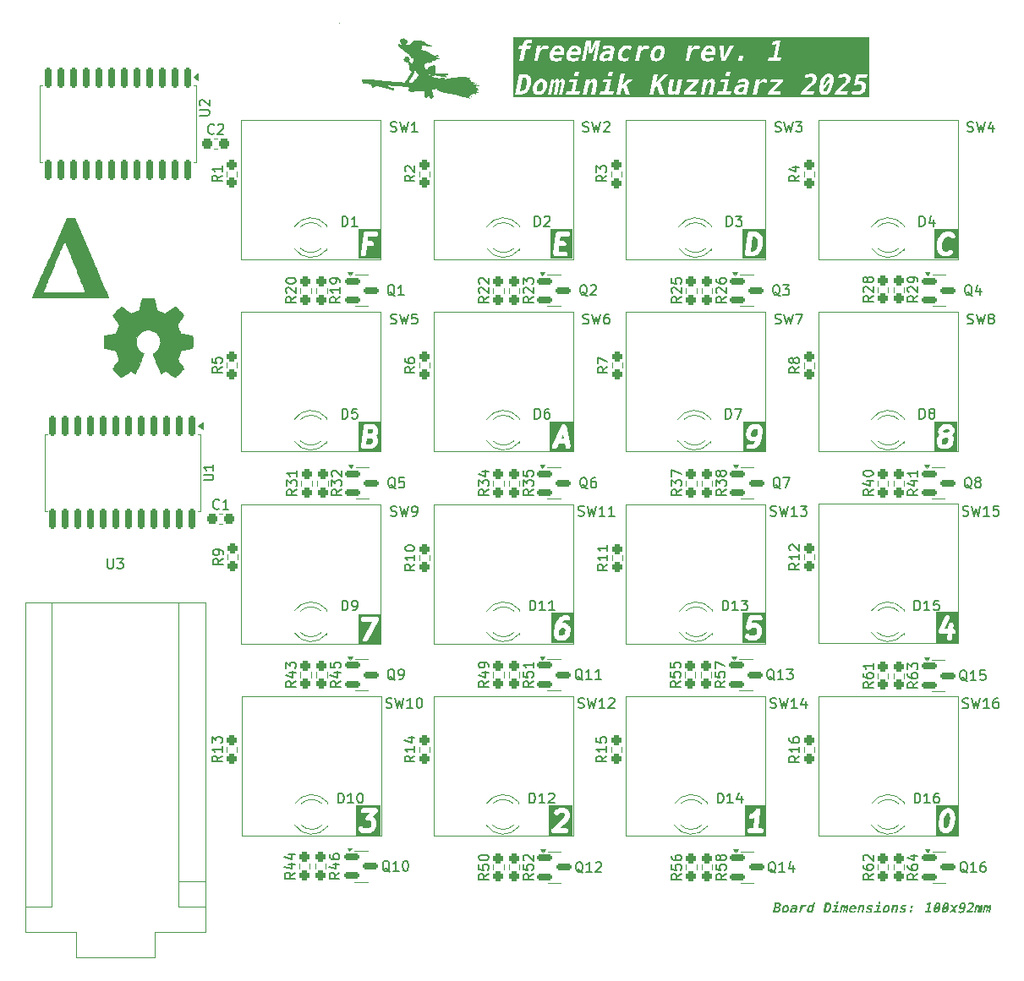
<source format=gto>
G04 #@! TF.GenerationSoftware,KiCad,Pcbnew,9.0.0*
G04 #@! TF.CreationDate,2025-03-25T02:12:26-05:00*
G04 #@! TF.ProjectId,freeMacro_rev_1,66726565-4d61-4637-926f-5f7265765f31,rev?*
G04 #@! TF.SameCoordinates,Original*
G04 #@! TF.FileFunction,Legend,Top*
G04 #@! TF.FilePolarity,Positive*
%FSLAX46Y46*%
G04 Gerber Fmt 4.6, Leading zero omitted, Abs format (unit mm)*
G04 Created by KiCad (PCBNEW 9.0.0) date 2025-03-25 02:12:26*
%MOMM*%
%LPD*%
G01*
G04 APERTURE LIST*
G04 Aperture macros list*
%AMRoundRect*
0 Rectangle with rounded corners*
0 $1 Rounding radius*
0 $2 $3 $4 $5 $6 $7 $8 $9 X,Y pos of 4 corners*
0 Add a 4 corners polygon primitive as box body*
4,1,4,$2,$3,$4,$5,$6,$7,$8,$9,$2,$3,0*
0 Add four circle primitives for the rounded corners*
1,1,$1+$1,$2,$3*
1,1,$1+$1,$4,$5*
1,1,$1+$1,$6,$7*
1,1,$1+$1,$8,$9*
0 Add four rect primitives between the rounded corners*
20,1,$1+$1,$2,$3,$4,$5,0*
20,1,$1+$1,$4,$5,$6,$7,0*
20,1,$1+$1,$6,$7,$8,$9,0*
20,1,$1+$1,$8,$9,$2,$3,0*%
G04 Aperture macros list end*
%ADD10C,0.500000*%
%ADD11C,0.200000*%
%ADD12C,0.400000*%
%ADD13C,0.150000*%
%ADD14C,0.010000*%
%ADD15C,0.120000*%
%ADD16C,0.000000*%
%ADD17RoundRect,0.237500X-0.237500X0.250000X-0.237500X-0.250000X0.237500X-0.250000X0.237500X0.250000X0*%
%ADD18C,4.000000*%
%ADD19C,2.200000*%
%ADD20RoundRect,0.237500X0.237500X-0.250000X0.237500X0.250000X-0.237500X0.250000X-0.237500X-0.250000X0*%
%ADD21R,1.800000X1.800000*%
%ADD22C,1.800000*%
%ADD23RoundRect,0.150000X-0.587500X-0.150000X0.587500X-0.150000X0.587500X0.150000X-0.587500X0.150000X0*%
%ADD24R,1.600000X1.600000*%
%ADD25O,1.600000X1.600000*%
%ADD26RoundRect,0.150000X-0.150000X0.875000X-0.150000X-0.875000X0.150000X-0.875000X0.150000X0.875000X0*%
%ADD27RoundRect,0.237500X-0.300000X-0.237500X0.300000X-0.237500X0.300000X0.237500X-0.300000X0.237500X0*%
G04 APERTURE END LIST*
D10*
G36*
X105190719Y-134722238D02*
G01*
X102733340Y-134722238D01*
X102733340Y-134064113D01*
X102983340Y-134064113D01*
X103014591Y-134156517D01*
X103043093Y-134196386D01*
X103126426Y-134291625D01*
X103153015Y-134316585D01*
X103156150Y-134320397D01*
X103159349Y-134322530D01*
X103162158Y-134325167D01*
X103166588Y-134327358D01*
X103196924Y-134347588D01*
X103375495Y-134442826D01*
X103420791Y-134461540D01*
X103433020Y-134462733D01*
X103444369Y-134467434D01*
X103493142Y-134472238D01*
X104064571Y-134472238D01*
X104113344Y-134467434D01*
X104118870Y-134465144D01*
X104124844Y-134464863D01*
X104171020Y-134448443D01*
X104373401Y-134353205D01*
X104387823Y-134344598D01*
X104393399Y-134342664D01*
X104404111Y-134334878D01*
X104415486Y-134328091D01*
X104419458Y-134323725D01*
X104433044Y-134313852D01*
X104540187Y-134218613D01*
X104551405Y-134206472D01*
X104556171Y-134203074D01*
X104564352Y-134192461D01*
X104573448Y-134182619D01*
X104576001Y-134177351D01*
X104586095Y-134164260D01*
X104705142Y-133973784D01*
X104726918Y-133929879D01*
X104727789Y-133924676D01*
X104730395Y-133920094D01*
X104741211Y-133872294D01*
X104800735Y-133396104D01*
X104802018Y-133347111D01*
X104798988Y-133336092D01*
X104799376Y-133324669D01*
X104786748Y-133277314D01*
X104715320Y-133086839D01*
X104699522Y-133054707D01*
X104697884Y-133049862D01*
X104695503Y-133046531D01*
X104693697Y-133042858D01*
X104690205Y-133039120D01*
X104669382Y-133009993D01*
X104586048Y-132914754D01*
X104559463Y-132889798D01*
X104556326Y-132885983D01*
X104553123Y-132883847D01*
X104550316Y-132881212D01*
X104545888Y-132879022D01*
X104515552Y-132858792D01*
X104448359Y-132822955D01*
X104872300Y-132399015D01*
X104903385Y-132361135D01*
X104903390Y-132361131D01*
X104940719Y-132271011D01*
X104940719Y-132173465D01*
X104903390Y-132083345D01*
X104834416Y-132014371D01*
X104744296Y-131977042D01*
X104695523Y-131972238D01*
X103457428Y-131972238D01*
X103408655Y-131977042D01*
X103318535Y-132014371D01*
X103249561Y-132083345D01*
X103212232Y-132173465D01*
X103212232Y-132271011D01*
X103249561Y-132361131D01*
X103318535Y-132430105D01*
X103408655Y-132467434D01*
X103457428Y-132472238D01*
X104091969Y-132472238D01*
X103756842Y-132807365D01*
X103725756Y-132845244D01*
X103725752Y-132845249D01*
X103688423Y-132935369D01*
X103688423Y-133032915D01*
X103725752Y-133123035D01*
X103794726Y-133192009D01*
X103884846Y-133229338D01*
X103933619Y-133234142D01*
X104156833Y-133234142D01*
X104239886Y-133278437D01*
X104263132Y-133305004D01*
X104296957Y-133395204D01*
X104251913Y-133755551D01*
X104181143Y-133868784D01*
X104127839Y-133916166D01*
X104008686Y-133972238D01*
X103555642Y-133972238D01*
X103472588Y-133927942D01*
X103419383Y-133867136D01*
X103383651Y-133833594D01*
X103296214Y-133790352D01*
X103198886Y-133783863D01*
X103106482Y-133815114D01*
X103033071Y-133879348D01*
X102989829Y-133966785D01*
X102983340Y-134064113D01*
X102733340Y-134064113D01*
X102733340Y-131722238D01*
X105190719Y-131722238D01*
X105190719Y-134722238D01*
G37*
G36*
X124451256Y-134722238D02*
G01*
X122013791Y-134722238D01*
X122013791Y-134256528D01*
X122263791Y-134256528D01*
X122266232Y-134263563D01*
X122266232Y-134271011D01*
X122282138Y-134309411D01*
X122295763Y-134348684D01*
X122300711Y-134354250D01*
X122303561Y-134361131D01*
X122332953Y-134390523D01*
X122360569Y-134421591D01*
X122367269Y-134424839D01*
X122372535Y-134430105D01*
X122410939Y-134446012D01*
X122448342Y-134464147D01*
X122455775Y-134464584D01*
X122462655Y-134467434D01*
X122511428Y-134472238D01*
X123749523Y-134472238D01*
X123798296Y-134467434D01*
X123888416Y-134430105D01*
X123957390Y-134361131D01*
X123994719Y-134271011D01*
X123994719Y-134173465D01*
X123957390Y-134083345D01*
X123888416Y-134014371D01*
X123798296Y-133977042D01*
X123749523Y-133972238D01*
X123168977Y-133972238D01*
X123963233Y-133266232D01*
X123996495Y-133230239D01*
X123997699Y-133227755D01*
X123999719Y-133225880D01*
X124024408Y-133183544D01*
X124155361Y-132897830D01*
X124162161Y-132878078D01*
X124165348Y-132872475D01*
X124167758Y-132861824D01*
X124171316Y-132851491D01*
X124171554Y-132845046D01*
X124176165Y-132824674D01*
X124199974Y-132634198D01*
X124201256Y-132585206D01*
X124198226Y-132574187D01*
X124198614Y-132562764D01*
X124185986Y-132515409D01*
X124114558Y-132324934D01*
X124098762Y-132292805D01*
X124097122Y-132287956D01*
X124094739Y-132284623D01*
X124092935Y-132280953D01*
X124089446Y-132277219D01*
X124068620Y-132248087D01*
X123985285Y-132152849D01*
X123958700Y-132127894D01*
X123955564Y-132124079D01*
X123952361Y-132121943D01*
X123949553Y-132119307D01*
X123945123Y-132117116D01*
X123914790Y-132096888D01*
X123736218Y-132001650D01*
X123690922Y-131982937D01*
X123678696Y-131981744D01*
X123667344Y-131977042D01*
X123618571Y-131972238D01*
X123142380Y-131972238D01*
X123093607Y-131977042D01*
X123088080Y-131979331D01*
X123082107Y-131979613D01*
X123035931Y-131996033D01*
X122833550Y-132091271D01*
X122819129Y-132099876D01*
X122813553Y-132101811D01*
X122802839Y-132109597D01*
X122791465Y-132116385D01*
X122787491Y-132120751D01*
X122773908Y-132130624D01*
X122666765Y-132225862D01*
X122633504Y-132261856D01*
X122590948Y-132349629D01*
X122585220Y-132447004D01*
X122617193Y-132539161D01*
X122681999Y-132612067D01*
X122769772Y-132654623D01*
X122867147Y-132660351D01*
X122959304Y-132628378D01*
X122998949Y-132599566D01*
X123079109Y-132528310D01*
X123198265Y-132472238D01*
X123556071Y-132472238D01*
X123639126Y-132516534D01*
X123662370Y-132543098D01*
X123696194Y-132633298D01*
X123684797Y-132724480D01*
X123591772Y-132927442D01*
X122345337Y-134035386D01*
X122312075Y-134071379D01*
X122308826Y-134078079D01*
X122303561Y-134083345D01*
X122287653Y-134121749D01*
X122269519Y-134159152D01*
X122269081Y-134166585D01*
X122266232Y-134173465D01*
X122266232Y-134215031D01*
X122263791Y-134256528D01*
X122013791Y-134256528D01*
X122013791Y-131722238D01*
X124451256Y-131722238D01*
X124451256Y-134722238D01*
G37*
G36*
X143802719Y-134722238D02*
G01*
X141669470Y-134722238D01*
X141669470Y-134173465D01*
X141919470Y-134173465D01*
X141919470Y-134271011D01*
X141956799Y-134361131D01*
X142025773Y-134430105D01*
X142115893Y-134467434D01*
X142164666Y-134472238D01*
X143307523Y-134472238D01*
X143356296Y-134467434D01*
X143446416Y-134430105D01*
X143515390Y-134361131D01*
X143552719Y-134271011D01*
X143552719Y-134173465D01*
X143515390Y-134083345D01*
X143446416Y-134014371D01*
X143356296Y-133977042D01*
X143307523Y-133972238D01*
X143019290Y-133972238D01*
X143234164Y-132253247D01*
X143234364Y-132245595D01*
X143235283Y-132242364D01*
X143234602Y-132236509D01*
X143235447Y-132204255D01*
X143227485Y-132175301D01*
X143224017Y-132145473D01*
X143214672Y-132128707D01*
X143209584Y-132110201D01*
X143191148Y-132086497D01*
X143176529Y-132060267D01*
X143161481Y-132048354D01*
X143149698Y-132033204D01*
X143123593Y-132018359D01*
X143100049Y-131999720D01*
X143081588Y-131994472D01*
X143064904Y-131984985D01*
X143035104Y-131981260D01*
X143006220Y-131973050D01*
X142987156Y-131975266D01*
X142968111Y-131972886D01*
X142939157Y-131980847D01*
X142909329Y-131984316D01*
X142892563Y-131993660D01*
X142874057Y-131998749D01*
X142850352Y-132017185D01*
X142824124Y-132031804D01*
X142801713Y-132055016D01*
X142797061Y-132058635D01*
X142795400Y-132061555D01*
X142790084Y-132067062D01*
X142577467Y-132335629D01*
X142406508Y-132487592D01*
X142236789Y-132567461D01*
X142194704Y-132592575D01*
X142129056Y-132664724D01*
X142096016Y-132756502D01*
X142100613Y-132853939D01*
X142142147Y-132942200D01*
X142214296Y-133007848D01*
X142306074Y-133040888D01*
X142403511Y-133036291D01*
X142449687Y-133019871D01*
X142645992Y-132927492D01*
X142515400Y-133972238D01*
X142164666Y-133972238D01*
X142115893Y-133977042D01*
X142025773Y-134014371D01*
X141956799Y-134083345D01*
X141919470Y-134173465D01*
X141669470Y-134173465D01*
X141669470Y-131722886D01*
X143802719Y-131722886D01*
X143802719Y-134722238D01*
G37*
G36*
X162151888Y-132516534D02*
G01*
X162175132Y-132543098D01*
X162220248Y-132663410D01*
X162260339Y-132984141D01*
X162208343Y-133400113D01*
X162084622Y-133730037D01*
X161997905Y-133868784D01*
X161944601Y-133916166D01*
X161825448Y-133972238D01*
X161753357Y-133972238D01*
X161670301Y-133927942D01*
X161647057Y-133901377D01*
X161601941Y-133781068D01*
X161561849Y-133460332D01*
X161613845Y-133044361D01*
X161737567Y-132714437D01*
X161824285Y-132575690D01*
X161877586Y-132528310D01*
X161996742Y-132472238D01*
X162068833Y-132472238D01*
X162151888Y-132516534D01*
G37*
G36*
X163011637Y-134722238D02*
G01*
X160810552Y-134722238D01*
X160810552Y-133442349D01*
X161060552Y-133442349D01*
X161061022Y-133460332D01*
X161060552Y-133478316D01*
X161061593Y-133482101D01*
X161061835Y-133491342D01*
X161109454Y-133872294D01*
X161110914Y-133878748D01*
X161110814Y-133881712D01*
X161115903Y-133900795D01*
X161120270Y-133920095D01*
X161121736Y-133922673D01*
X161123441Y-133929066D01*
X161194870Y-134119543D01*
X161210664Y-134151667D01*
X161212305Y-134156517D01*
X161214688Y-134159851D01*
X161216494Y-134163523D01*
X161219983Y-134167257D01*
X161240807Y-134196386D01*
X161324140Y-134291625D01*
X161350726Y-134316581D01*
X161353864Y-134320398D01*
X161357066Y-134322533D01*
X161359872Y-134325167D01*
X161364298Y-134327355D01*
X161394638Y-134347588D01*
X161573210Y-134442826D01*
X161618506Y-134461539D01*
X161630731Y-134462731D01*
X161642084Y-134467434D01*
X161690857Y-134472238D01*
X161881333Y-134472238D01*
X161930106Y-134467434D01*
X161935632Y-134465144D01*
X161941606Y-134464863D01*
X161987782Y-134448443D01*
X162190163Y-134353205D01*
X162204585Y-134344598D01*
X162210161Y-134342664D01*
X162220873Y-134334878D01*
X162232248Y-134328091D01*
X162236220Y-134323725D01*
X162249806Y-134313852D01*
X162356949Y-134218613D01*
X162368167Y-134206472D01*
X162372933Y-134203074D01*
X162381114Y-134192461D01*
X162390210Y-134182619D01*
X162392763Y-134177351D01*
X162402857Y-134164260D01*
X162521904Y-133973784D01*
X162522163Y-133973260D01*
X162522363Y-133973047D01*
X162532960Y-133951491D01*
X162543680Y-133929879D01*
X162543728Y-133929589D01*
X162543986Y-133929066D01*
X162686843Y-133548114D01*
X162688548Y-133541719D01*
X162690014Y-133539142D01*
X162694375Y-133519868D01*
X162699471Y-133500759D01*
X162699370Y-133497792D01*
X162700830Y-133491342D01*
X162760354Y-133015151D01*
X162760595Y-133005911D01*
X162761637Y-133002126D01*
X162761166Y-132984135D01*
X162761637Y-132966158D01*
X162760596Y-132962375D01*
X162760355Y-132953134D01*
X162712735Y-132572181D01*
X162711275Y-132565730D01*
X162711376Y-132562764D01*
X162706280Y-132543654D01*
X162701919Y-132524381D01*
X162700453Y-132521803D01*
X162698748Y-132515409D01*
X162627320Y-132324934D01*
X162611524Y-132292805D01*
X162609884Y-132287956D01*
X162607501Y-132284623D01*
X162605697Y-132280953D01*
X162602208Y-132277219D01*
X162581382Y-132248087D01*
X162498047Y-132152849D01*
X162471462Y-132127894D01*
X162468326Y-132124079D01*
X162465123Y-132121943D01*
X162462315Y-132119307D01*
X162457885Y-132117116D01*
X162427552Y-132096888D01*
X162248980Y-132001650D01*
X162203684Y-131982937D01*
X162191458Y-131981744D01*
X162180106Y-131977042D01*
X162131333Y-131972238D01*
X161940857Y-131972238D01*
X161892084Y-131977042D01*
X161886557Y-131979331D01*
X161880584Y-131979613D01*
X161834408Y-131996033D01*
X161632027Y-132091271D01*
X161617606Y-132099876D01*
X161612030Y-132101811D01*
X161601316Y-132109597D01*
X161589942Y-132116385D01*
X161585968Y-132120751D01*
X161572385Y-132130624D01*
X161465242Y-132225861D01*
X161454023Y-132238000D01*
X161449257Y-132241400D01*
X161441075Y-132252012D01*
X161431980Y-132261855D01*
X161429425Y-132267124D01*
X161419334Y-132280214D01*
X161300286Y-132470690D01*
X161300026Y-132471213D01*
X161299826Y-132471428D01*
X161289171Y-132493100D01*
X161278510Y-132514595D01*
X161278461Y-132514882D01*
X161278203Y-132515409D01*
X161135346Y-132896361D01*
X161133640Y-132902755D01*
X161132175Y-132905333D01*
X161127813Y-132924606D01*
X161122718Y-132943716D01*
X161122818Y-132946682D01*
X161121359Y-132953133D01*
X161061835Y-133429324D01*
X161061593Y-133438563D01*
X161060552Y-133442349D01*
X160810552Y-133442349D01*
X160810552Y-131722238D01*
X163011637Y-131722238D01*
X163011637Y-134722238D01*
G37*
G36*
X163031291Y-115417590D02*
G01*
X160801164Y-115417590D01*
X160801164Y-114291225D01*
X161051164Y-114291225D01*
X161052803Y-114295637D01*
X161052803Y-114300344D01*
X161069723Y-114341194D01*
X161085127Y-114382665D01*
X161088330Y-114386115D01*
X161090132Y-114390464D01*
X161121403Y-114421735D01*
X161151499Y-114454149D01*
X161155778Y-114456110D01*
X161159106Y-114459438D01*
X161199962Y-114476361D01*
X161240175Y-114494792D01*
X161244878Y-114494966D01*
X161249226Y-114496767D01*
X161297999Y-114501571D01*
X161967185Y-114501571D01*
X161918978Y-114887229D01*
X161917695Y-114936222D01*
X161943558Y-115030276D01*
X162003444Y-115107272D01*
X162088238Y-115155491D01*
X162185031Y-115167590D01*
X162279085Y-115141727D01*
X162356081Y-115081841D01*
X162404300Y-114997047D01*
X162415116Y-114949247D01*
X162471076Y-114501571D01*
X162536095Y-114501571D01*
X162584868Y-114496767D01*
X162674988Y-114459438D01*
X162743962Y-114390464D01*
X162781291Y-114300344D01*
X162781291Y-114202798D01*
X162743962Y-114112678D01*
X162674988Y-114043704D01*
X162584868Y-114006375D01*
X162536095Y-114001571D01*
X162533576Y-114001571D01*
X162581783Y-113615913D01*
X162583066Y-113566921D01*
X162557203Y-113472867D01*
X162497317Y-113395870D01*
X162412523Y-113347651D01*
X162315730Y-113335552D01*
X162221676Y-113361415D01*
X162144680Y-113421301D01*
X162096461Y-113506095D01*
X162085644Y-113553896D01*
X162029685Y-114001571D01*
X161687590Y-114001571D01*
X162180027Y-112927164D01*
X162195981Y-112880825D01*
X162199596Y-112783346D01*
X162165632Y-112691906D01*
X162099261Y-112620423D01*
X162010585Y-112579780D01*
X161913107Y-112576165D01*
X161821667Y-112610129D01*
X161750183Y-112676500D01*
X161725495Y-112718837D01*
X161070733Y-114147407D01*
X161054778Y-114193747D01*
X161054603Y-114198450D01*
X161052803Y-114202798D01*
X161052803Y-114247017D01*
X161051164Y-114291225D01*
X160801164Y-114291225D01*
X160801164Y-112326165D01*
X163031291Y-112326165D01*
X163031291Y-115417590D01*
G37*
G36*
X143703481Y-115418238D02*
G01*
X141436578Y-115418238D01*
X141436578Y-114760113D01*
X141686578Y-114760113D01*
X141717829Y-114852517D01*
X141746331Y-114892386D01*
X141829664Y-114987625D01*
X141856253Y-115012585D01*
X141859388Y-115016397D01*
X141862587Y-115018530D01*
X141865396Y-115021167D01*
X141869826Y-115023358D01*
X141900162Y-115043588D01*
X142078733Y-115138826D01*
X142124029Y-115157540D01*
X142136258Y-115158733D01*
X142147607Y-115163434D01*
X142196380Y-115168238D01*
X142672571Y-115168238D01*
X142721344Y-115163434D01*
X142726870Y-115161144D01*
X142732844Y-115160863D01*
X142779020Y-115144443D01*
X142981401Y-115049205D01*
X142995823Y-115040598D01*
X143001399Y-115038664D01*
X143012111Y-115030878D01*
X143023486Y-115024091D01*
X143027458Y-115019725D01*
X143041044Y-115009852D01*
X143148187Y-114914613D01*
X143159405Y-114902472D01*
X143164171Y-114899074D01*
X143172352Y-114888461D01*
X143181448Y-114878619D01*
X143184001Y-114873351D01*
X143194095Y-114860260D01*
X143313142Y-114669784D01*
X143334918Y-114625879D01*
X143335789Y-114620676D01*
X143338395Y-114616094D01*
X143349211Y-114568294D01*
X143408735Y-114092104D01*
X143410018Y-114043111D01*
X143406988Y-114032092D01*
X143407376Y-114020669D01*
X143394748Y-113973314D01*
X143323320Y-113782839D01*
X143307522Y-113750707D01*
X143305884Y-113745862D01*
X143303503Y-113742531D01*
X143301697Y-113738858D01*
X143298205Y-113735120D01*
X143277382Y-113705993D01*
X143194048Y-113610754D01*
X143167463Y-113585798D01*
X143164326Y-113581983D01*
X143161123Y-113579847D01*
X143158316Y-113577212D01*
X143153888Y-113575022D01*
X143123552Y-113554792D01*
X142944980Y-113459554D01*
X142899684Y-113440841D01*
X142887458Y-113439648D01*
X142876106Y-113434946D01*
X142827333Y-113430142D01*
X142396975Y-113430142D01*
X142455904Y-113168238D01*
X143208285Y-113168238D01*
X143257058Y-113163434D01*
X143347178Y-113126105D01*
X143416152Y-113057131D01*
X143453481Y-112967011D01*
X143453481Y-112869465D01*
X143416152Y-112779345D01*
X143347178Y-112710371D01*
X143257058Y-112673042D01*
X143208285Y-112668238D01*
X142255904Y-112668238D01*
X142207131Y-112673042D01*
X142187239Y-112681281D01*
X142166028Y-112684953D01*
X142142613Y-112699766D01*
X142117011Y-112710371D01*
X142101787Y-112725594D01*
X142083595Y-112737104D01*
X142067631Y-112759750D01*
X142048037Y-112779345D01*
X142039797Y-112799237D01*
X142027395Y-112816832D01*
X142012001Y-112863360D01*
X141797717Y-113815741D01*
X141791697Y-113864379D01*
X141795181Y-113884512D01*
X141793982Y-113904911D01*
X141803421Y-113932118D01*
X141808333Y-113960495D01*
X141819257Y-113977762D01*
X141825955Y-113997067D01*
X141845087Y-114018590D01*
X141860484Y-114042927D01*
X141877186Y-114054700D01*
X141890762Y-114069973D01*
X141916675Y-114082537D01*
X141940212Y-114099128D01*
X141960145Y-114103613D01*
X141978535Y-114112529D01*
X142007285Y-114114219D01*
X142035379Y-114120541D01*
X142055512Y-114117056D01*
X142075911Y-114118256D01*
X142103118Y-114108816D01*
X142131495Y-114103905D01*
X142148762Y-114092980D01*
X142168067Y-114086283D01*
X142207712Y-114057470D01*
X142287872Y-113986214D01*
X142407027Y-113930142D01*
X142764833Y-113930142D01*
X142847886Y-113974437D01*
X142871132Y-114001004D01*
X142904957Y-114091204D01*
X142859913Y-114451551D01*
X142789143Y-114564784D01*
X142735839Y-114612166D01*
X142616686Y-114668238D01*
X142258880Y-114668238D01*
X142175826Y-114623942D01*
X142122621Y-114563136D01*
X142086889Y-114529594D01*
X141999452Y-114486352D01*
X141902124Y-114479863D01*
X141809720Y-114511114D01*
X141736309Y-114575348D01*
X141693067Y-114662785D01*
X141686578Y-114760113D01*
X141436578Y-114760113D01*
X141436578Y-112418238D01*
X143703481Y-112418238D01*
X143703481Y-115418238D01*
G37*
G36*
X123670886Y-113974437D02*
G01*
X123694132Y-114001004D01*
X123727957Y-114091204D01*
X123682913Y-114451551D01*
X123612143Y-114564784D01*
X123558839Y-114612166D01*
X123439686Y-114668238D01*
X123177119Y-114668238D01*
X123094063Y-114623942D01*
X123070819Y-114597377D01*
X123036993Y-114507175D01*
X123082037Y-114146829D01*
X123152810Y-114033593D01*
X123206110Y-113986214D01*
X123325265Y-113930142D01*
X123587833Y-113930142D01*
X123670886Y-113974437D01*
G37*
G36*
X124483018Y-115418238D02*
G01*
X122281933Y-115418238D01*
X122281933Y-114555269D01*
X122531933Y-114555269D01*
X122534963Y-114566290D01*
X122534576Y-114577712D01*
X122547203Y-114625066D01*
X122618632Y-114815543D01*
X122634426Y-114847667D01*
X122636067Y-114852517D01*
X122638450Y-114855851D01*
X122640256Y-114859523D01*
X122643745Y-114863257D01*
X122664569Y-114892386D01*
X122747902Y-114987625D01*
X122774488Y-115012581D01*
X122777626Y-115016398D01*
X122780828Y-115018533D01*
X122783634Y-115021167D01*
X122788060Y-115023355D01*
X122818400Y-115043588D01*
X122996972Y-115138826D01*
X123042268Y-115157539D01*
X123054493Y-115158731D01*
X123065846Y-115163434D01*
X123114619Y-115168238D01*
X123495571Y-115168238D01*
X123544344Y-115163434D01*
X123549870Y-115161144D01*
X123555844Y-115160863D01*
X123602020Y-115144443D01*
X123804401Y-115049205D01*
X123818823Y-115040598D01*
X123824399Y-115038664D01*
X123835111Y-115030878D01*
X123846486Y-115024091D01*
X123850458Y-115019725D01*
X123864044Y-115009852D01*
X123971187Y-114914613D01*
X123982405Y-114902472D01*
X123987171Y-114899074D01*
X123995352Y-114888461D01*
X124004448Y-114878619D01*
X124007001Y-114873351D01*
X124017095Y-114860260D01*
X124136142Y-114669784D01*
X124157918Y-114625879D01*
X124158789Y-114620676D01*
X124161395Y-114616094D01*
X124172211Y-114568294D01*
X124231735Y-114092104D01*
X124233018Y-114043111D01*
X124229988Y-114032092D01*
X124230376Y-114020669D01*
X124217748Y-113973314D01*
X124146320Y-113782839D01*
X124130522Y-113750707D01*
X124128884Y-113745862D01*
X124126503Y-113742531D01*
X124124697Y-113738858D01*
X124121205Y-113735120D01*
X124100382Y-113705993D01*
X124017048Y-113610754D01*
X123990463Y-113585798D01*
X123987326Y-113581983D01*
X123984123Y-113579847D01*
X123981316Y-113577212D01*
X123976888Y-113575022D01*
X123946552Y-113554792D01*
X123767980Y-113459554D01*
X123722684Y-113440841D01*
X123710458Y-113439648D01*
X123699106Y-113434946D01*
X123650333Y-113430142D01*
X123309965Y-113430142D01*
X123428005Y-113281039D01*
X123491824Y-113224310D01*
X123610980Y-113168238D01*
X123936047Y-113168238D01*
X123984820Y-113163434D01*
X124074940Y-113126105D01*
X124143914Y-113057131D01*
X124181243Y-112967011D01*
X124181243Y-112869465D01*
X124143914Y-112779345D01*
X124074940Y-112710371D01*
X123984820Y-112673042D01*
X123936047Y-112668238D01*
X123555095Y-112668238D01*
X123506322Y-112673042D01*
X123500795Y-112675331D01*
X123494822Y-112675613D01*
X123448646Y-112692033D01*
X123246265Y-112787271D01*
X123231844Y-112795876D01*
X123226268Y-112797811D01*
X123215554Y-112805597D01*
X123204180Y-112812385D01*
X123200206Y-112816751D01*
X123186623Y-112826624D01*
X123079480Y-112921861D01*
X123064671Y-112937885D01*
X123049560Y-112953538D01*
X122823369Y-113239252D01*
X122811385Y-113257887D01*
X122806921Y-113262666D01*
X122802400Y-113271861D01*
X122796862Y-113280474D01*
X122795074Y-113286760D01*
X122785298Y-113306647D01*
X122642441Y-113687599D01*
X122640735Y-113693993D01*
X122639270Y-113696571D01*
X122634906Y-113715852D01*
X122629813Y-113734954D01*
X122629913Y-113737917D01*
X122628453Y-113744372D01*
X122533216Y-114506276D01*
X122531933Y-114555269D01*
X122281933Y-114555269D01*
X122281933Y-112418238D01*
X124483018Y-112418238D01*
X124483018Y-115418238D01*
G37*
G36*
X105289891Y-115544368D02*
G01*
X102962232Y-115544368D01*
X102962232Y-112996465D01*
X103212232Y-112996465D01*
X103212232Y-113094011D01*
X103249561Y-113184131D01*
X103318535Y-113253105D01*
X103408655Y-113290434D01*
X103457428Y-113295238D01*
X104366619Y-113295238D01*
X103464896Y-114924159D01*
X103445477Y-114969157D01*
X103434489Y-115066081D01*
X103461429Y-115159831D01*
X103522196Y-115236137D01*
X103607538Y-115283380D01*
X103704462Y-115294368D01*
X103798212Y-115267428D01*
X103874518Y-115206661D01*
X103902342Y-115166317D01*
X105009484Y-113166317D01*
X105028903Y-113121319D01*
X105030507Y-113107167D01*
X105035957Y-113094011D01*
X105035957Y-113059096D01*
X105039891Y-113024395D01*
X105035957Y-113010704D01*
X105035957Y-112996465D01*
X105022596Y-112964209D01*
X105012951Y-112930644D01*
X105004077Y-112919501D01*
X104998628Y-112906345D01*
X104973936Y-112881653D01*
X104952184Y-112854339D01*
X104939725Y-112847442D01*
X104929654Y-112837371D01*
X104897391Y-112824007D01*
X104866842Y-112807096D01*
X104852690Y-112805491D01*
X104839534Y-112800042D01*
X104790761Y-112795238D01*
X103457428Y-112795238D01*
X103408655Y-112800042D01*
X103318535Y-112837371D01*
X103249561Y-112906345D01*
X103212232Y-112996465D01*
X102962232Y-112996465D01*
X102962232Y-112545238D01*
X105289891Y-112545238D01*
X105289891Y-115544368D01*
G37*
G36*
X104404119Y-95003254D02*
G01*
X104413941Y-95014478D01*
X104447766Y-95104680D01*
X104426532Y-95274551D01*
X104355762Y-95387784D01*
X104302458Y-95435166D01*
X104183305Y-95491238D01*
X103760480Y-95491238D01*
X103828932Y-94943619D01*
X104232668Y-94943619D01*
X104404119Y-95003254D01*
G37*
G36*
X104414507Y-94035534D02*
G01*
X104437751Y-94062098D01*
X104471575Y-94152298D01*
X104462246Y-94226935D01*
X104391477Y-94340165D01*
X104338171Y-94387547D01*
X104219020Y-94443619D01*
X103891432Y-94443619D01*
X103947980Y-93991238D01*
X104331452Y-93991238D01*
X104414507Y-94035534D01*
G37*
G36*
X105226637Y-96241238D02*
G01*
X102977933Y-96241238D01*
X102977933Y-95759222D01*
X103227933Y-95759222D01*
X103232089Y-95774335D01*
X103232089Y-95790011D01*
X103244912Y-95820968D01*
X103253796Y-95853276D01*
X103263419Y-95865648D01*
X103269418Y-95880131D01*
X103293112Y-95903825D01*
X103313682Y-95930272D01*
X103327306Y-95938019D01*
X103338392Y-95949105D01*
X103369350Y-95961928D01*
X103398476Y-95978491D01*
X103414029Y-95980435D01*
X103428512Y-95986434D01*
X103477285Y-95991238D01*
X104239190Y-95991238D01*
X104287963Y-95986434D01*
X104293489Y-95984144D01*
X104299463Y-95983863D01*
X104345639Y-95967443D01*
X104548020Y-95872205D01*
X104562442Y-95863598D01*
X104568018Y-95861664D01*
X104578730Y-95853878D01*
X104590105Y-95847091D01*
X104594077Y-95842725D01*
X104607663Y-95832852D01*
X104714806Y-95737613D01*
X104726024Y-95725472D01*
X104730790Y-95722074D01*
X104738971Y-95711461D01*
X104748067Y-95701619D01*
X104750620Y-95696351D01*
X104760714Y-95683260D01*
X104879761Y-95492784D01*
X104901537Y-95448879D01*
X104902407Y-95443678D01*
X104905014Y-95439095D01*
X104915830Y-95391294D01*
X104951545Y-95105580D01*
X104952828Y-95056588D01*
X104949798Y-95045569D01*
X104950186Y-95034144D01*
X104937558Y-94986790D01*
X104866129Y-94796314D01*
X104850330Y-94764180D01*
X104848693Y-94759338D01*
X104846313Y-94756009D01*
X104844506Y-94752333D01*
X104841011Y-94748592D01*
X104820191Y-94719469D01*
X104773201Y-94665767D01*
X104774687Y-94663840D01*
X104783780Y-94654001D01*
X104786333Y-94648733D01*
X104796427Y-94635642D01*
X104915476Y-94445166D01*
X104937251Y-94401260D01*
X104938121Y-94396060D01*
X104940729Y-94391475D01*
X104951546Y-94343674D01*
X104975355Y-94153198D01*
X104976637Y-94104206D01*
X104973607Y-94093187D01*
X104973995Y-94081764D01*
X104961367Y-94034409D01*
X104889939Y-93843934D01*
X104874143Y-93811805D01*
X104872503Y-93806956D01*
X104870120Y-93803623D01*
X104868316Y-93799953D01*
X104864827Y-93796219D01*
X104844001Y-93767087D01*
X104760666Y-93671849D01*
X104734081Y-93646894D01*
X104730945Y-93643079D01*
X104727742Y-93640943D01*
X104724934Y-93638307D01*
X104720504Y-93636116D01*
X104690171Y-93615888D01*
X104511599Y-93520650D01*
X104466303Y-93501937D01*
X104454077Y-93500744D01*
X104442725Y-93496042D01*
X104393952Y-93491238D01*
X103727285Y-93491238D01*
X103714327Y-93492514D01*
X103709301Y-93491886D01*
X103702935Y-93493636D01*
X103678512Y-93496042D01*
X103647554Y-93508865D01*
X103615247Y-93517749D01*
X103602874Y-93527372D01*
X103588392Y-93533371D01*
X103564697Y-93557065D01*
X103538251Y-93577635D01*
X103530503Y-93591259D01*
X103519418Y-93602345D01*
X103506594Y-93633303D01*
X103490032Y-93662429D01*
X103484615Y-93686366D01*
X103482089Y-93692465D01*
X103482089Y-93697529D01*
X103479215Y-93710230D01*
X103229216Y-95710229D01*
X103227933Y-95759222D01*
X102977933Y-95759222D01*
X102977933Y-93241238D01*
X105226637Y-93241238D01*
X105226637Y-96241238D01*
G37*
G36*
X123545263Y-94919809D02*
G01*
X123289924Y-94919809D01*
X123465469Y-94536801D01*
X123545263Y-94919809D01*
G37*
G36*
X124471751Y-96241228D02*
G01*
X122141593Y-96241228D01*
X122141593Y-95780892D01*
X122391593Y-95780892D01*
X122425556Y-95872332D01*
X122491928Y-95943816D01*
X122580604Y-95984459D01*
X122678082Y-95988073D01*
X122769522Y-95954110D01*
X122841006Y-95887738D01*
X122865694Y-95845402D01*
X123060758Y-95419809D01*
X123649429Y-95419809D01*
X123727016Y-95792227D01*
X123741666Y-95838995D01*
X123796591Y-95919607D01*
X123878183Y-95973064D01*
X123974022Y-95991228D01*
X124069518Y-95971333D01*
X124150130Y-95916408D01*
X124203587Y-95834817D01*
X124221751Y-95738977D01*
X124216506Y-95690250D01*
X123799840Y-93690250D01*
X123785190Y-93643481D01*
X123774545Y-93627859D01*
X123767966Y-93610144D01*
X123747339Y-93587928D01*
X123730265Y-93562869D01*
X123714453Y-93552509D01*
X123701595Y-93538661D01*
X123674039Y-93526031D01*
X123648673Y-93509412D01*
X123630097Y-93505891D01*
X123612919Y-93498018D01*
X123582627Y-93496894D01*
X123552834Y-93491248D01*
X123534327Y-93495103D01*
X123515441Y-93494403D01*
X123487021Y-93504958D01*
X123457338Y-93511143D01*
X123441716Y-93521787D01*
X123424001Y-93528367D01*
X123401784Y-93548994D01*
X123376726Y-93566068D01*
X123366367Y-93581878D01*
X123352517Y-93594738D01*
X123327829Y-93637075D01*
X122411162Y-95637074D01*
X122395207Y-95683414D01*
X122391593Y-95780892D01*
X122141593Y-95780892D01*
X122141593Y-93241248D01*
X124471751Y-93241248D01*
X124471751Y-96241228D01*
G37*
G36*
X142943126Y-94035534D02*
G01*
X142966370Y-94062098D01*
X143000194Y-94152298D01*
X142955151Y-94512647D01*
X142884380Y-94625881D01*
X142831078Y-94673260D01*
X142711924Y-94729333D01*
X142449357Y-94729333D01*
X142366301Y-94685036D01*
X142343057Y-94658473D01*
X142309231Y-94568270D01*
X142354275Y-94207923D01*
X142425047Y-94094690D01*
X142478348Y-94047310D01*
X142597504Y-93991238D01*
X142860071Y-93991238D01*
X142943126Y-94035534D01*
G37*
G36*
X143755256Y-96241238D02*
G01*
X141554171Y-96241238D01*
X141554171Y-94616363D01*
X141804171Y-94616363D01*
X141807201Y-94627384D01*
X141806814Y-94638807D01*
X141819441Y-94686161D01*
X141890870Y-94876638D01*
X141906668Y-94908771D01*
X141908306Y-94913614D01*
X141910685Y-94916942D01*
X141912493Y-94920619D01*
X141915987Y-94924359D01*
X141936808Y-94953483D01*
X142020141Y-95048721D01*
X142046726Y-95073677D01*
X142049864Y-95077493D01*
X142053066Y-95079628D01*
X142055873Y-95082263D01*
X142060300Y-95084452D01*
X142090638Y-95104683D01*
X142269210Y-95199921D01*
X142314506Y-95218634D01*
X142326731Y-95219826D01*
X142338084Y-95224529D01*
X142386857Y-95229333D01*
X142727224Y-95229333D01*
X142609181Y-95378438D01*
X142545363Y-95435166D01*
X142426210Y-95491238D01*
X142101142Y-95491238D01*
X142052369Y-95496042D01*
X141962249Y-95533371D01*
X141893275Y-95602345D01*
X141855946Y-95692465D01*
X141855946Y-95790011D01*
X141893275Y-95880131D01*
X141962249Y-95949105D01*
X142052369Y-95986434D01*
X142101142Y-95991238D01*
X142482095Y-95991238D01*
X142530868Y-95986434D01*
X142536394Y-95984144D01*
X142542368Y-95983863D01*
X142588544Y-95967443D01*
X142790925Y-95872205D01*
X142805347Y-95863598D01*
X142810923Y-95861664D01*
X142821635Y-95853878D01*
X142833010Y-95847091D01*
X142836982Y-95842725D01*
X142850568Y-95832852D01*
X142957711Y-95737613D01*
X142972497Y-95721611D01*
X142987631Y-95705937D01*
X143213821Y-95420222D01*
X143225804Y-95401586D01*
X143230268Y-95396809D01*
X143234787Y-95387615D01*
X143240328Y-95379000D01*
X143242115Y-95372711D01*
X143251891Y-95352828D01*
X143394748Y-94971876D01*
X143396453Y-94965481D01*
X143397919Y-94962904D01*
X143402280Y-94943630D01*
X143407376Y-94924521D01*
X143407275Y-94921554D01*
X143408735Y-94915104D01*
X143503973Y-94153199D01*
X143505256Y-94104207D01*
X143502226Y-94093188D01*
X143502614Y-94081764D01*
X143489986Y-94034409D01*
X143418558Y-93843934D01*
X143402762Y-93811805D01*
X143401122Y-93806956D01*
X143398739Y-93803623D01*
X143396935Y-93799953D01*
X143393446Y-93796219D01*
X143372620Y-93767087D01*
X143289285Y-93671849D01*
X143262700Y-93646894D01*
X143259564Y-93643079D01*
X143256361Y-93640943D01*
X143253553Y-93638307D01*
X143249123Y-93636116D01*
X143218790Y-93615888D01*
X143040218Y-93520650D01*
X142994922Y-93501937D01*
X142982696Y-93500744D01*
X142971344Y-93496042D01*
X142922571Y-93491238D01*
X142541619Y-93491238D01*
X142492846Y-93496042D01*
X142487319Y-93498331D01*
X142481346Y-93498613D01*
X142435170Y-93515033D01*
X142232789Y-93610271D01*
X142218368Y-93618876D01*
X142212792Y-93620811D01*
X142202078Y-93628597D01*
X142190704Y-93635385D01*
X142186730Y-93639751D01*
X142173147Y-93649624D01*
X142066004Y-93744861D01*
X142054785Y-93757000D01*
X142050019Y-93760400D01*
X142041837Y-93771012D01*
X142032742Y-93780855D01*
X142030187Y-93786124D01*
X142020096Y-93799214D01*
X141901048Y-93989690D01*
X141879272Y-94033595D01*
X141878401Y-94038796D01*
X141875794Y-94043381D01*
X141864978Y-94091181D01*
X141805454Y-94567371D01*
X141804171Y-94616363D01*
X141554171Y-94616363D01*
X141554171Y-93241238D01*
X143755256Y-93241238D01*
X143755256Y-96241238D01*
G37*
G36*
X162012983Y-94892677D02*
G01*
X162036227Y-94919241D01*
X162070052Y-95009442D01*
X162036913Y-95274551D01*
X161966143Y-95387784D01*
X161912839Y-95435166D01*
X161793686Y-95491238D01*
X161531119Y-95491238D01*
X161448063Y-95446942D01*
X161424819Y-95420377D01*
X161390993Y-95330175D01*
X161424133Y-95065064D01*
X161494904Y-94951833D01*
X161548207Y-94904452D01*
X161667360Y-94848380D01*
X161929927Y-94848380D01*
X162012983Y-94892677D01*
G37*
G36*
X162120126Y-94035534D02*
G01*
X162143370Y-94062098D01*
X162173331Y-94141996D01*
X162108999Y-94244928D01*
X162055697Y-94292307D01*
X161936543Y-94348380D01*
X161673976Y-94348380D01*
X161590920Y-94304083D01*
X161567676Y-94277520D01*
X161537714Y-94197621D01*
X161602047Y-94094690D01*
X161655348Y-94047310D01*
X161774504Y-93991238D01*
X162037071Y-93991238D01*
X162120126Y-94035534D01*
G37*
G36*
X162932256Y-96241238D02*
G01*
X160635933Y-96241238D01*
X160635933Y-95378269D01*
X160885933Y-95378269D01*
X160888963Y-95389290D01*
X160888576Y-95400712D01*
X160901203Y-95448066D01*
X160972632Y-95638543D01*
X160988426Y-95670667D01*
X160990067Y-95675517D01*
X160992450Y-95678851D01*
X160994256Y-95682523D01*
X160997745Y-95686257D01*
X161018569Y-95715386D01*
X161101902Y-95810625D01*
X161128488Y-95835581D01*
X161131626Y-95839398D01*
X161134828Y-95841533D01*
X161137634Y-95844167D01*
X161142060Y-95846355D01*
X161172400Y-95866588D01*
X161350972Y-95961826D01*
X161396268Y-95980539D01*
X161408493Y-95981731D01*
X161419846Y-95986434D01*
X161468619Y-95991238D01*
X161849571Y-95991238D01*
X161898344Y-95986434D01*
X161903870Y-95984144D01*
X161909844Y-95983863D01*
X161956020Y-95967443D01*
X162158401Y-95872205D01*
X162172823Y-95863598D01*
X162178399Y-95861664D01*
X162189111Y-95853878D01*
X162200486Y-95847091D01*
X162204458Y-95842725D01*
X162218044Y-95832852D01*
X162325187Y-95737613D01*
X162336405Y-95725472D01*
X162341171Y-95722074D01*
X162349352Y-95711461D01*
X162358448Y-95701619D01*
X162361001Y-95696351D01*
X162371095Y-95683260D01*
X162490142Y-95492784D01*
X162511918Y-95448879D01*
X162512789Y-95443676D01*
X162515395Y-95439094D01*
X162526211Y-95391294D01*
X162573831Y-95010341D01*
X162575113Y-94961349D01*
X162572083Y-94950330D01*
X162572471Y-94938907D01*
X162559843Y-94891552D01*
X162488415Y-94701077D01*
X162472619Y-94668948D01*
X162470979Y-94664099D01*
X162468596Y-94660766D01*
X162466792Y-94657096D01*
X162463303Y-94653362D01*
X162442477Y-94624230D01*
X162439155Y-94620434D01*
X162468042Y-94594757D01*
X162479260Y-94582616D01*
X162484028Y-94579217D01*
X162492211Y-94568602D01*
X162501304Y-94558763D01*
X162503857Y-94553496D01*
X162513952Y-94540403D01*
X162632999Y-94349927D01*
X162654775Y-94306022D01*
X162655645Y-94300821D01*
X162658252Y-94296238D01*
X162669068Y-94248437D01*
X162680973Y-94153200D01*
X162682256Y-94104207D01*
X162679226Y-94093188D01*
X162679614Y-94081764D01*
X162666986Y-94034409D01*
X162595558Y-93843934D01*
X162579762Y-93811805D01*
X162578122Y-93806956D01*
X162575739Y-93803623D01*
X162573935Y-93799953D01*
X162570446Y-93796219D01*
X162549620Y-93767087D01*
X162466285Y-93671849D01*
X162439700Y-93646894D01*
X162436564Y-93643079D01*
X162433361Y-93640943D01*
X162430553Y-93638307D01*
X162426123Y-93636116D01*
X162395790Y-93615888D01*
X162217218Y-93520650D01*
X162171922Y-93501937D01*
X162159696Y-93500744D01*
X162148344Y-93496042D01*
X162099571Y-93491238D01*
X161718619Y-93491238D01*
X161669846Y-93496042D01*
X161664319Y-93498331D01*
X161658346Y-93498613D01*
X161612170Y-93515033D01*
X161409789Y-93610271D01*
X161395368Y-93618876D01*
X161389792Y-93620811D01*
X161379078Y-93628597D01*
X161367704Y-93635385D01*
X161363730Y-93639751D01*
X161350147Y-93649624D01*
X161243004Y-93744861D01*
X161231785Y-93757000D01*
X161227019Y-93760400D01*
X161218837Y-93771012D01*
X161209742Y-93780855D01*
X161207187Y-93786124D01*
X161197096Y-93799214D01*
X161078048Y-93989690D01*
X161056272Y-94033595D01*
X161055401Y-94038795D01*
X161052794Y-94043380D01*
X161041978Y-94091181D01*
X161030073Y-94186419D01*
X161028790Y-94235411D01*
X161031820Y-94246432D01*
X161031433Y-94257855D01*
X161044060Y-94305209D01*
X161115489Y-94495686D01*
X161131285Y-94527814D01*
X161132925Y-94532661D01*
X161135307Y-94535993D01*
X161137113Y-94539666D01*
X161140603Y-94543401D01*
X161161427Y-94572530D01*
X161164748Y-94576326D01*
X161135861Y-94602004D01*
X161124642Y-94614143D01*
X161119876Y-94617543D01*
X161111694Y-94628155D01*
X161102599Y-94637998D01*
X161100044Y-94643267D01*
X161089953Y-94656357D01*
X160970905Y-94846833D01*
X160949129Y-94890738D01*
X160948258Y-94895938D01*
X160945651Y-94900523D01*
X160934835Y-94948324D01*
X160887216Y-95329276D01*
X160885933Y-95378269D01*
X160635933Y-95378269D01*
X160635933Y-93241238D01*
X162932256Y-93241238D01*
X162932256Y-96241238D01*
G37*
G36*
X163002231Y-76937238D02*
G01*
X160647838Y-76937238D01*
X160647838Y-75562111D01*
X160897838Y-75562111D01*
X160898308Y-75580088D01*
X160897838Y-75598079D01*
X160898879Y-75601864D01*
X160899121Y-75611104D01*
X160946740Y-75992056D01*
X160948200Y-75998510D01*
X160948100Y-76001474D01*
X160953191Y-76020568D01*
X160957556Y-76039857D01*
X160959022Y-76042435D01*
X160960727Y-76048828D01*
X161032156Y-76239305D01*
X161047950Y-76271429D01*
X161049591Y-76276279D01*
X161051974Y-76279613D01*
X161053780Y-76283285D01*
X161057269Y-76287019D01*
X161078093Y-76316148D01*
X161244759Y-76506625D01*
X161280492Y-76540168D01*
X161294562Y-76547126D01*
X161306286Y-76557564D01*
X161350774Y-76578124D01*
X161624584Y-76673362D01*
X161651990Y-76679969D01*
X161657941Y-76682434D01*
X161665167Y-76683145D01*
X161672228Y-76684848D01*
X161678659Y-76684474D01*
X161706714Y-76687238D01*
X161897190Y-76687238D01*
X161918970Y-76685092D01*
X161925467Y-76685633D01*
X161935621Y-76683452D01*
X161945963Y-76682434D01*
X161951988Y-76679938D01*
X161973384Y-76675344D01*
X162271003Y-76580106D01*
X162315992Y-76560666D01*
X162318345Y-76558673D01*
X162321256Y-76557664D01*
X162360901Y-76528852D01*
X162468044Y-76433613D01*
X162501305Y-76397619D01*
X162543861Y-76309846D01*
X162549589Y-76212471D01*
X162517616Y-76120314D01*
X162452810Y-76047408D01*
X162365037Y-76004852D01*
X162267662Y-75999124D01*
X162175505Y-76031097D01*
X162135860Y-76059909D01*
X162068243Y-76120012D01*
X161858165Y-76187238D01*
X161748950Y-76187238D01*
X161577498Y-76127602D01*
X161484343Y-76021139D01*
X161439227Y-75900830D01*
X161399135Y-75580097D01*
X161427321Y-75354598D01*
X161551043Y-75024675D01*
X161637760Y-74885928D01*
X161785658Y-74754463D01*
X161995739Y-74687238D01*
X162104954Y-74687238D01*
X162276405Y-74746873D01*
X162316189Y-74792340D01*
X162351921Y-74825882D01*
X162439358Y-74869123D01*
X162536686Y-74875612D01*
X162629090Y-74844360D01*
X162702501Y-74780126D01*
X162745742Y-74692688D01*
X162752231Y-74595361D01*
X162720979Y-74502957D01*
X162692477Y-74463088D01*
X162609144Y-74367850D01*
X162573412Y-74334308D01*
X162559339Y-74327348D01*
X162547617Y-74316912D01*
X162503130Y-74296352D01*
X162229320Y-74201114D01*
X162201913Y-74194506D01*
X162195963Y-74192042D01*
X162188736Y-74191330D01*
X162181676Y-74189628D01*
X162175244Y-74190001D01*
X162147190Y-74187238D01*
X161956714Y-74187238D01*
X161934933Y-74189383D01*
X161928437Y-74188843D01*
X161918282Y-74191023D01*
X161907941Y-74192042D01*
X161901915Y-74194537D01*
X161880520Y-74199132D01*
X161582901Y-74294370D01*
X161537913Y-74313810D01*
X161535561Y-74315800D01*
X161532649Y-74316811D01*
X161493004Y-74345623D01*
X161278718Y-74536099D01*
X161267499Y-74548238D01*
X161262733Y-74551638D01*
X161254551Y-74562250D01*
X161245456Y-74572093D01*
X161242901Y-74577362D01*
X161232810Y-74590452D01*
X161113762Y-74780928D01*
X161113502Y-74781451D01*
X161113302Y-74781666D01*
X161102647Y-74803338D01*
X161091986Y-74824833D01*
X161091937Y-74825120D01*
X161091679Y-74825647D01*
X160948822Y-75206599D01*
X160947116Y-75212995D01*
X160945651Y-75215572D01*
X160941288Y-75234848D01*
X160936194Y-75253954D01*
X160936294Y-75256917D01*
X160934834Y-75263372D01*
X160899120Y-75549087D01*
X160898878Y-75558328D01*
X160897838Y-75562111D01*
X160647838Y-75562111D01*
X160647838Y-73937238D01*
X163002231Y-73937238D01*
X163002231Y-76937238D01*
G37*
G36*
X142813691Y-74746873D02*
G01*
X142906846Y-74853337D01*
X142951962Y-74973648D01*
X142992054Y-75294380D01*
X142963867Y-75519875D01*
X142840145Y-75849800D01*
X142753428Y-75988546D01*
X142605530Y-76120012D01*
X142395451Y-76187238D01*
X142241480Y-76187238D01*
X142428980Y-74687238D01*
X142642239Y-74687238D01*
X142813691Y-74746873D01*
G37*
G36*
X143743352Y-76937238D02*
G01*
X141458933Y-76937238D01*
X141458933Y-76455222D01*
X141708933Y-76455222D01*
X141713089Y-76470335D01*
X141713089Y-76486011D01*
X141725912Y-76516968D01*
X141734796Y-76549276D01*
X141744419Y-76561648D01*
X141750418Y-76576131D01*
X141774112Y-76599825D01*
X141794682Y-76626272D01*
X141808306Y-76634019D01*
X141819392Y-76645105D01*
X141850350Y-76657928D01*
X141879476Y-76674491D01*
X141895029Y-76676435D01*
X141909512Y-76682434D01*
X141958285Y-76687238D01*
X142434476Y-76687238D01*
X142456256Y-76685092D01*
X142462753Y-76685633D01*
X142472907Y-76683452D01*
X142483249Y-76682434D01*
X142489274Y-76679938D01*
X142510670Y-76675344D01*
X142808289Y-76580106D01*
X142853278Y-76560666D01*
X142855631Y-76558673D01*
X142858542Y-76557664D01*
X142898187Y-76528852D01*
X143112472Y-76338374D01*
X143123690Y-76326234D01*
X143128456Y-76322836D01*
X143136634Y-76312227D01*
X143145734Y-76302381D01*
X143148289Y-76297109D01*
X143158379Y-76284023D01*
X143277428Y-76093547D01*
X143277688Y-76093021D01*
X143277887Y-76092809D01*
X143288514Y-76071191D01*
X143299203Y-76049641D01*
X143299250Y-76049355D01*
X143299510Y-76048828D01*
X143442367Y-75667876D01*
X143444071Y-75661483D01*
X143445538Y-75658905D01*
X143449900Y-75639627D01*
X143454995Y-75620521D01*
X143454894Y-75617554D01*
X143456354Y-75611104D01*
X143492069Y-75325389D01*
X143492310Y-75316148D01*
X143493352Y-75312363D01*
X143492881Y-75294380D01*
X143493352Y-75276397D01*
X143492310Y-75272611D01*
X143492069Y-75263371D01*
X143444449Y-74882419D01*
X143442989Y-74875967D01*
X143443090Y-74873002D01*
X143437995Y-74853895D01*
X143433633Y-74834618D01*
X143432166Y-74832039D01*
X143430462Y-74825647D01*
X143359034Y-74635172D01*
X143343236Y-74603041D01*
X143341598Y-74598195D01*
X143339217Y-74594864D01*
X143337411Y-74591191D01*
X143333919Y-74587453D01*
X143313096Y-74558326D01*
X143146429Y-74367850D01*
X143110696Y-74334308D01*
X143096627Y-74327350D01*
X143084903Y-74316912D01*
X143040415Y-74296352D01*
X142766606Y-74201114D01*
X142739199Y-74194506D01*
X142733249Y-74192042D01*
X142726022Y-74191330D01*
X142718962Y-74189628D01*
X142712530Y-74190001D01*
X142684476Y-74187238D01*
X142208285Y-74187238D01*
X142195327Y-74188514D01*
X142190301Y-74187886D01*
X142183935Y-74189636D01*
X142159512Y-74192042D01*
X142128554Y-74204865D01*
X142096247Y-74213749D01*
X142083874Y-74223372D01*
X142069392Y-74229371D01*
X142045697Y-74253065D01*
X142019251Y-74273635D01*
X142011503Y-74287259D01*
X142000418Y-74298345D01*
X141987594Y-74329303D01*
X141971032Y-74358429D01*
X141965615Y-74382366D01*
X141963089Y-74388465D01*
X141963089Y-74393529D01*
X141960215Y-74406230D01*
X141710216Y-76406229D01*
X141708933Y-76455222D01*
X141458933Y-76455222D01*
X141458933Y-73937238D01*
X143743352Y-73937238D01*
X143743352Y-76937238D01*
G37*
G36*
X124447100Y-76937238D02*
G01*
X122250171Y-76937238D01*
X122250171Y-76455222D01*
X122500171Y-76455222D01*
X122504327Y-76470335D01*
X122504327Y-76486011D01*
X122517150Y-76516968D01*
X122526034Y-76549276D01*
X122535657Y-76561648D01*
X122541656Y-76576131D01*
X122565350Y-76599825D01*
X122585920Y-76626272D01*
X122599544Y-76634019D01*
X122610630Y-76645105D01*
X122641588Y-76657928D01*
X122670714Y-76674491D01*
X122686267Y-76676435D01*
X122700750Y-76682434D01*
X122749523Y-76687238D01*
X123701904Y-76687238D01*
X123750677Y-76682434D01*
X123840797Y-76645105D01*
X123909771Y-76576131D01*
X123947100Y-76486011D01*
X123947100Y-76388465D01*
X123909771Y-76298345D01*
X123840797Y-76229371D01*
X123750677Y-76192042D01*
X123701904Y-76187238D01*
X123032718Y-76187238D01*
X123101170Y-75639619D01*
X123547142Y-75639619D01*
X123595915Y-75634815D01*
X123686035Y-75597486D01*
X123755009Y-75528512D01*
X123792338Y-75438392D01*
X123792338Y-75340846D01*
X123755009Y-75250726D01*
X123686035Y-75181752D01*
X123595915Y-75144423D01*
X123547142Y-75139619D01*
X123163670Y-75139619D01*
X123220218Y-74687238D01*
X123951904Y-74687238D01*
X124000677Y-74682434D01*
X124090797Y-74645105D01*
X124159771Y-74576131D01*
X124197100Y-74486011D01*
X124197100Y-74388465D01*
X124159771Y-74298345D01*
X124090797Y-74229371D01*
X124000677Y-74192042D01*
X123951904Y-74187238D01*
X122999523Y-74187238D01*
X122986565Y-74188514D01*
X122981539Y-74187886D01*
X122975173Y-74189636D01*
X122950750Y-74192042D01*
X122919792Y-74204865D01*
X122887485Y-74213749D01*
X122875112Y-74223372D01*
X122860630Y-74229371D01*
X122836935Y-74253065D01*
X122810489Y-74273635D01*
X122802741Y-74287259D01*
X122791656Y-74298345D01*
X122778832Y-74329303D01*
X122762270Y-74358429D01*
X122756853Y-74382366D01*
X122754327Y-74388465D01*
X122754327Y-74393529D01*
X122751453Y-74406230D01*
X122501454Y-76406229D01*
X122500171Y-76455222D01*
X122250171Y-76455222D01*
X122250171Y-73937238D01*
X124447100Y-73937238D01*
X124447100Y-76937238D01*
G37*
G36*
X105190719Y-76936590D02*
G01*
X102993790Y-76936590D01*
X102993790Y-76455222D01*
X103243790Y-76455222D01*
X103269653Y-76549276D01*
X103329539Y-76626272D01*
X103414333Y-76674491D01*
X103511126Y-76686590D01*
X103605180Y-76660727D01*
X103682176Y-76600841D01*
X103730395Y-76516047D01*
X103741211Y-76468247D01*
X103844789Y-75639619D01*
X104290761Y-75639619D01*
X104339534Y-75634815D01*
X104429654Y-75597486D01*
X104498628Y-75528512D01*
X104535957Y-75438392D01*
X104535957Y-75340846D01*
X104498628Y-75250726D01*
X104429654Y-75181752D01*
X104339534Y-75144423D01*
X104290761Y-75139619D01*
X103907289Y-75139619D01*
X103963837Y-74687238D01*
X104695523Y-74687238D01*
X104744296Y-74682434D01*
X104834416Y-74645105D01*
X104903390Y-74576131D01*
X104940719Y-74486011D01*
X104940719Y-74388465D01*
X104903390Y-74298345D01*
X104834416Y-74229371D01*
X104744296Y-74192042D01*
X104695523Y-74187238D01*
X103743142Y-74187238D01*
X103730184Y-74188514D01*
X103725158Y-74187886D01*
X103718792Y-74189636D01*
X103694369Y-74192042D01*
X103663411Y-74204865D01*
X103631104Y-74213749D01*
X103618731Y-74223372D01*
X103604249Y-74229371D01*
X103580554Y-74253065D01*
X103554108Y-74273635D01*
X103546360Y-74287259D01*
X103535275Y-74298345D01*
X103522451Y-74329303D01*
X103505889Y-74358429D01*
X103500472Y-74382366D01*
X103497946Y-74388465D01*
X103497946Y-74393529D01*
X103495072Y-74406230D01*
X103245073Y-76406229D01*
X103243790Y-76455222D01*
X102993790Y-76455222D01*
X102993790Y-73937238D01*
X105190719Y-73937238D01*
X105190719Y-76936590D01*
G37*
D11*
G36*
X145101916Y-141434823D02*
G01*
X145167313Y-141448394D01*
X145216547Y-141468573D01*
X145252995Y-141494300D01*
X145281047Y-141528670D01*
X145298151Y-141570606D01*
X145304070Y-141622416D01*
X145296714Y-141687252D01*
X145277731Y-141750150D01*
X145250519Y-141800700D01*
X145215381Y-141841003D01*
X145171970Y-141872041D01*
X145119843Y-141893566D01*
X145057051Y-141905178D01*
X145112539Y-141915491D01*
X145155433Y-141932451D01*
X145188245Y-141955205D01*
X145212756Y-141983763D01*
X145229352Y-142017564D01*
X145238797Y-142058699D01*
X145240141Y-142109061D01*
X145231623Y-142170914D01*
X145210597Y-142243007D01*
X145181494Y-142301277D01*
X145144817Y-142347996D01*
X145100282Y-142384749D01*
X145049631Y-142411450D01*
X144985373Y-142432231D01*
X144904600Y-142445970D01*
X144803954Y-142451000D01*
X144482469Y-142451000D01*
X144515982Y-142289799D01*
X144706501Y-142289799D01*
X144837476Y-142289799D01*
X144899777Y-142285404D01*
X144944617Y-142273880D01*
X144976206Y-142257010D01*
X145001272Y-142231899D01*
X145021988Y-142195022D01*
X145037695Y-142142887D01*
X145043670Y-142088086D01*
X145037735Y-142050184D01*
X145022918Y-142024063D01*
X144998742Y-142005726D01*
X144959914Y-141992917D01*
X144900247Y-141987854D01*
X144769272Y-141987854D01*
X144706501Y-142289799D01*
X144515982Y-142289799D01*
X144612127Y-141827325D01*
X144802672Y-141827325D01*
X144933647Y-141827325D01*
X144983013Y-141823730D01*
X145019404Y-141814194D01*
X145045816Y-141800031D01*
X145067048Y-141779188D01*
X145084009Y-141749882D01*
X145096313Y-141709845D01*
X145100574Y-141668327D01*
X145095381Y-141639164D01*
X145082879Y-141618620D01*
X145062993Y-141604288D01*
X145031304Y-141594251D01*
X144982923Y-141590288D01*
X144851948Y-141590288D01*
X144802672Y-141827325D01*
X144612127Y-141827325D01*
X144694778Y-141429759D01*
X145016262Y-141429759D01*
X145101916Y-141434823D01*
G37*
G36*
X145879374Y-141672371D02*
G01*
X145932636Y-141686145D01*
X145977311Y-141707917D01*
X146014822Y-141737566D01*
X146046051Y-141775729D01*
X146073428Y-141830575D01*
X146089061Y-141895899D01*
X146091717Y-141974355D01*
X146078902Y-142069126D01*
X146053665Y-142160104D01*
X146019243Y-142238261D01*
X145976068Y-142305297D01*
X145924052Y-142362523D01*
X145862645Y-142410239D01*
X145797021Y-142443716D01*
X145726159Y-142463897D01*
X145648668Y-142470783D01*
X145585242Y-142465888D01*
X145532166Y-142452130D01*
X145487598Y-142430368D01*
X145450131Y-142400714D01*
X145418897Y-142362523D01*
X145391516Y-142307676D01*
X145375873Y-142242351D01*
X145373199Y-142163894D01*
X145375772Y-142144823D01*
X145571348Y-142144823D01*
X145573537Y-142202027D01*
X145585287Y-142245042D01*
X145601830Y-142273128D01*
X145622925Y-142292347D01*
X145649247Y-142304072D01*
X145682435Y-142308240D01*
X145726801Y-142301496D01*
X145767647Y-142281110D01*
X145806449Y-142245042D01*
X145837039Y-142200309D01*
X145862856Y-142142584D01*
X145883141Y-142069126D01*
X145893539Y-141993427D01*
X145891349Y-141936247D01*
X145879600Y-141893271D01*
X145863052Y-141865228D01*
X145841870Y-141846005D01*
X145815356Y-141834256D01*
X145781841Y-141830073D01*
X145737875Y-141836796D01*
X145697228Y-141857160D01*
X145658438Y-141893271D01*
X145627850Y-141937966D01*
X145602033Y-141995668D01*
X145581745Y-142069126D01*
X145571348Y-142144823D01*
X145375772Y-142144823D01*
X145385985Y-142069126D01*
X145411249Y-141978147D01*
X145445691Y-141899990D01*
X145488877Y-141832954D01*
X145540896Y-141775729D01*
X145602311Y-141727983D01*
X145667842Y-141694509D01*
X145738501Y-141674345D01*
X145815669Y-141667468D01*
X145879374Y-141672371D01*
G37*
G36*
X146750808Y-141673698D02*
G01*
X146818262Y-141689962D01*
X146865297Y-141713561D01*
X146896932Y-141743306D01*
X146917379Y-141781546D01*
X146929199Y-141835627D01*
X146929662Y-141911051D01*
X146914396Y-142014476D01*
X146823659Y-142451000D01*
X146629181Y-142451000D01*
X146646950Y-142365637D01*
X146597107Y-142410438D01*
X146539910Y-142443489D01*
X146477344Y-142463962D01*
X146411927Y-142470783D01*
X146347989Y-142465721D01*
X146297673Y-142451858D01*
X146258204Y-142430480D01*
X146227524Y-142401846D01*
X146205290Y-142366237D01*
X146192084Y-142323639D01*
X146188515Y-142272109D01*
X146190926Y-142252834D01*
X146399562Y-142252834D01*
X146404212Y-142279742D01*
X146415774Y-142301401D01*
X146433727Y-142317881D01*
X146458051Y-142328291D01*
X146490878Y-142332114D01*
X146539967Y-142325505D01*
X146583672Y-142305963D01*
X146623563Y-142272397D01*
X146655275Y-142229686D01*
X146681328Y-142174853D01*
X146701049Y-142105335D01*
X146703858Y-142091657D01*
X146625700Y-142091657D01*
X146552383Y-142095646D01*
X146501231Y-142105893D01*
X146466759Y-142120356D01*
X146438511Y-142143149D01*
X146417213Y-142175151D01*
X146402890Y-142218725D01*
X146399562Y-142252834D01*
X146190926Y-142252834D01*
X146196383Y-142209199D01*
X146215611Y-142144306D01*
X146243076Y-142090812D01*
X146278497Y-142046915D01*
X146322351Y-142011423D01*
X146371905Y-141985336D01*
X146432859Y-141965325D01*
X146507441Y-141952277D01*
X146598223Y-141947554D01*
X146733839Y-141947554D01*
X146740800Y-141914093D01*
X146743014Y-141882783D01*
X146736366Y-141859092D01*
X146721627Y-141840637D01*
X146700566Y-141827861D01*
X146669707Y-141819097D01*
X146625639Y-141815724D01*
X146555782Y-141820232D01*
X146485871Y-141833859D01*
X146415916Y-141856494D01*
X146336578Y-141891500D01*
X146372054Y-141720774D01*
X146442900Y-141696855D01*
X146512066Y-141680474D01*
X146582448Y-141670765D01*
X146656475Y-141667468D01*
X146750808Y-141673698D01*
G37*
G36*
X147809668Y-141896996D02*
G01*
X147780653Y-141870922D01*
X147743905Y-141851933D01*
X147702164Y-141840801D01*
X147652497Y-141836851D01*
X147592349Y-141842559D01*
X147539291Y-141859077D01*
X147492348Y-141886419D01*
X147454111Y-141923618D01*
X147434801Y-141951697D01*
X147418574Y-141986511D01*
X147405394Y-142028405D01*
X147388959Y-142098496D01*
X147315687Y-142451000D01*
X147119926Y-142451000D01*
X147278989Y-141685909D01*
X147474750Y-141685909D01*
X147450020Y-141804794D01*
X147481264Y-141764116D01*
X147517556Y-141730495D01*
X147559319Y-141703372D01*
X147605080Y-141683510D01*
X147653654Y-141671535D01*
X147705742Y-141667468D01*
X147745206Y-141669980D01*
X147782190Y-141677360D01*
X147817285Y-141689639D01*
X147849296Y-141706425D01*
X147809668Y-141896996D01*
G37*
G36*
X148491227Y-142451000D02*
G01*
X148296138Y-142451000D01*
X148319708Y-142337610D01*
X148287161Y-142379416D01*
X148253231Y-142412291D01*
X148217797Y-142437322D01*
X148178843Y-142455891D01*
X148137666Y-142467016D01*
X148093600Y-142470783D01*
X148043231Y-142466149D01*
X148001816Y-142453144D01*
X147967557Y-142432419D01*
X147939235Y-142403662D01*
X147916341Y-142365637D01*
X147898749Y-142313733D01*
X147889978Y-142249105D01*
X147891886Y-142168722D01*
X147895516Y-142144989D01*
X148091938Y-142144989D01*
X148092900Y-142201472D01*
X148102637Y-142244004D01*
X148117284Y-142272346D01*
X148136106Y-142291365D01*
X148159563Y-142302797D01*
X148189160Y-142306835D01*
X148228614Y-142300318D01*
X148265904Y-142280272D01*
X148302428Y-142244004D01*
X148331087Y-142199798D01*
X148355597Y-142142855D01*
X148375212Y-142070530D01*
X148385796Y-141996061D01*
X148384621Y-141939565D01*
X148374540Y-141896996D01*
X148359586Y-141868643D01*
X148340553Y-141849615D01*
X148316984Y-141838192D01*
X148287407Y-141834164D01*
X148247944Y-141840698D01*
X148210859Y-141860753D01*
X148174750Y-141896996D01*
X148146472Y-141941147D01*
X148122165Y-141998104D01*
X148102576Y-142070530D01*
X148091938Y-142144989D01*
X147895516Y-142144989D01*
X147907121Y-142069126D01*
X147932584Y-141971554D01*
X147963809Y-141890938D01*
X148000033Y-141824881D01*
X148040844Y-141771333D01*
X148091096Y-141725093D01*
X148144895Y-141693105D01*
X148203168Y-141673981D01*
X148267318Y-141667468D01*
X148306289Y-141671200D01*
X148339663Y-141681870D01*
X148368556Y-141699220D01*
X148393020Y-141722760D01*
X148414418Y-141754021D01*
X148432609Y-141794536D01*
X148517117Y-141388055D01*
X148712206Y-141388055D01*
X148491227Y-142451000D01*
G37*
G36*
X150069213Y-141437227D02*
G01*
X150149360Y-141453818D01*
X150211336Y-141478799D01*
X150258675Y-141511003D01*
X150293984Y-141550293D01*
X150318718Y-141596677D01*
X150335539Y-141655513D01*
X150343081Y-141729860D01*
X150339085Y-141823341D01*
X150320545Y-141940043D01*
X150292022Y-142052090D01*
X150258200Y-142144721D01*
X150219900Y-142220606D01*
X150177644Y-142282090D01*
X150131623Y-142331137D01*
X150077497Y-142372200D01*
X150014292Y-142405128D01*
X149940610Y-142429766D01*
X149854711Y-142445442D01*
X149754573Y-142451000D01*
X149543426Y-142451000D01*
X149581210Y-142269283D01*
X149778326Y-142269283D01*
X149831815Y-142269283D01*
X149888960Y-142264197D01*
X149937156Y-142249787D01*
X149978116Y-142226655D01*
X150013043Y-142194483D01*
X150040338Y-142156423D01*
X150066859Y-142103756D01*
X150092126Y-142032970D01*
X150115381Y-141940043D01*
X150130960Y-141844879D01*
X150134654Y-141774455D01*
X150129684Y-141723467D01*
X150118495Y-141687313D01*
X150097776Y-141656183D01*
X150067673Y-141633352D01*
X150025809Y-141618410D01*
X149968286Y-141612819D01*
X149914797Y-141612819D01*
X149778326Y-142269283D01*
X149581210Y-142269283D01*
X149755489Y-141431102D01*
X149966637Y-141431102D01*
X150069213Y-141437227D01*
G37*
G36*
X150600753Y-141685909D02*
G01*
X150988305Y-141685909D01*
X150861177Y-142297310D01*
X151104382Y-142297310D01*
X151072447Y-142451000D01*
X150389605Y-142451000D01*
X150421540Y-142297310D01*
X150665416Y-142297310D01*
X150760610Y-141839599D01*
X150568818Y-141839599D01*
X150600753Y-141685909D01*
G37*
G36*
X150869969Y-141313622D02*
G01*
X151065730Y-141313622D01*
X151017126Y-141547240D01*
X150821365Y-141547240D01*
X150869969Y-141313622D01*
G37*
G36*
X151740329Y-141762418D02*
G01*
X151775376Y-141719112D01*
X151811465Y-141690733D01*
X151852523Y-141673411D01*
X151899819Y-141667468D01*
X151947158Y-141672548D01*
X151980775Y-141686068D01*
X152004277Y-141706864D01*
X152019560Y-141735795D01*
X152026983Y-141783425D01*
X152022571Y-141871449D01*
X151997578Y-142019972D01*
X151907941Y-142451000D01*
X151747595Y-142451000D01*
X151849689Y-141959827D01*
X151861962Y-141881028D01*
X151860680Y-141845766D01*
X151853269Y-141829895D01*
X151840536Y-141820537D01*
X151820563Y-141817067D01*
X151799848Y-141820329D01*
X151782522Y-141829874D01*
X151767684Y-141846437D01*
X151750830Y-141883162D01*
X151730742Y-141959827D01*
X151628649Y-142451000D01*
X151470318Y-142451000D01*
X151572412Y-141959827D01*
X151584244Y-141882140D01*
X151582548Y-141846437D01*
X151574816Y-141830132D01*
X151561885Y-141820580D01*
X151541943Y-141817067D01*
X151521215Y-141820288D01*
X151504170Y-141829644D01*
X151489858Y-141845766D01*
X151473580Y-141882027D01*
X151453405Y-141959827D01*
X151351311Y-142451000D01*
X151190966Y-142451000D01*
X151350029Y-141685909D01*
X151492361Y-141685909D01*
X151475875Y-141765166D01*
X151506226Y-141724548D01*
X151544202Y-141693786D01*
X151587740Y-141673897D01*
X151631824Y-141667468D01*
X151674239Y-141674524D01*
X151708944Y-141695129D01*
X151726728Y-141715261D01*
X151736973Y-141737406D01*
X151740329Y-141762418D01*
G37*
G36*
X152626483Y-141672200D02*
G01*
X152682153Y-141685370D01*
X152727958Y-141705904D01*
X152765571Y-141733413D01*
X152796130Y-141768219D01*
X152823180Y-141819392D01*
X152838815Y-141881679D01*
X152841665Y-141958033D01*
X152828980Y-142052029D01*
X152812128Y-142133362D01*
X152305018Y-142133362D01*
X152299759Y-142192505D01*
X152308607Y-142235814D01*
X152329076Y-142267939D01*
X152360418Y-142290883D01*
X152406743Y-142306382D01*
X152473546Y-142312331D01*
X152541023Y-142307467D01*
X152610688Y-142292547D01*
X152680720Y-142267853D01*
X152760714Y-142229654D01*
X152722490Y-142413447D01*
X152647940Y-142438688D01*
X152574540Y-142456434D01*
X152499953Y-142467154D01*
X152421950Y-142470783D01*
X152344758Y-142465824D01*
X152281848Y-142452111D01*
X152230738Y-142430940D01*
X152189392Y-142402940D01*
X152156336Y-142368018D01*
X152131576Y-142326890D01*
X152114610Y-142278439D01*
X152105912Y-142221104D01*
X152106661Y-142152975D01*
X152118661Y-142071874D01*
X152143155Y-141983763D01*
X152338113Y-141983763D01*
X152646226Y-141983091D01*
X152651309Y-141930569D01*
X152645618Y-141891839D01*
X152631449Y-141863168D01*
X152608329Y-141841724D01*
X152574679Y-141827769D01*
X152526608Y-141822502D01*
X152483191Y-141827292D01*
X152444810Y-141841257D01*
X152410287Y-141864572D01*
X152381531Y-141895234D01*
X152357406Y-141934427D01*
X152338113Y-141983763D01*
X152143155Y-141983763D01*
X152144221Y-141979930D01*
X152179121Y-141901086D01*
X152222917Y-141833589D01*
X152275709Y-141776095D01*
X152337931Y-141728434D01*
X152405071Y-141694817D01*
X152478219Y-141674447D01*
X152558848Y-141667468D01*
X152626483Y-141672200D01*
G37*
G36*
X153639378Y-141954393D02*
G01*
X153536124Y-142451000D01*
X153341646Y-142451000D01*
X153438488Y-141985106D01*
X153446914Y-141928521D01*
X153446471Y-141890535D01*
X153440198Y-141865916D01*
X153426509Y-141846661D01*
X153404997Y-141834615D01*
X153372543Y-141830073D01*
X153339487Y-141835203D01*
X153308756Y-141850794D01*
X153279242Y-141878555D01*
X153256011Y-141912833D01*
X153236380Y-141957001D01*
X153220929Y-142013133D01*
X153129887Y-142451000D01*
X152935409Y-142451000D01*
X153094472Y-141685909D01*
X153288951Y-141685909D01*
X153265076Y-141800642D01*
X153290706Y-141760982D01*
X153321037Y-141728457D01*
X153356362Y-141702334D01*
X153395830Y-141683063D01*
X153438315Y-141671434D01*
X153484589Y-141667468D01*
X153536709Y-141672648D01*
X153576610Y-141686804D01*
X153607105Y-141708927D01*
X153629914Y-141739520D01*
X153643959Y-141775215D01*
X153651380Y-141821053D01*
X153650620Y-141879735D01*
X153639378Y-141954393D01*
G37*
G36*
X154478963Y-141709845D02*
G01*
X154442571Y-141884722D01*
X154393696Y-141853489D01*
X154341088Y-141831111D01*
X154285491Y-141817532D01*
X154227576Y-141812976D01*
X154166155Y-141818426D01*
X154124628Y-141832454D01*
X154102565Y-141847885D01*
X154087755Y-141866889D01*
X154079259Y-141890157D01*
X154080844Y-141911898D01*
X154096414Y-141933123D01*
X154133175Y-141955591D01*
X154203762Y-141978939D01*
X154210662Y-141981015D01*
X154264029Y-141994693D01*
X154328751Y-142017474D01*
X154373628Y-142045592D01*
X154403248Y-142078407D01*
X154421209Y-142118541D01*
X154427769Y-142169347D01*
X154420589Y-142234478D01*
X154403645Y-142291632D01*
X154379209Y-142339340D01*
X154347460Y-142379059D01*
X154307932Y-142411737D01*
X154263252Y-142436115D01*
X154209457Y-142454589D01*
X154144855Y-142466506D01*
X154067475Y-142470783D01*
X154000006Y-142467812D01*
X153931615Y-142458815D01*
X153863709Y-142443980D01*
X153795449Y-142422973D01*
X153831841Y-142248095D01*
X153890561Y-142281365D01*
X153951826Y-142305492D01*
X154015219Y-142320391D01*
X154077672Y-142325275D01*
X154142228Y-142319562D01*
X154186116Y-142304820D01*
X154209645Y-142288594D01*
X154225197Y-142269004D01*
X154233926Y-142245408D01*
X154235941Y-142220517D01*
X154231397Y-142201525D01*
X154221042Y-142186668D01*
X154190899Y-142168689D01*
X154110889Y-142142887D01*
X154059354Y-142130614D01*
X153990521Y-142107887D01*
X153943305Y-142080518D01*
X153912503Y-142049342D01*
X153893175Y-142010609D01*
X153885629Y-141962332D01*
X153891864Y-141901087D01*
X153907919Y-141848110D01*
X153932085Y-141802415D01*
X153964481Y-141762913D01*
X154005864Y-141728957D01*
X154052297Y-141703055D01*
X154105732Y-141683860D01*
X154167340Y-141671741D01*
X154238506Y-141667468D01*
X154301555Y-141670142D01*
X154362886Y-141678093D01*
X154422696Y-141691401D01*
X154478963Y-141709845D01*
G37*
G36*
X154811500Y-141685909D02*
G01*
X155199052Y-141685909D01*
X155071923Y-142297310D01*
X155315128Y-142297310D01*
X155283193Y-142451000D01*
X154600352Y-142451000D01*
X154632286Y-142297310D01*
X154876163Y-142297310D01*
X154971356Y-141839599D01*
X154779565Y-141839599D01*
X154811500Y-141685909D01*
G37*
G36*
X155080716Y-141313622D02*
G01*
X155276477Y-141313622D01*
X155227872Y-141547240D01*
X155032112Y-141547240D01*
X155080716Y-141313622D01*
G37*
G36*
X155985166Y-141672371D02*
G01*
X156038428Y-141686145D01*
X156083103Y-141707917D01*
X156120614Y-141737566D01*
X156151843Y-141775729D01*
X156179220Y-141830575D01*
X156194853Y-141895899D01*
X156197509Y-141974355D01*
X156184694Y-142069126D01*
X156159457Y-142160104D01*
X156125035Y-142238261D01*
X156081860Y-142305297D01*
X156029844Y-142362523D01*
X155968437Y-142410239D01*
X155902813Y-142443716D01*
X155831951Y-142463897D01*
X155754460Y-142470783D01*
X155691034Y-142465888D01*
X155637958Y-142452130D01*
X155593390Y-142430368D01*
X155555923Y-142400714D01*
X155524689Y-142362523D01*
X155497308Y-142307676D01*
X155481665Y-142242351D01*
X155478991Y-142163894D01*
X155481564Y-142144823D01*
X155677140Y-142144823D01*
X155679329Y-142202027D01*
X155691079Y-142245042D01*
X155707622Y-142273128D01*
X155728717Y-142292347D01*
X155755039Y-142304072D01*
X155788227Y-142308240D01*
X155832593Y-142301496D01*
X155873439Y-142281110D01*
X155912241Y-142245042D01*
X155942831Y-142200309D01*
X155968648Y-142142584D01*
X155988933Y-142069126D01*
X155999331Y-141993427D01*
X155997141Y-141936247D01*
X155985392Y-141893271D01*
X155968844Y-141865228D01*
X155947662Y-141846005D01*
X155921148Y-141834256D01*
X155887633Y-141830073D01*
X155843667Y-141836796D01*
X155803020Y-141857160D01*
X155764230Y-141893271D01*
X155733643Y-141937966D01*
X155707825Y-141995668D01*
X155687538Y-142069126D01*
X155677140Y-142144823D01*
X155481564Y-142144823D01*
X155491777Y-142069126D01*
X155517041Y-141978147D01*
X155551483Y-141899990D01*
X155594669Y-141832954D01*
X155646688Y-141775729D01*
X155708103Y-141727983D01*
X155773634Y-141694509D01*
X155844293Y-141674345D01*
X155921461Y-141667468D01*
X155985166Y-141672371D01*
G37*
G36*
X157007975Y-141954393D02*
G01*
X156904722Y-142451000D01*
X156710243Y-142451000D01*
X156807086Y-141985106D01*
X156815511Y-141928521D01*
X156815068Y-141890535D01*
X156808795Y-141865916D01*
X156795107Y-141846661D01*
X156773594Y-141834615D01*
X156741140Y-141830073D01*
X156708084Y-141835203D01*
X156677353Y-141850794D01*
X156647839Y-141878555D01*
X156624608Y-141912833D01*
X156604978Y-141957001D01*
X156589526Y-142013133D01*
X156498485Y-142451000D01*
X156304006Y-142451000D01*
X156463070Y-141685909D01*
X156657548Y-141685909D01*
X156633673Y-141800642D01*
X156659303Y-141760982D01*
X156689634Y-141728457D01*
X156724959Y-141702334D01*
X156764428Y-141683063D01*
X156806912Y-141671434D01*
X156853187Y-141667468D01*
X156905306Y-141672648D01*
X156945208Y-141686804D01*
X156975702Y-141708927D01*
X156998511Y-141739520D01*
X157012556Y-141775215D01*
X157019978Y-141821053D01*
X157019218Y-141879735D01*
X157007975Y-141954393D01*
G37*
G36*
X157847560Y-141709845D02*
G01*
X157811168Y-141884722D01*
X157762293Y-141853489D01*
X157709685Y-141831111D01*
X157654088Y-141817532D01*
X157596173Y-141812976D01*
X157534753Y-141818426D01*
X157493225Y-141832454D01*
X157471162Y-141847885D01*
X157456352Y-141866889D01*
X157447857Y-141890157D01*
X157449441Y-141911898D01*
X157465011Y-141933123D01*
X157501773Y-141955591D01*
X157572360Y-141978939D01*
X157579259Y-141981015D01*
X157632627Y-141994693D01*
X157697348Y-142017474D01*
X157742225Y-142045592D01*
X157771845Y-142078407D01*
X157789807Y-142118541D01*
X157796367Y-142169347D01*
X157789186Y-142234478D01*
X157772242Y-142291632D01*
X157747807Y-142339340D01*
X157716058Y-142379059D01*
X157676529Y-142411737D01*
X157631850Y-142436115D01*
X157578054Y-142454589D01*
X157513452Y-142466506D01*
X157436072Y-142470783D01*
X157368603Y-142467812D01*
X157300212Y-142458815D01*
X157232306Y-142443980D01*
X157164047Y-142422973D01*
X157200439Y-142248095D01*
X157259158Y-142281365D01*
X157320423Y-142305492D01*
X157383816Y-142320391D01*
X157446269Y-142325275D01*
X157510825Y-142319562D01*
X157554713Y-142304820D01*
X157578242Y-142288594D01*
X157593794Y-142269004D01*
X157602524Y-142245408D01*
X157604538Y-142220517D01*
X157599994Y-142201525D01*
X157589640Y-142186668D01*
X157559496Y-142168689D01*
X157479486Y-142142887D01*
X157427951Y-142130614D01*
X157359118Y-142107887D01*
X157311902Y-142080518D01*
X157281100Y-142049342D01*
X157261772Y-142010609D01*
X157254226Y-141962332D01*
X157260461Y-141901087D01*
X157276516Y-141848110D01*
X157300682Y-141802415D01*
X157333079Y-141762913D01*
X157374462Y-141728957D01*
X157420894Y-141703055D01*
X157474329Y-141683860D01*
X157535937Y-141671741D01*
X157607103Y-141667468D01*
X157670152Y-141670142D01*
X157731484Y-141678093D01*
X157791294Y-141691401D01*
X157847560Y-141709845D01*
G37*
G36*
X158324322Y-141724866D02*
G01*
X158547499Y-141724866D01*
X158495659Y-141974176D01*
X158272482Y-141974176D01*
X158324322Y-141724866D01*
G37*
G36*
X158225526Y-142200284D02*
G01*
X158448703Y-142200284D01*
X158396557Y-142451000D01*
X158173380Y-142451000D01*
X158225526Y-142200284D01*
G37*
G36*
X159720231Y-142273374D02*
G01*
X159940721Y-142273374D01*
X160078291Y-141611476D01*
X159862442Y-141663377D01*
X159900177Y-141481661D01*
X160117248Y-141431102D01*
X160307635Y-141431102D01*
X160132513Y-142273374D01*
X160353003Y-142273374D01*
X160316062Y-142451000D01*
X159683289Y-142451000D01*
X159720231Y-142273374D01*
G37*
G36*
X161092751Y-141418622D02*
G01*
X161145312Y-141435173D01*
X161187642Y-141461268D01*
X161221551Y-141497185D01*
X161247787Y-141544492D01*
X161266523Y-141608779D01*
X161274868Y-141692933D01*
X161269794Y-141802084D01*
X161247299Y-141942058D01*
X161213048Y-142077151D01*
X161173526Y-142185704D01*
X161129818Y-142271783D01*
X161082618Y-142338953D01*
X161035458Y-142387365D01*
X160985017Y-142423908D01*
X160930784Y-142449749D01*
X160871929Y-142465419D01*
X160807356Y-142470783D01*
X160742230Y-142464824D01*
X160689886Y-142448263D01*
X160647681Y-142422130D01*
X160613828Y-142386122D01*
X160587599Y-142338648D01*
X160568849Y-142274165D01*
X160560971Y-142194850D01*
X160758446Y-142194850D01*
X160761072Y-142214633D01*
X160772507Y-142254822D01*
X160789811Y-142280243D01*
X160812645Y-142294912D01*
X160842832Y-142300057D01*
X160874228Y-142295299D01*
X160903762Y-142280794D01*
X160932461Y-142254946D01*
X160960741Y-142214695D01*
X160988882Y-142155365D01*
X161018459Y-142067248D01*
X161048851Y-141942058D01*
X161070589Y-141814991D01*
X160758446Y-142194850D01*
X160560971Y-142194850D01*
X160560493Y-142190038D01*
X160565509Y-142081237D01*
X160570852Y-142047938D01*
X160766934Y-142047938D01*
X161074741Y-141672903D01*
X161074314Y-141668812D01*
X161062808Y-141628721D01*
X161045379Y-141603310D01*
X161022336Y-141588613D01*
X160991821Y-141583449D01*
X160960741Y-141588190D01*
X160931401Y-141602670D01*
X160902780Y-141628529D01*
X160874462Y-141668873D01*
X160846334Y-141728178D01*
X160816737Y-141816447D01*
X160786290Y-141942058D01*
X160766934Y-142047938D01*
X160570852Y-142047938D01*
X160587843Y-141942058D01*
X160622057Y-141807024D01*
X160661575Y-141698421D01*
X160705315Y-141612212D01*
X160752585Y-141544859D01*
X160799825Y-141496257D01*
X160850258Y-141459605D01*
X160904389Y-141433714D01*
X160963040Y-141418028D01*
X161027297Y-141412662D01*
X161092751Y-141418622D01*
G37*
G36*
X161934901Y-141418622D02*
G01*
X161987461Y-141435173D01*
X162029791Y-141461268D01*
X162063701Y-141497185D01*
X162089936Y-141544492D01*
X162108672Y-141608779D01*
X162117017Y-141692933D01*
X162111944Y-141802084D01*
X162089448Y-141942058D01*
X162055197Y-142077151D01*
X162015675Y-142185704D01*
X161971968Y-142271783D01*
X161924767Y-142338953D01*
X161877607Y-142387365D01*
X161827166Y-142423908D01*
X161772933Y-142449749D01*
X161714078Y-142465419D01*
X161649505Y-142470783D01*
X161584379Y-142464824D01*
X161532035Y-142448263D01*
X161489831Y-142422130D01*
X161455977Y-142386122D01*
X161429748Y-142338648D01*
X161410999Y-142274165D01*
X161403120Y-142194850D01*
X161600596Y-142194850D01*
X161603221Y-142214633D01*
X161614656Y-142254822D01*
X161631961Y-142280243D01*
X161654794Y-142294912D01*
X161684982Y-142300057D01*
X161716377Y-142295299D01*
X161745911Y-142280794D01*
X161774610Y-142254946D01*
X161802890Y-142214695D01*
X161831032Y-142155365D01*
X161860609Y-142067248D01*
X161891001Y-141942058D01*
X161912738Y-141814991D01*
X161600596Y-142194850D01*
X161403120Y-142194850D01*
X161402642Y-142190038D01*
X161407658Y-142081237D01*
X161413001Y-142047938D01*
X161609083Y-142047938D01*
X161916890Y-141672903D01*
X161916463Y-141668812D01*
X161904957Y-141628721D01*
X161887528Y-141603310D01*
X161864485Y-141588613D01*
X161833970Y-141583449D01*
X161802890Y-141588190D01*
X161773551Y-141602670D01*
X161744930Y-141628529D01*
X161716611Y-141668873D01*
X161688483Y-141728178D01*
X161658886Y-141816447D01*
X161628439Y-141942058D01*
X161609083Y-142047938D01*
X161413001Y-142047938D01*
X161429992Y-141942058D01*
X161464206Y-141807024D01*
X161503724Y-141698421D01*
X161547464Y-141612212D01*
X161594734Y-141544859D01*
X161641974Y-141496257D01*
X161692408Y-141459605D01*
X161746539Y-141433714D01*
X161805189Y-141418028D01*
X161869446Y-141412662D01*
X161934901Y-141418622D01*
G37*
G36*
X163008289Y-141685909D02*
G01*
X162680210Y-142052029D01*
X162871269Y-142451000D01*
X162642719Y-142451000D01*
X162549296Y-142193445D01*
X162349383Y-142451000D01*
X162120894Y-142451000D01*
X162480420Y-142052029D01*
X162302000Y-141685909D01*
X162530550Y-141685909D01*
X162607365Y-141914093D01*
X162779800Y-141685909D01*
X163008289Y-141685909D01*
G37*
G36*
X163602859Y-141427462D02*
G01*
X163660829Y-141443759D01*
X163706317Y-141468936D01*
X163741679Y-141502747D01*
X163768190Y-141546202D01*
X163784175Y-141593207D01*
X163793929Y-141653648D01*
X163795829Y-141730656D01*
X163787726Y-141827768D01*
X163767030Y-141948897D01*
X163739655Y-142057558D01*
X163707063Y-142149624D01*
X163669930Y-142227137D01*
X163628708Y-142291907D01*
X163583603Y-142345487D01*
X163529660Y-142392808D01*
X163470550Y-142429357D01*
X163405539Y-142455737D01*
X163333596Y-142471997D01*
X163253448Y-142477622D01*
X163206693Y-142475083D01*
X163159048Y-142467364D01*
X163111892Y-142454827D01*
X163064771Y-142437322D01*
X163102934Y-142253590D01*
X163149886Y-142281361D01*
X163194525Y-142300057D01*
X163240098Y-142311383D01*
X163284650Y-142315078D01*
X163336441Y-142310363D01*
X163382521Y-142296687D01*
X163424018Y-142274210D01*
X163461726Y-142242355D01*
X163502380Y-142189877D01*
X163537526Y-142118822D01*
X163566140Y-142024735D01*
X163522106Y-142063742D01*
X163472107Y-142091352D01*
X163416462Y-142107774D01*
X163351939Y-142113517D01*
X163285710Y-142107284D01*
X163233939Y-142090146D01*
X163193466Y-142063323D01*
X163162224Y-142026444D01*
X163141462Y-141982621D01*
X163129755Y-141928689D01*
X163128484Y-141862025D01*
X163134426Y-141819668D01*
X163323380Y-141819668D01*
X163326214Y-141864154D01*
X163337101Y-141896996D01*
X163357307Y-141923107D01*
X163385873Y-141939006D01*
X163425762Y-141944806D01*
X163465955Y-141939498D01*
X163501190Y-141923917D01*
X163532801Y-141897362D01*
X163557740Y-141863358D01*
X163578762Y-141818308D01*
X163595205Y-141759670D01*
X163603114Y-141699668D01*
X163600457Y-141655339D01*
X163589893Y-141622772D01*
X163570092Y-141596816D01*
X163541990Y-141581028D01*
X163502637Y-141575267D01*
X163461900Y-141580589D01*
X163426177Y-141596202D01*
X163394132Y-141622772D01*
X163368789Y-141656783D01*
X163347612Y-141701598D01*
X163331240Y-141759670D01*
X163323380Y-141819668D01*
X163134426Y-141819668D01*
X163140058Y-141779515D01*
X163163288Y-141695114D01*
X163194174Y-141624095D01*
X163232167Y-141564589D01*
X163277201Y-141515122D01*
X163330653Y-141474430D01*
X163389675Y-141445425D01*
X163455366Y-141427659D01*
X163529198Y-141421516D01*
X163602859Y-141427462D01*
G37*
G36*
X164095353Y-142273374D02*
G01*
X164515634Y-142273374D01*
X164478692Y-142451000D01*
X163845310Y-142451000D01*
X163881091Y-142278869D01*
X164012189Y-142162732D01*
X164296243Y-141907926D01*
X164353571Y-141849539D01*
X164390093Y-141803756D01*
X164416550Y-141757464D01*
X164430882Y-141713936D01*
X164435022Y-141669157D01*
X164428308Y-141634971D01*
X164412319Y-141608362D01*
X164387924Y-141588763D01*
X164353466Y-141575935D01*
X164305463Y-141571115D01*
X164251060Y-141576039D01*
X164182426Y-141592669D01*
X164111711Y-141618221D01*
X164032155Y-141655195D01*
X164071173Y-141467311D01*
X164147904Y-141443551D01*
X164219612Y-141426706D01*
X164290116Y-141416042D01*
X164353823Y-141412662D01*
X164433872Y-141418260D01*
X164497408Y-141433589D01*
X164547602Y-141457085D01*
X164586953Y-141488133D01*
X164617269Y-141527982D01*
X164635561Y-141574199D01*
X164641910Y-141628704D01*
X164634703Y-141694091D01*
X164617629Y-141752416D01*
X164591533Y-141806870D01*
X164555517Y-141859427D01*
X164499514Y-141923618D01*
X164435616Y-141983066D01*
X164261622Y-142132690D01*
X164095353Y-142273374D01*
G37*
G36*
X165214718Y-141762418D02*
G01*
X165249765Y-141719112D01*
X165285854Y-141690733D01*
X165326912Y-141673411D01*
X165374209Y-141667468D01*
X165421547Y-141672548D01*
X165455165Y-141686068D01*
X165478667Y-141706864D01*
X165493949Y-141735795D01*
X165501373Y-141783425D01*
X165496960Y-141871449D01*
X165471967Y-142019972D01*
X165382330Y-142451000D01*
X165221984Y-142451000D01*
X165324078Y-141959827D01*
X165336352Y-141881028D01*
X165335069Y-141845766D01*
X165327659Y-141829895D01*
X165314925Y-141820537D01*
X165294952Y-141817067D01*
X165274238Y-141820329D01*
X165256912Y-141829874D01*
X165242073Y-141846437D01*
X165225219Y-141883162D01*
X165205132Y-141959827D01*
X165103038Y-142451000D01*
X164944708Y-142451000D01*
X165046801Y-141959827D01*
X165058633Y-141882140D01*
X165056937Y-141846437D01*
X165049206Y-141830132D01*
X165036275Y-141820580D01*
X165016332Y-141817067D01*
X164995605Y-141820288D01*
X164978559Y-141829644D01*
X164964247Y-141845766D01*
X164947970Y-141882027D01*
X164927794Y-141959827D01*
X164825700Y-142451000D01*
X164665355Y-142451000D01*
X164824418Y-141685909D01*
X164966751Y-141685909D01*
X164950264Y-141765166D01*
X164980615Y-141724548D01*
X165018591Y-141693786D01*
X165062130Y-141673897D01*
X165106213Y-141667468D01*
X165148628Y-141674524D01*
X165183333Y-141695129D01*
X165201117Y-141715261D01*
X165211362Y-141737406D01*
X165214718Y-141762418D01*
G37*
G36*
X166056868Y-141762418D02*
G01*
X166091915Y-141719112D01*
X166128003Y-141690733D01*
X166169062Y-141673411D01*
X166216358Y-141667468D01*
X166263696Y-141672548D01*
X166297314Y-141686068D01*
X166320816Y-141706864D01*
X166336098Y-141735795D01*
X166343522Y-141783425D01*
X166339110Y-141871449D01*
X166314116Y-142019972D01*
X166224479Y-142451000D01*
X166064134Y-142451000D01*
X166166227Y-141959827D01*
X166178501Y-141881028D01*
X166177218Y-141845766D01*
X166169808Y-141829895D01*
X166157074Y-141820537D01*
X166137101Y-141817067D01*
X166116387Y-141820329D01*
X166099061Y-141829874D01*
X166084223Y-141846437D01*
X166067368Y-141883162D01*
X166047281Y-141959827D01*
X165945188Y-142451000D01*
X165786857Y-142451000D01*
X165888951Y-141959827D01*
X165900783Y-141882140D01*
X165899087Y-141846437D01*
X165891355Y-141830132D01*
X165878424Y-141820580D01*
X165858481Y-141817067D01*
X165837754Y-141820288D01*
X165820709Y-141829644D01*
X165806397Y-141845766D01*
X165790119Y-141882027D01*
X165769943Y-141959827D01*
X165667850Y-142451000D01*
X165507504Y-142451000D01*
X165666568Y-141685909D01*
X165808900Y-141685909D01*
X165792414Y-141765166D01*
X165822764Y-141724548D01*
X165860741Y-141693786D01*
X165904279Y-141673897D01*
X165948363Y-141667468D01*
X165990778Y-141674524D01*
X166025482Y-141695129D01*
X166043266Y-141715261D01*
X166053511Y-141737406D01*
X166056868Y-141762418D01*
G37*
D12*
G36*
X121332713Y-59226512D02*
G01*
X121385741Y-59250011D01*
X121428104Y-59288456D01*
X121461200Y-59344542D01*
X121484698Y-59430494D01*
X121489079Y-59544854D01*
X121468283Y-59696252D01*
X121427713Y-59843169D01*
X121376079Y-59958618D01*
X121314898Y-60048084D01*
X121237295Y-60120220D01*
X121155602Y-60160992D01*
X121066870Y-60174480D01*
X121000495Y-60166144D01*
X120947850Y-60142694D01*
X120905661Y-60104257D01*
X120872575Y-60048084D01*
X120849074Y-59962054D01*
X120844696Y-59847647D01*
X120865491Y-59696252D01*
X120906066Y-59549337D01*
X120957701Y-59433933D01*
X121018876Y-59344542D01*
X121096456Y-59272321D01*
X121177751Y-59231593D01*
X121265683Y-59218147D01*
X121332713Y-59226512D01*
G37*
G36*
X141631385Y-59768670D02*
G01*
X141591941Y-59907706D01*
X141539836Y-60017372D01*
X141476413Y-60102794D01*
X141396630Y-60169926D01*
X141309220Y-60209011D01*
X141211043Y-60222229D01*
X141145389Y-60214583D01*
X141096739Y-60193763D01*
X141060833Y-60160802D01*
X141037709Y-60117484D01*
X141028409Y-60063669D01*
X141035066Y-59995450D01*
X141063712Y-59908303D01*
X141106308Y-59844298D01*
X141162805Y-59798712D01*
X141231748Y-59769787D01*
X141334052Y-59749292D01*
X141480687Y-59741315D01*
X141637002Y-59741315D01*
X141631385Y-59768670D01*
G37*
G36*
X150115404Y-59442117D02*
G01*
X150054620Y-59692496D01*
X149995466Y-59868731D01*
X149939183Y-59987390D01*
X149882624Y-60067893D01*
X149825226Y-60119589D01*
X149766157Y-60148598D01*
X149703367Y-60158115D01*
X149642991Y-60147824D01*
X149597324Y-60118486D01*
X149562716Y-60067645D01*
X149539846Y-59987267D01*
X149534595Y-59947700D01*
X150158879Y-59187983D01*
X150115404Y-59442117D01*
G37*
G36*
X150062373Y-58735226D02*
G01*
X150108459Y-58764620D01*
X150143318Y-58815442D01*
X150166329Y-58895624D01*
X150167184Y-58903806D01*
X149551570Y-59653876D01*
X149590282Y-59442117D01*
X149651175Y-59190894D01*
X149710369Y-59014356D01*
X149766625Y-58895746D01*
X149823263Y-58815058D01*
X149880505Y-58763340D01*
X149939184Y-58734381D01*
X150001343Y-58724898D01*
X150062373Y-58735226D01*
G37*
G36*
X119647826Y-58794821D02*
G01*
X119731554Y-58824705D01*
X119791760Y-58870366D01*
X119833199Y-58932627D01*
X119855576Y-59004935D01*
X119865517Y-59106911D01*
X119858128Y-59247758D01*
X119826971Y-59438087D01*
X119780461Y-59623940D01*
X119729926Y-59765513D01*
X119676885Y-59870847D01*
X119622295Y-59946967D01*
X119552441Y-60011311D01*
X119470520Y-60057574D01*
X119374128Y-60086394D01*
X119259839Y-60096566D01*
X119152861Y-60096566D01*
X119425802Y-58783639D01*
X119532780Y-58783639D01*
X119647826Y-58794821D01*
G37*
G36*
X123061268Y-55853539D02*
G01*
X123128568Y-55881448D01*
X123174808Y-55924337D01*
X123203146Y-55981679D01*
X123214527Y-56059138D01*
X123204361Y-56164183D01*
X122588136Y-56165526D01*
X122626721Y-56066854D01*
X122674973Y-55988469D01*
X122732484Y-55927145D01*
X122801531Y-55880514D01*
X122878292Y-55852585D01*
X122965125Y-55843004D01*
X123061268Y-55853539D01*
G37*
G36*
X124745567Y-55853539D02*
G01*
X124812867Y-55881448D01*
X124859106Y-55924337D01*
X124887445Y-55981679D01*
X124898826Y-56059138D01*
X124888660Y-56164183D01*
X124272435Y-56165526D01*
X124311020Y-56066854D01*
X124359271Y-55988469D01*
X124416782Y-55927145D01*
X124485829Y-55880514D01*
X124562590Y-55852585D01*
X124649424Y-55843004D01*
X124745567Y-55853539D01*
G37*
G36*
X128156995Y-56408670D02*
G01*
X128117552Y-56547706D01*
X128065446Y-56657372D01*
X128002023Y-56742794D01*
X127922241Y-56809926D01*
X127834831Y-56849011D01*
X127736653Y-56862229D01*
X127670999Y-56854583D01*
X127622350Y-56833763D01*
X127586444Y-56800802D01*
X127563320Y-56757484D01*
X127554020Y-56703669D01*
X127560676Y-56635450D01*
X127589323Y-56548303D01*
X127631919Y-56484298D01*
X127688415Y-56438712D01*
X127757358Y-56409787D01*
X127859662Y-56389292D01*
X128006297Y-56381315D01*
X128162613Y-56381315D01*
X128156995Y-56408670D01*
G37*
G36*
X133122804Y-55866512D02*
G01*
X133175832Y-55890011D01*
X133218195Y-55928456D01*
X133251290Y-55984542D01*
X133274789Y-56070494D01*
X133279170Y-56184854D01*
X133258374Y-56336252D01*
X133217804Y-56483169D01*
X133166169Y-56598618D01*
X133104989Y-56688084D01*
X133027386Y-56760220D01*
X132945693Y-56800992D01*
X132856960Y-56814480D01*
X132790586Y-56806144D01*
X132737941Y-56782694D01*
X132695751Y-56744257D01*
X132662665Y-56688084D01*
X132639165Y-56602054D01*
X132634787Y-56487647D01*
X132655582Y-56336252D01*
X132696157Y-56189337D01*
X132747792Y-56073933D01*
X132808967Y-55984542D01*
X132886546Y-55912321D01*
X132967841Y-55871593D01*
X133055774Y-55858147D01*
X133122804Y-55866512D01*
G37*
G36*
X138219956Y-55853539D02*
G01*
X138287256Y-55881448D01*
X138333496Y-55924337D01*
X138361835Y-55981679D01*
X138373215Y-56059138D01*
X138363049Y-56164183D01*
X137746824Y-56165526D01*
X137785409Y-56066854D01*
X137833661Y-55988469D01*
X137891172Y-55927145D01*
X137960219Y-55880514D01*
X138036980Y-55852585D01*
X138123813Y-55843004D01*
X138219956Y-55853539D01*
G37*
G36*
X154173949Y-60721789D02*
G01*
X118460838Y-60721789D01*
X118460838Y-60460000D01*
X118683060Y-60460000D01*
X119105355Y-60460000D01*
X119305630Y-60448885D01*
X119477428Y-60417533D01*
X119624792Y-60368256D01*
X119751202Y-60302400D01*
X119859455Y-60220275D01*
X119951496Y-60122180D01*
X120036008Y-59999213D01*
X120093254Y-59885789D01*
X120448398Y-59885789D01*
X120453746Y-60042702D01*
X120485032Y-60173352D01*
X120539794Y-60283046D01*
X120602263Y-60359429D01*
X120677197Y-60418736D01*
X120766332Y-60462260D01*
X120872484Y-60489777D01*
X120999337Y-60499567D01*
X121154319Y-60485795D01*
X121244891Y-60460000D01*
X121978140Y-60460000D01*
X122298831Y-60460000D01*
X122503018Y-59477655D01*
X122543369Y-59322054D01*
X122575924Y-59249532D01*
X122604549Y-59217288D01*
X122638639Y-59198577D01*
X122680094Y-59192135D01*
X122719979Y-59199161D01*
X122745841Y-59218265D01*
X122761304Y-59250875D01*
X122764697Y-59322280D01*
X122741032Y-59477655D01*
X122536845Y-60460000D01*
X122853506Y-60460000D01*
X123057693Y-59477655D01*
X123097868Y-59324324D01*
X123131577Y-59250875D01*
X123161253Y-59217748D01*
X123195905Y-59198658D01*
X123237334Y-59192135D01*
X123277280Y-59199074D01*
X123302747Y-59217791D01*
X123317568Y-59249532D01*
X123320133Y-59320056D01*
X123295586Y-59477655D01*
X123091399Y-60460000D01*
X123412090Y-60460000D01*
X123744016Y-60460000D01*
X125109699Y-60460000D01*
X125467027Y-60460000D01*
X125855983Y-60460000D01*
X126038066Y-59584267D01*
X126068969Y-59472002D01*
X126108230Y-59383667D01*
X126154692Y-59315111D01*
X126213720Y-59259588D01*
X126275182Y-59228406D01*
X126341294Y-59218147D01*
X126406202Y-59227230D01*
X126449227Y-59251322D01*
X126476605Y-59289832D01*
X126489150Y-59339070D01*
X126490036Y-59415042D01*
X126473185Y-59528213D01*
X126279501Y-60460000D01*
X126668457Y-60460000D01*
X127112613Y-60460000D01*
X128478297Y-60460000D01*
X128838311Y-60460000D01*
X129229954Y-60460000D01*
X129351465Y-59875282D01*
X129512299Y-59744124D01*
X129773761Y-60460000D01*
X130206803Y-60460000D01*
X132130704Y-60460000D01*
X132524912Y-60460000D01*
X132668649Y-59768670D01*
X132890910Y-59541891D01*
X133173133Y-60460000D01*
X133611427Y-60460000D01*
X133525567Y-60191272D01*
X133959934Y-60191272D01*
X133974959Y-60283053D01*
X134003314Y-60354853D01*
X134049253Y-60416274D01*
X134110673Y-60460714D01*
X134191049Y-60489158D01*
X134296039Y-60499567D01*
X134387530Y-60491667D01*
X134471776Y-60468469D01*
X134550296Y-60429958D01*
X134620561Y-60377676D01*
X134680987Y-60312588D01*
X134732135Y-60233220D01*
X134684996Y-60460000D01*
X135076517Y-60460000D01*
X135559385Y-60460000D01*
X136787683Y-60460000D01*
X137257117Y-60460000D01*
X137646074Y-60460000D01*
X137828157Y-59584267D01*
X137859060Y-59472002D01*
X137898321Y-59383667D01*
X137944783Y-59315111D01*
X138003811Y-59259588D01*
X138065273Y-59228406D01*
X138131385Y-59218147D01*
X138196292Y-59227230D01*
X138239318Y-59251322D01*
X138266695Y-59289832D01*
X138279241Y-59339070D01*
X138280127Y-59415042D01*
X138263276Y-59528213D01*
X138069591Y-60460000D01*
X138458548Y-60460000D01*
X138902704Y-60460000D01*
X140268387Y-60460000D01*
X140332257Y-60152620D01*
X139845847Y-60152620D01*
X139856327Y-60102218D01*
X140606317Y-60102218D01*
X140613454Y-60205278D01*
X140639867Y-60290474D01*
X140684333Y-60361692D01*
X140745694Y-60418961D01*
X140824631Y-60461717D01*
X140925263Y-60489443D01*
X141053140Y-60499567D01*
X141183975Y-60485924D01*
X141309106Y-60444979D01*
X141423500Y-60378877D01*
X141523185Y-60289274D01*
X141487648Y-60460000D01*
X141876605Y-60460000D01*
X142469138Y-60460000D01*
X142860659Y-60460000D01*
X143980879Y-60460000D01*
X145209176Y-60460000D01*
X147286828Y-60460000D01*
X148553593Y-60460000D01*
X148627477Y-60104748D01*
X147786915Y-60104748D01*
X147983898Y-59938076D01*
X149138687Y-59938076D01*
X149139643Y-59947700D01*
X149155401Y-60106331D01*
X149192899Y-60235296D01*
X149245357Y-60330245D01*
X149313065Y-60402260D01*
X149397474Y-60454526D01*
X149502161Y-60487648D01*
X149632414Y-60499567D01*
X149761560Y-60488838D01*
X149869873Y-60460000D01*
X150655425Y-60460000D01*
X151922191Y-60460000D01*
X151932147Y-60412128D01*
X152386985Y-60412128D01*
X152514756Y-60450572D01*
X152640631Y-60477707D01*
X152767612Y-60494102D01*
X152895498Y-60499567D01*
X153066232Y-60487167D01*
X153218483Y-60451398D01*
X153355204Y-60393430D01*
X153478750Y-60313087D01*
X153586533Y-60212257D01*
X153672744Y-60095535D01*
X153738597Y-59960943D01*
X153783932Y-59805551D01*
X153803040Y-59650849D01*
X153793982Y-59519502D01*
X153760280Y-59406621D01*
X153702843Y-59308272D01*
X153623648Y-59226665D01*
X153526511Y-59167611D01*
X153407675Y-59130365D01*
X153261618Y-59117030D01*
X153143527Y-59125945D01*
X153034839Y-59153911D01*
X153113485Y-58775457D01*
X153877843Y-58775457D01*
X153951727Y-58420205D01*
X152868021Y-58420205D01*
X152631106Y-59559598D01*
X152750314Y-59512360D01*
X152862037Y-59479731D01*
X152973474Y-59459626D01*
X153079535Y-59453108D01*
X153194923Y-59465206D01*
X153281464Y-59498081D01*
X153346127Y-59549462D01*
X153390056Y-59618184D01*
X153408932Y-59701514D01*
X153400471Y-59805551D01*
X153365131Y-59914638D01*
X153310841Y-60001464D01*
X153237194Y-60069944D01*
X153148097Y-60118549D01*
X153037954Y-60149603D01*
X152901605Y-60160802D01*
X152785265Y-60153767D01*
X152672871Y-60132836D01*
X152564733Y-60097763D01*
X152462578Y-60048817D01*
X152386985Y-60412128D01*
X151932147Y-60412128D01*
X151996074Y-60104748D01*
X151155512Y-60104748D01*
X151488049Y-59823381D01*
X151836037Y-59524133D01*
X151963834Y-59405237D01*
X152075840Y-59276855D01*
X152147871Y-59171741D01*
X152200064Y-59062833D01*
X152234211Y-58946182D01*
X152248627Y-58815409D01*
X152235928Y-58706398D01*
X152199345Y-58613964D01*
X152138712Y-58534267D01*
X152060009Y-58472171D01*
X151959622Y-58425179D01*
X151832549Y-58394521D01*
X151672452Y-58383325D01*
X151545037Y-58390085D01*
X151404030Y-58411413D01*
X151260613Y-58445102D01*
X151107152Y-58492623D01*
X151029117Y-58868391D01*
X151188227Y-58794442D01*
X151329658Y-58743339D01*
X151466925Y-58710078D01*
X151575732Y-58700230D01*
X151671738Y-58709870D01*
X151740655Y-58735526D01*
X151789445Y-58774724D01*
X151821422Y-58827942D01*
X151834850Y-58896314D01*
X151826570Y-58985872D01*
X151797907Y-59072929D01*
X151744993Y-59165512D01*
X151671948Y-59257079D01*
X151557292Y-59373852D01*
X150989183Y-59883464D01*
X150726988Y-60115739D01*
X150655425Y-60460000D01*
X149869873Y-60460000D01*
X149879270Y-60457498D01*
X149987736Y-60405817D01*
X150088618Y-60332730D01*
X150182937Y-60235907D01*
X150277339Y-60101567D01*
X150364753Y-59929409D01*
X150443797Y-59712303D01*
X150512299Y-59442117D01*
X150557290Y-59162169D01*
X150567437Y-58943866D01*
X150550748Y-58775558D01*
X150513276Y-58646985D01*
X150460804Y-58552371D01*
X150392985Y-58480536D01*
X150308325Y-58428347D01*
X150203205Y-58395244D01*
X150072295Y-58383325D01*
X149943781Y-58394057D01*
X149826480Y-58425429D01*
X149718219Y-58477211D01*
X149617352Y-58550514D01*
X149522871Y-58647718D01*
X149428331Y-58782425D01*
X149340852Y-58954842D01*
X149261815Y-59172049D01*
X149193387Y-59442117D01*
X149159406Y-59653876D01*
X149148719Y-59720475D01*
X149138687Y-59938076D01*
X147983898Y-59938076D01*
X148119452Y-59823381D01*
X148467440Y-59524133D01*
X148595237Y-59405237D01*
X148707243Y-59276855D01*
X148779274Y-59171741D01*
X148831467Y-59062833D01*
X148865614Y-58946182D01*
X148880029Y-58815409D01*
X148867330Y-58706398D01*
X148830747Y-58613964D01*
X148770115Y-58534267D01*
X148691412Y-58472171D01*
X148591025Y-58425179D01*
X148463952Y-58394521D01*
X148303855Y-58383325D01*
X148176440Y-58390085D01*
X148035432Y-58411413D01*
X147892016Y-58445102D01*
X147738555Y-58492623D01*
X147660519Y-58868391D01*
X147819630Y-58794442D01*
X147961060Y-58743339D01*
X148098328Y-58710078D01*
X148207135Y-58700230D01*
X148303141Y-58709870D01*
X148372057Y-58735526D01*
X148420847Y-58774724D01*
X148452825Y-58827942D01*
X148466252Y-58896314D01*
X148457972Y-58985872D01*
X148429309Y-59072929D01*
X148376395Y-59165512D01*
X148303351Y-59257079D01*
X148188695Y-59373852D01*
X147620586Y-59883464D01*
X147358391Y-60115739D01*
X147286828Y-60460000D01*
X145209176Y-60460000D01*
X145271336Y-60160802D01*
X144484141Y-60160802D01*
X145462212Y-59242693D01*
X145527302Y-58929818D01*
X144331123Y-58929818D01*
X144268963Y-59229016D01*
X145025383Y-59229016D01*
X144045969Y-60147124D01*
X143980879Y-60460000D01*
X142860659Y-60460000D01*
X143007205Y-59754993D01*
X143040075Y-59614810D01*
X143066434Y-59531022D01*
X143098888Y-59461395D01*
X143137508Y-59405237D01*
X143213983Y-59330839D01*
X143307868Y-59276154D01*
X143413984Y-59243119D01*
X143534281Y-59231702D01*
X143633613Y-59239603D01*
X143717096Y-59261866D01*
X143790592Y-59299844D01*
X143848621Y-59351992D01*
X143927878Y-58970851D01*
X143863856Y-58937278D01*
X143793667Y-58912721D01*
X143719698Y-58897960D01*
X143640771Y-58892937D01*
X143536594Y-58901071D01*
X143439447Y-58925021D01*
X143347923Y-58964745D01*
X143264397Y-59018991D01*
X143191814Y-59086233D01*
X143129326Y-59167588D01*
X143178785Y-58929818D01*
X142787264Y-58929818D01*
X142469138Y-60460000D01*
X141876605Y-60460000D01*
X142058077Y-59586953D01*
X142088609Y-59380103D01*
X142087683Y-59229254D01*
X142064044Y-59121092D01*
X142023150Y-59044612D01*
X141959880Y-58985122D01*
X141865811Y-58937924D01*
X141730903Y-58905396D01*
X141542236Y-58892937D01*
X141394183Y-58899530D01*
X141253419Y-58918949D01*
X141115087Y-58951710D01*
X140973394Y-58999549D01*
X140902442Y-59341001D01*
X141061118Y-59270989D01*
X141201029Y-59225718D01*
X141340851Y-59198465D01*
X141480565Y-59189448D01*
X141568700Y-59196194D01*
X141630418Y-59213722D01*
X141672540Y-59239274D01*
X141702017Y-59276185D01*
X141715315Y-59323566D01*
X141710886Y-59386186D01*
X141696964Y-59453108D01*
X141425732Y-59453108D01*
X141244167Y-59462554D01*
X141095003Y-59488651D01*
X140973095Y-59528672D01*
X140873988Y-59580847D01*
X140786280Y-59651830D01*
X140715437Y-59739625D01*
X140660508Y-59846612D01*
X140622051Y-59976399D01*
X140611138Y-60063669D01*
X140606317Y-60102218D01*
X139856327Y-60102218D01*
X140100104Y-58929818D01*
X139325000Y-58929818D01*
X139261130Y-59237198D01*
X139644713Y-59237198D01*
X139454326Y-60152620D01*
X138966573Y-60152620D01*
X138902704Y-60460000D01*
X138458548Y-60460000D01*
X138665055Y-59466786D01*
X138687540Y-59317470D01*
X138689060Y-59200107D01*
X138674217Y-59108431D01*
X138646127Y-59037041D01*
X138600509Y-58975855D01*
X138539520Y-58931608D01*
X138459716Y-58903296D01*
X138355478Y-58892937D01*
X138262928Y-58900869D01*
X138177960Y-58924126D01*
X138099023Y-58962669D01*
X138028373Y-59014914D01*
X137967711Y-59079964D01*
X137916451Y-59159284D01*
X137964200Y-58929818D01*
X137575244Y-58929818D01*
X137257117Y-60460000D01*
X136787683Y-60460000D01*
X136849842Y-60160802D01*
X136062648Y-60160802D01*
X137040718Y-59242693D01*
X137105809Y-58929818D01*
X135909630Y-58929818D01*
X135847470Y-59229016D01*
X136603890Y-59229016D01*
X135624476Y-60147124D01*
X135559385Y-60460000D01*
X135076517Y-60460000D01*
X135394644Y-58929818D01*
X135003122Y-58929818D01*
X134820429Y-59808360D01*
X134789614Y-59920654D01*
X134750831Y-60008442D01*
X134705268Y-60076050D01*
X134647395Y-60130690D01*
X134586547Y-60161494D01*
X134520498Y-60171671D01*
X134454615Y-60162605D01*
X134411367Y-60138692D01*
X134384211Y-60100718D01*
X134371939Y-60051918D01*
X134371159Y-59976568D01*
X134387875Y-59864291D01*
X134582170Y-58929818D01*
X134190648Y-58929818D01*
X133983531Y-59925840D01*
X133961284Y-60074240D01*
X133959934Y-60191272D01*
X133525567Y-60191272D01*
X133216364Y-59223520D01*
X133782542Y-58652480D01*
X139766224Y-58652480D01*
X140157745Y-58652480D01*
X140254954Y-58185244D01*
X139863433Y-58185244D01*
X139766224Y-58652480D01*
X133782542Y-58652480D01*
X134012840Y-58420205D01*
X133566486Y-58420205D01*
X132781367Y-59226329D01*
X132949040Y-58420205D01*
X132554832Y-58420205D01*
X132130704Y-60460000D01*
X130206803Y-60460000D01*
X129807588Y-59500858D01*
X130492812Y-58929818D01*
X130018492Y-58929818D01*
X129439881Y-59450300D01*
X129671912Y-58334110D01*
X129280268Y-58334110D01*
X128838311Y-60460000D01*
X128478297Y-60460000D01*
X128542166Y-60152620D01*
X128055757Y-60152620D01*
X128310013Y-58929818D01*
X127534909Y-58929818D01*
X127471039Y-59237198D01*
X127854623Y-59237198D01*
X127664235Y-60152620D01*
X127176482Y-60152620D01*
X127112613Y-60460000D01*
X126668457Y-60460000D01*
X126874965Y-59466786D01*
X126897449Y-59317470D01*
X126898969Y-59200107D01*
X126884126Y-59108431D01*
X126856036Y-59037041D01*
X126810419Y-58975855D01*
X126749429Y-58931608D01*
X126669626Y-58903296D01*
X126565387Y-58892937D01*
X126472838Y-58900869D01*
X126387869Y-58924126D01*
X126308932Y-58962669D01*
X126238283Y-59014914D01*
X126177620Y-59079964D01*
X126126360Y-59159284D01*
X126174110Y-58929818D01*
X125785153Y-58929818D01*
X125467027Y-60460000D01*
X125109699Y-60460000D01*
X125173569Y-60152620D01*
X124687159Y-60152620D01*
X124941416Y-58929818D01*
X124166311Y-58929818D01*
X124102442Y-59237198D01*
X124486025Y-59237198D01*
X124295638Y-60152620D01*
X123807885Y-60152620D01*
X123744016Y-60460000D01*
X123412090Y-60460000D01*
X123591364Y-59597944D01*
X123641350Y-59300899D01*
X123650175Y-59124851D01*
X123635327Y-59029591D01*
X123604763Y-58971729D01*
X123557759Y-58930137D01*
X123490524Y-58903097D01*
X123395847Y-58892937D01*
X123301254Y-58904823D01*
X123219138Y-58939466D01*
X123146961Y-58996224D01*
X123076866Y-59082836D01*
X123070154Y-59032813D01*
X123049664Y-58988523D01*
X123014096Y-58948258D01*
X122944687Y-58907049D01*
X122859856Y-58892937D01*
X122771689Y-58905794D01*
X122684612Y-58945572D01*
X122608660Y-59007096D01*
X122547958Y-59088332D01*
X122580931Y-58929818D01*
X122296266Y-58929818D01*
X121978140Y-60460000D01*
X121244891Y-60460000D01*
X121296042Y-60445432D01*
X121427290Y-60378478D01*
X121550104Y-60283046D01*
X121654136Y-60168594D01*
X121740486Y-60034522D01*
X121809331Y-59878209D01*
X121859804Y-59696252D01*
X121885434Y-59506711D01*
X121880122Y-59349799D01*
X121848857Y-59219151D01*
X121794103Y-59109459D01*
X121731645Y-59033133D01*
X121656622Y-58973835D01*
X121567272Y-58930290D01*
X121460749Y-58902743D01*
X121333339Y-58892937D01*
X121179003Y-58906690D01*
X121037684Y-58947019D01*
X120906622Y-59013966D01*
X120783792Y-59109459D01*
X120679755Y-59223908D01*
X120593383Y-59357980D01*
X120524499Y-59514295D01*
X120473970Y-59696252D01*
X120453544Y-59847647D01*
X120448398Y-59885789D01*
X120093254Y-59885789D01*
X120112608Y-59847442D01*
X120180253Y-59662181D01*
X120237299Y-59438087D01*
X120274379Y-59204683D01*
X120282370Y-59017720D01*
X120267287Y-58869026D01*
X120233644Y-58751354D01*
X120184176Y-58658586D01*
X120178689Y-58652480D01*
X124607536Y-58652480D01*
X124999057Y-58652480D01*
X127976133Y-58652480D01*
X128367655Y-58652480D01*
X128464863Y-58185244D01*
X128073342Y-58185244D01*
X127976133Y-58652480D01*
X124999057Y-58652480D01*
X125096266Y-58185244D01*
X124704745Y-58185244D01*
X124607536Y-58652480D01*
X120178689Y-58652480D01*
X120113558Y-58580006D01*
X120018881Y-58515599D01*
X119894928Y-58465637D01*
X119734635Y-58432454D01*
X119529483Y-58420205D01*
X119107187Y-58420205D01*
X118758627Y-60096566D01*
X118683060Y-60460000D01*
X118460838Y-60460000D01*
X118460838Y-55877198D01*
X118986775Y-55877198D01*
X119350331Y-55877198D01*
X119096074Y-57100000D01*
X119487595Y-57100000D01*
X120573255Y-57100000D01*
X120964776Y-57100000D01*
X121060350Y-56640208D01*
X122123734Y-56640208D01*
X122141129Y-56754878D01*
X122175063Y-56851780D01*
X122224581Y-56934036D01*
X122290693Y-57003880D01*
X122373386Y-57059881D01*
X122475607Y-57102222D01*
X122601426Y-57129648D01*
X122755809Y-57139567D01*
X122911816Y-57132309D01*
X123060990Y-57110868D01*
X123207790Y-57075376D01*
X123356891Y-57024895D01*
X123433339Y-56657309D01*
X123273349Y-56733706D01*
X123133286Y-56783094D01*
X122993956Y-56812935D01*
X122859002Y-56822662D01*
X122725396Y-56810764D01*
X122632746Y-56779766D01*
X122570062Y-56733879D01*
X122529124Y-56669628D01*
X122523113Y-56640208D01*
X123808032Y-56640208D01*
X123825428Y-56754878D01*
X123859361Y-56851780D01*
X123908879Y-56934036D01*
X123974992Y-57003880D01*
X124057684Y-57059881D01*
X124159905Y-57102222D01*
X124285725Y-57129648D01*
X124440108Y-57139567D01*
X124596114Y-57132309D01*
X124745289Y-57110868D01*
X124790240Y-57100000D01*
X125352110Y-57100000D01*
X125691608Y-57100000D01*
X126031350Y-55466015D01*
X126059682Y-56358112D01*
X126373656Y-56358112D01*
X126770307Y-55466015D01*
X126430565Y-57100000D01*
X126769940Y-57100000D01*
X126844332Y-56742218D01*
X127131927Y-56742218D01*
X127139065Y-56845278D01*
X127165477Y-56930474D01*
X127209944Y-57001692D01*
X127271305Y-57058961D01*
X127350242Y-57101717D01*
X127450874Y-57129443D01*
X127578750Y-57139567D01*
X127709585Y-57125924D01*
X127834717Y-57084979D01*
X127949111Y-57018877D01*
X128048796Y-56929274D01*
X128013258Y-57100000D01*
X128402215Y-57100000D01*
X128500324Y-56628010D01*
X128963922Y-56628010D01*
X128980429Y-56742762D01*
X129013211Y-56841333D01*
X129061427Y-56926465D01*
X129126447Y-57000351D01*
X129205870Y-57058589D01*
X129301962Y-57101926D01*
X129418082Y-57129635D01*
X129558461Y-57139567D01*
X129687482Y-57132101D01*
X129809054Y-57110136D01*
X129841578Y-57100000D01*
X130679047Y-57100000D01*
X131070568Y-57100000D01*
X131189926Y-56525789D01*
X132238489Y-56525789D01*
X132243837Y-56682702D01*
X132275123Y-56813352D01*
X132329884Y-56923046D01*
X132392354Y-56999429D01*
X132467287Y-57058736D01*
X132556422Y-57102260D01*
X132662575Y-57129777D01*
X132789427Y-57139567D01*
X132944409Y-57125795D01*
X133034981Y-57100000D01*
X135731943Y-57100000D01*
X136123464Y-57100000D01*
X136219038Y-56640208D01*
X137282422Y-56640208D01*
X137299817Y-56754878D01*
X137333751Y-56851780D01*
X137383269Y-56934036D01*
X137449381Y-57003880D01*
X137532074Y-57059881D01*
X137634295Y-57102222D01*
X137760114Y-57129648D01*
X137914497Y-57139567D01*
X138070504Y-57132309D01*
X138219678Y-57110868D01*
X138366478Y-57075376D01*
X138515579Y-57024895D01*
X138592027Y-56657309D01*
X138432037Y-56733706D01*
X138291974Y-56783094D01*
X138152644Y-56812935D01*
X138017690Y-56822662D01*
X137884084Y-56810764D01*
X137791434Y-56779766D01*
X137728750Y-56733879D01*
X137687812Y-56669628D01*
X137670115Y-56583011D01*
X137680635Y-56464724D01*
X138694853Y-56464724D01*
X138728558Y-56302058D01*
X138753929Y-56114067D01*
X138748229Y-55961359D01*
X138716958Y-55836785D01*
X138662857Y-55734438D01*
X138601741Y-55664827D01*
X138526515Y-55609809D01*
X138437309Y-55569818D01*
X139136566Y-55569818D01*
X139294225Y-57100000D01*
X139776605Y-57100000D01*
X140995865Y-57100000D01*
X141442219Y-57100000D01*
X144015683Y-57100000D01*
X145281228Y-57100000D01*
X145355111Y-56744748D01*
X144914131Y-56744748D01*
X145264375Y-55060205D01*
X144883600Y-55060205D01*
X144449459Y-55161322D01*
X144373988Y-55524755D01*
X144805687Y-55420952D01*
X144530547Y-56744748D01*
X144089567Y-56744748D01*
X144015683Y-57100000D01*
X141442219Y-57100000D01*
X141546510Y-56598569D01*
X141100157Y-56598569D01*
X140995865Y-57100000D01*
X139776605Y-57100000D01*
X140570516Y-55569818D01*
X140173743Y-55569818D01*
X139604658Y-56763921D01*
X139533583Y-55569818D01*
X139136566Y-55569818D01*
X138437309Y-55569818D01*
X138434904Y-55568740D01*
X138323564Y-55542401D01*
X138188293Y-55532937D01*
X138027036Y-55546895D01*
X137880740Y-55587635D01*
X137746459Y-55654869D01*
X137622016Y-55750191D01*
X137516433Y-55865179D01*
X137428839Y-56000172D01*
X137359039Y-56157861D01*
X137356908Y-56165526D01*
X137307920Y-56341748D01*
X137283920Y-56503950D01*
X137282422Y-56640208D01*
X136219038Y-56640208D01*
X136270010Y-56394993D01*
X136302880Y-56254810D01*
X136329239Y-56171022D01*
X136361693Y-56101395D01*
X136400314Y-56045237D01*
X136476788Y-55970839D01*
X136570673Y-55916154D01*
X136676789Y-55883119D01*
X136797086Y-55871702D01*
X136896418Y-55879603D01*
X136979902Y-55901866D01*
X137053397Y-55939844D01*
X137111427Y-55991992D01*
X137190683Y-55610851D01*
X137126661Y-55577278D01*
X137056472Y-55552721D01*
X136982504Y-55537960D01*
X136903576Y-55532937D01*
X136799399Y-55541071D01*
X136702252Y-55565021D01*
X136610729Y-55604745D01*
X136527203Y-55658991D01*
X136454619Y-55726233D01*
X136392131Y-55807588D01*
X136441591Y-55569818D01*
X136050069Y-55569818D01*
X135731943Y-57100000D01*
X133034981Y-57100000D01*
X133086133Y-57085432D01*
X133217381Y-57018478D01*
X133340195Y-56923046D01*
X133444227Y-56808594D01*
X133530576Y-56674522D01*
X133599422Y-56518209D01*
X133649895Y-56336252D01*
X133675525Y-56146711D01*
X133670213Y-55989799D01*
X133638948Y-55859151D01*
X133584193Y-55749459D01*
X133521736Y-55673133D01*
X133446712Y-55613835D01*
X133357362Y-55570290D01*
X133250840Y-55542743D01*
X133123429Y-55532937D01*
X132969094Y-55546690D01*
X132827775Y-55587019D01*
X132696712Y-55653966D01*
X132573883Y-55749459D01*
X132469846Y-55863908D01*
X132383473Y-55997980D01*
X132314589Y-56154295D01*
X132264061Y-56336252D01*
X132243635Y-56487647D01*
X132238489Y-56525789D01*
X131189926Y-56525789D01*
X131217114Y-56394993D01*
X131249984Y-56254810D01*
X131276343Y-56171022D01*
X131308797Y-56101395D01*
X131347418Y-56045237D01*
X131423892Y-55970839D01*
X131517777Y-55916154D01*
X131623893Y-55883119D01*
X131744190Y-55871702D01*
X131843522Y-55879603D01*
X131927006Y-55901866D01*
X132000501Y-55939844D01*
X132058531Y-55991992D01*
X132137787Y-55610851D01*
X132073765Y-55577278D01*
X132003576Y-55552721D01*
X131929607Y-55537960D01*
X131850680Y-55532937D01*
X131746503Y-55541071D01*
X131649356Y-55565021D01*
X131557833Y-55604745D01*
X131474307Y-55658991D01*
X131401723Y-55726233D01*
X131339235Y-55807588D01*
X131388695Y-55569818D01*
X130997173Y-55569818D01*
X130679047Y-57100000D01*
X129841578Y-57100000D01*
X129926406Y-57073564D01*
X130039863Y-57022086D01*
X130116189Y-56654623D01*
X130009173Y-56724846D01*
X129904675Y-56772836D01*
X129796020Y-56801967D01*
X129684124Y-56811671D01*
X129589797Y-56802836D01*
X129516403Y-56778596D01*
X129459335Y-56740749D01*
X129415579Y-56688817D01*
X129379848Y-56603306D01*
X129367728Y-56489146D01*
X129385903Y-56336252D01*
X129429226Y-56188559D01*
X129488468Y-56072511D01*
X129562369Y-55982466D01*
X129654614Y-55913715D01*
X129759944Y-55872424D01*
X129882327Y-55858147D01*
X129988806Y-55868396D01*
X130085659Y-55898447D01*
X130173519Y-55947422D01*
X130249424Y-56013852D01*
X130325505Y-55647732D01*
X130224725Y-55595154D01*
X130121563Y-55558949D01*
X130013570Y-55537592D01*
X129895638Y-55530251D01*
X129725671Y-55544206D01*
X129573149Y-55584692D01*
X129434919Y-55650968D01*
X129308600Y-55744085D01*
X129201161Y-55857646D01*
X129112057Y-55992122D01*
X129041061Y-56150394D01*
X128989131Y-56336252D01*
X128965762Y-56493759D01*
X128963922Y-56628010D01*
X128500324Y-56628010D01*
X128583688Y-56226953D01*
X128614220Y-56020103D01*
X128613294Y-55869254D01*
X128589655Y-55761092D01*
X128548761Y-55684612D01*
X128485490Y-55625122D01*
X128391421Y-55577924D01*
X128256513Y-55545396D01*
X128067847Y-55532937D01*
X127919793Y-55539530D01*
X127779030Y-55558949D01*
X127640697Y-55591710D01*
X127499005Y-55639549D01*
X127428053Y-55981001D01*
X127586729Y-55910989D01*
X127726639Y-55865718D01*
X127866461Y-55838465D01*
X128006175Y-55829448D01*
X128094311Y-55836194D01*
X128156029Y-55853722D01*
X128198150Y-55879274D01*
X128227628Y-55916185D01*
X128240925Y-55963566D01*
X128236496Y-56026186D01*
X128222575Y-56093108D01*
X127951343Y-56093108D01*
X127769778Y-56102554D01*
X127620614Y-56128651D01*
X127498706Y-56168672D01*
X127399598Y-56220847D01*
X127311891Y-56291830D01*
X127241048Y-56379625D01*
X127186119Y-56486612D01*
X127147662Y-56616399D01*
X127136748Y-56703669D01*
X127131927Y-56742218D01*
X126844332Y-56742218D01*
X127194068Y-55060205D01*
X126721092Y-55060205D01*
X126298429Y-55955111D01*
X126246650Y-55060205D01*
X125776238Y-55060205D01*
X125352110Y-57100000D01*
X124790240Y-57100000D01*
X124892088Y-57075376D01*
X125041189Y-57024895D01*
X125117637Y-56657309D01*
X124957648Y-56733706D01*
X124817585Y-56783094D01*
X124678254Y-56812935D01*
X124543300Y-56822662D01*
X124409695Y-56810764D01*
X124317044Y-56779766D01*
X124254361Y-56733879D01*
X124213423Y-56669628D01*
X124195726Y-56583011D01*
X124206245Y-56464724D01*
X125220464Y-56464724D01*
X125254169Y-56302058D01*
X125279539Y-56114067D01*
X125273839Y-55961359D01*
X125242569Y-55836785D01*
X125188468Y-55734438D01*
X125127351Y-55664827D01*
X125052125Y-55609809D01*
X124960515Y-55568740D01*
X124849174Y-55542401D01*
X124713904Y-55532937D01*
X124552647Y-55546895D01*
X124406350Y-55587635D01*
X124272070Y-55654869D01*
X124147627Y-55750191D01*
X124042043Y-55865179D01*
X123954450Y-56000172D01*
X123884650Y-56157861D01*
X123882519Y-56165526D01*
X123833531Y-56341748D01*
X123809531Y-56503950D01*
X123808032Y-56640208D01*
X122523113Y-56640208D01*
X122511427Y-56583011D01*
X122521946Y-56464724D01*
X123536165Y-56464724D01*
X123569870Y-56302058D01*
X123595241Y-56114067D01*
X123589541Y-55961359D01*
X123558270Y-55836785D01*
X123504169Y-55734438D01*
X123443053Y-55664827D01*
X123367826Y-55609809D01*
X123276216Y-55568740D01*
X123164876Y-55542401D01*
X123029605Y-55532937D01*
X122868348Y-55546895D01*
X122722052Y-55587635D01*
X122587771Y-55654869D01*
X122463328Y-55750191D01*
X122357745Y-55865179D01*
X122270151Y-56000172D01*
X122200351Y-56157861D01*
X122198220Y-56165526D01*
X122149232Y-56341748D01*
X122125232Y-56503950D01*
X122123734Y-56640208D01*
X121060350Y-56640208D01*
X121111322Y-56394993D01*
X121144192Y-56254810D01*
X121170551Y-56171022D01*
X121203005Y-56101395D01*
X121241625Y-56045237D01*
X121318100Y-55970839D01*
X121411985Y-55916154D01*
X121518101Y-55883119D01*
X121638398Y-55871702D01*
X121737730Y-55879603D01*
X121821214Y-55901866D01*
X121894709Y-55939844D01*
X121952739Y-55991992D01*
X122031995Y-55610851D01*
X121967973Y-55577278D01*
X121897784Y-55552721D01*
X121823815Y-55537960D01*
X121744888Y-55532937D01*
X121640711Y-55541071D01*
X121543564Y-55565021D01*
X121452041Y-55604745D01*
X121368515Y-55658991D01*
X121295931Y-55726233D01*
X121233443Y-55807588D01*
X121282903Y-55569818D01*
X120891381Y-55569818D01*
X120573255Y-57100000D01*
X119487595Y-57100000D01*
X119741852Y-55877198D01*
X120201517Y-55877198D01*
X120265387Y-55569818D01*
X119805722Y-55569818D01*
X119833565Y-55435973D01*
X119861366Y-55356341D01*
X119892916Y-55314340D01*
X119938951Y-55290982D01*
X120019312Y-55281489D01*
X120325348Y-55281489D01*
X120389218Y-54974110D01*
X120067184Y-54974110D01*
X119909593Y-54982504D01*
X119788395Y-55005025D01*
X119696533Y-55038443D01*
X119628035Y-55080722D01*
X119570946Y-55137884D01*
X119519386Y-55217075D01*
X119473971Y-55323412D01*
X119436304Y-55463206D01*
X119414200Y-55569818D01*
X119050645Y-55569818D01*
X118986775Y-55877198D01*
X118460838Y-55877198D01*
X118460838Y-54751888D01*
X154173949Y-54751888D01*
X154173949Y-60721789D01*
G37*
D13*
X158984819Y-138542857D02*
X158508628Y-138876190D01*
X158984819Y-139114285D02*
X157984819Y-139114285D01*
X157984819Y-139114285D02*
X157984819Y-138733333D01*
X157984819Y-138733333D02*
X158032438Y-138638095D01*
X158032438Y-138638095D02*
X158080057Y-138590476D01*
X158080057Y-138590476D02*
X158175295Y-138542857D01*
X158175295Y-138542857D02*
X158318152Y-138542857D01*
X158318152Y-138542857D02*
X158413390Y-138590476D01*
X158413390Y-138590476D02*
X158461009Y-138638095D01*
X158461009Y-138638095D02*
X158508628Y-138733333D01*
X158508628Y-138733333D02*
X158508628Y-139114285D01*
X157984819Y-137685714D02*
X157984819Y-137876190D01*
X157984819Y-137876190D02*
X158032438Y-137971428D01*
X158032438Y-137971428D02*
X158080057Y-138019047D01*
X158080057Y-138019047D02*
X158222914Y-138114285D01*
X158222914Y-138114285D02*
X158413390Y-138161904D01*
X158413390Y-138161904D02*
X158794342Y-138161904D01*
X158794342Y-138161904D02*
X158889580Y-138114285D01*
X158889580Y-138114285D02*
X158937200Y-138066666D01*
X158937200Y-138066666D02*
X158984819Y-137971428D01*
X158984819Y-137971428D02*
X158984819Y-137780952D01*
X158984819Y-137780952D02*
X158937200Y-137685714D01*
X158937200Y-137685714D02*
X158889580Y-137638095D01*
X158889580Y-137638095D02*
X158794342Y-137590476D01*
X158794342Y-137590476D02*
X158556247Y-137590476D01*
X158556247Y-137590476D02*
X158461009Y-137638095D01*
X158461009Y-137638095D02*
X158413390Y-137685714D01*
X158413390Y-137685714D02*
X158365771Y-137780952D01*
X158365771Y-137780952D02*
X158365771Y-137971428D01*
X158365771Y-137971428D02*
X158413390Y-138066666D01*
X158413390Y-138066666D02*
X158461009Y-138114285D01*
X158461009Y-138114285D02*
X158556247Y-138161904D01*
X158318152Y-136733333D02*
X158984819Y-136733333D01*
X157937200Y-136971428D02*
X158651485Y-137209523D01*
X158651485Y-137209523D02*
X158651485Y-136590476D01*
X106216667Y-64157200D02*
X106359524Y-64204819D01*
X106359524Y-64204819D02*
X106597619Y-64204819D01*
X106597619Y-64204819D02*
X106692857Y-64157200D01*
X106692857Y-64157200D02*
X106740476Y-64109580D01*
X106740476Y-64109580D02*
X106788095Y-64014342D01*
X106788095Y-64014342D02*
X106788095Y-63919104D01*
X106788095Y-63919104D02*
X106740476Y-63823866D01*
X106740476Y-63823866D02*
X106692857Y-63776247D01*
X106692857Y-63776247D02*
X106597619Y-63728628D01*
X106597619Y-63728628D02*
X106407143Y-63681009D01*
X106407143Y-63681009D02*
X106311905Y-63633390D01*
X106311905Y-63633390D02*
X106264286Y-63585771D01*
X106264286Y-63585771D02*
X106216667Y-63490533D01*
X106216667Y-63490533D02*
X106216667Y-63395295D01*
X106216667Y-63395295D02*
X106264286Y-63300057D01*
X106264286Y-63300057D02*
X106311905Y-63252438D01*
X106311905Y-63252438D02*
X106407143Y-63204819D01*
X106407143Y-63204819D02*
X106645238Y-63204819D01*
X106645238Y-63204819D02*
X106788095Y-63252438D01*
X107121429Y-63204819D02*
X107359524Y-64204819D01*
X107359524Y-64204819D02*
X107550000Y-63490533D01*
X107550000Y-63490533D02*
X107740476Y-64204819D01*
X107740476Y-64204819D02*
X107978572Y-63204819D01*
X108883333Y-64204819D02*
X108311905Y-64204819D01*
X108597619Y-64204819D02*
X108597619Y-63204819D01*
X108597619Y-63204819D02*
X108502381Y-63347676D01*
X108502381Y-63347676D02*
X108407143Y-63442914D01*
X108407143Y-63442914D02*
X108311905Y-63490533D01*
X154524819Y-100042857D02*
X154048628Y-100376190D01*
X154524819Y-100614285D02*
X153524819Y-100614285D01*
X153524819Y-100614285D02*
X153524819Y-100233333D01*
X153524819Y-100233333D02*
X153572438Y-100138095D01*
X153572438Y-100138095D02*
X153620057Y-100090476D01*
X153620057Y-100090476D02*
X153715295Y-100042857D01*
X153715295Y-100042857D02*
X153858152Y-100042857D01*
X153858152Y-100042857D02*
X153953390Y-100090476D01*
X153953390Y-100090476D02*
X154001009Y-100138095D01*
X154001009Y-100138095D02*
X154048628Y-100233333D01*
X154048628Y-100233333D02*
X154048628Y-100614285D01*
X153858152Y-99185714D02*
X154524819Y-99185714D01*
X153477200Y-99423809D02*
X154191485Y-99661904D01*
X154191485Y-99661904D02*
X154191485Y-99042857D01*
X153524819Y-98471428D02*
X153524819Y-98376190D01*
X153524819Y-98376190D02*
X153572438Y-98280952D01*
X153572438Y-98280952D02*
X153620057Y-98233333D01*
X153620057Y-98233333D02*
X153715295Y-98185714D01*
X153715295Y-98185714D02*
X153905771Y-98138095D01*
X153905771Y-98138095D02*
X154143866Y-98138095D01*
X154143866Y-98138095D02*
X154334342Y-98185714D01*
X154334342Y-98185714D02*
X154429580Y-98233333D01*
X154429580Y-98233333D02*
X154477200Y-98280952D01*
X154477200Y-98280952D02*
X154524819Y-98376190D01*
X154524819Y-98376190D02*
X154524819Y-98471428D01*
X154524819Y-98471428D02*
X154477200Y-98566666D01*
X154477200Y-98566666D02*
X154429580Y-98614285D01*
X154429580Y-98614285D02*
X154334342Y-98661904D01*
X154334342Y-98661904D02*
X154143866Y-98709523D01*
X154143866Y-98709523D02*
X153905771Y-98709523D01*
X153905771Y-98709523D02*
X153715295Y-98661904D01*
X153715295Y-98661904D02*
X153620057Y-98614285D01*
X153620057Y-98614285D02*
X153572438Y-98566666D01*
X153572438Y-98566666D02*
X153524819Y-98471428D01*
X144716667Y-64157200D02*
X144859524Y-64204819D01*
X144859524Y-64204819D02*
X145097619Y-64204819D01*
X145097619Y-64204819D02*
X145192857Y-64157200D01*
X145192857Y-64157200D02*
X145240476Y-64109580D01*
X145240476Y-64109580D02*
X145288095Y-64014342D01*
X145288095Y-64014342D02*
X145288095Y-63919104D01*
X145288095Y-63919104D02*
X145240476Y-63823866D01*
X145240476Y-63823866D02*
X145192857Y-63776247D01*
X145192857Y-63776247D02*
X145097619Y-63728628D01*
X145097619Y-63728628D02*
X144907143Y-63681009D01*
X144907143Y-63681009D02*
X144811905Y-63633390D01*
X144811905Y-63633390D02*
X144764286Y-63585771D01*
X144764286Y-63585771D02*
X144716667Y-63490533D01*
X144716667Y-63490533D02*
X144716667Y-63395295D01*
X144716667Y-63395295D02*
X144764286Y-63300057D01*
X144764286Y-63300057D02*
X144811905Y-63252438D01*
X144811905Y-63252438D02*
X144907143Y-63204819D01*
X144907143Y-63204819D02*
X145145238Y-63204819D01*
X145145238Y-63204819D02*
X145288095Y-63252438D01*
X145621429Y-63204819D02*
X145859524Y-64204819D01*
X145859524Y-64204819D02*
X146050000Y-63490533D01*
X146050000Y-63490533D02*
X146240476Y-64204819D01*
X146240476Y-64204819D02*
X146478572Y-63204819D01*
X146764286Y-63204819D02*
X147383333Y-63204819D01*
X147383333Y-63204819D02*
X147050000Y-63585771D01*
X147050000Y-63585771D02*
X147192857Y-63585771D01*
X147192857Y-63585771D02*
X147288095Y-63633390D01*
X147288095Y-63633390D02*
X147335714Y-63681009D01*
X147335714Y-63681009D02*
X147383333Y-63776247D01*
X147383333Y-63776247D02*
X147383333Y-64014342D01*
X147383333Y-64014342D02*
X147335714Y-64109580D01*
X147335714Y-64109580D02*
X147288095Y-64157200D01*
X147288095Y-64157200D02*
X147192857Y-64204819D01*
X147192857Y-64204819D02*
X146907143Y-64204819D01*
X146907143Y-64204819D02*
X146811905Y-64157200D01*
X146811905Y-64157200D02*
X146764286Y-64109580D01*
X159161905Y-73654819D02*
X159161905Y-72654819D01*
X159161905Y-72654819D02*
X159400000Y-72654819D01*
X159400000Y-72654819D02*
X159542857Y-72702438D01*
X159542857Y-72702438D02*
X159638095Y-72797676D01*
X159638095Y-72797676D02*
X159685714Y-72892914D01*
X159685714Y-72892914D02*
X159733333Y-73083390D01*
X159733333Y-73083390D02*
X159733333Y-73226247D01*
X159733333Y-73226247D02*
X159685714Y-73416723D01*
X159685714Y-73416723D02*
X159638095Y-73511961D01*
X159638095Y-73511961D02*
X159542857Y-73607200D01*
X159542857Y-73607200D02*
X159400000Y-73654819D01*
X159400000Y-73654819D02*
X159161905Y-73654819D01*
X160590476Y-72988152D02*
X160590476Y-73654819D01*
X160352381Y-72607200D02*
X160114286Y-73321485D01*
X160114286Y-73321485D02*
X160733333Y-73321485D01*
X163966667Y-64157200D02*
X164109524Y-64204819D01*
X164109524Y-64204819D02*
X164347619Y-64204819D01*
X164347619Y-64204819D02*
X164442857Y-64157200D01*
X164442857Y-64157200D02*
X164490476Y-64109580D01*
X164490476Y-64109580D02*
X164538095Y-64014342D01*
X164538095Y-64014342D02*
X164538095Y-63919104D01*
X164538095Y-63919104D02*
X164490476Y-63823866D01*
X164490476Y-63823866D02*
X164442857Y-63776247D01*
X164442857Y-63776247D02*
X164347619Y-63728628D01*
X164347619Y-63728628D02*
X164157143Y-63681009D01*
X164157143Y-63681009D02*
X164061905Y-63633390D01*
X164061905Y-63633390D02*
X164014286Y-63585771D01*
X164014286Y-63585771D02*
X163966667Y-63490533D01*
X163966667Y-63490533D02*
X163966667Y-63395295D01*
X163966667Y-63395295D02*
X164014286Y-63300057D01*
X164014286Y-63300057D02*
X164061905Y-63252438D01*
X164061905Y-63252438D02*
X164157143Y-63204819D01*
X164157143Y-63204819D02*
X164395238Y-63204819D01*
X164395238Y-63204819D02*
X164538095Y-63252438D01*
X164871429Y-63204819D02*
X165109524Y-64204819D01*
X165109524Y-64204819D02*
X165300000Y-63490533D01*
X165300000Y-63490533D02*
X165490476Y-64204819D01*
X165490476Y-64204819D02*
X165728572Y-63204819D01*
X166538095Y-63538152D02*
X166538095Y-64204819D01*
X166300000Y-63157200D02*
X166061905Y-63871485D01*
X166061905Y-63871485D02*
X166680952Y-63871485D01*
X139861905Y-73654819D02*
X139861905Y-72654819D01*
X139861905Y-72654819D02*
X140100000Y-72654819D01*
X140100000Y-72654819D02*
X140242857Y-72702438D01*
X140242857Y-72702438D02*
X140338095Y-72797676D01*
X140338095Y-72797676D02*
X140385714Y-72892914D01*
X140385714Y-72892914D02*
X140433333Y-73083390D01*
X140433333Y-73083390D02*
X140433333Y-73226247D01*
X140433333Y-73226247D02*
X140385714Y-73416723D01*
X140385714Y-73416723D02*
X140338095Y-73511961D01*
X140338095Y-73511961D02*
X140242857Y-73607200D01*
X140242857Y-73607200D02*
X140100000Y-73654819D01*
X140100000Y-73654819D02*
X139861905Y-73654819D01*
X140766667Y-72654819D02*
X141385714Y-72654819D01*
X141385714Y-72654819D02*
X141052381Y-73035771D01*
X141052381Y-73035771D02*
X141195238Y-73035771D01*
X141195238Y-73035771D02*
X141290476Y-73083390D01*
X141290476Y-73083390D02*
X141338095Y-73131009D01*
X141338095Y-73131009D02*
X141385714Y-73226247D01*
X141385714Y-73226247D02*
X141385714Y-73464342D01*
X141385714Y-73464342D02*
X141338095Y-73559580D01*
X141338095Y-73559580D02*
X141290476Y-73607200D01*
X141290476Y-73607200D02*
X141195238Y-73654819D01*
X141195238Y-73654819D02*
X140909524Y-73654819D01*
X140909524Y-73654819D02*
X140814286Y-73607200D01*
X140814286Y-73607200D02*
X140766667Y-73559580D01*
X144716667Y-83407200D02*
X144859524Y-83454819D01*
X144859524Y-83454819D02*
X145097619Y-83454819D01*
X145097619Y-83454819D02*
X145192857Y-83407200D01*
X145192857Y-83407200D02*
X145240476Y-83359580D01*
X145240476Y-83359580D02*
X145288095Y-83264342D01*
X145288095Y-83264342D02*
X145288095Y-83169104D01*
X145288095Y-83169104D02*
X145240476Y-83073866D01*
X145240476Y-83073866D02*
X145192857Y-83026247D01*
X145192857Y-83026247D02*
X145097619Y-82978628D01*
X145097619Y-82978628D02*
X144907143Y-82931009D01*
X144907143Y-82931009D02*
X144811905Y-82883390D01*
X144811905Y-82883390D02*
X144764286Y-82835771D01*
X144764286Y-82835771D02*
X144716667Y-82740533D01*
X144716667Y-82740533D02*
X144716667Y-82645295D01*
X144716667Y-82645295D02*
X144764286Y-82550057D01*
X144764286Y-82550057D02*
X144811905Y-82502438D01*
X144811905Y-82502438D02*
X144907143Y-82454819D01*
X144907143Y-82454819D02*
X145145238Y-82454819D01*
X145145238Y-82454819D02*
X145288095Y-82502438D01*
X145621429Y-82454819D02*
X145859524Y-83454819D01*
X145859524Y-83454819D02*
X146050000Y-82740533D01*
X146050000Y-82740533D02*
X146240476Y-83454819D01*
X146240476Y-83454819D02*
X146478572Y-82454819D01*
X146764286Y-82454819D02*
X147430952Y-82454819D01*
X147430952Y-82454819D02*
X147002381Y-83454819D01*
X163928571Y-119250057D02*
X163833333Y-119202438D01*
X163833333Y-119202438D02*
X163738095Y-119107200D01*
X163738095Y-119107200D02*
X163595238Y-118964342D01*
X163595238Y-118964342D02*
X163500000Y-118916723D01*
X163500000Y-118916723D02*
X163404762Y-118916723D01*
X163452381Y-119154819D02*
X163357143Y-119107200D01*
X163357143Y-119107200D02*
X163261905Y-119011961D01*
X163261905Y-119011961D02*
X163214286Y-118821485D01*
X163214286Y-118821485D02*
X163214286Y-118488152D01*
X163214286Y-118488152D02*
X163261905Y-118297676D01*
X163261905Y-118297676D02*
X163357143Y-118202438D01*
X163357143Y-118202438D02*
X163452381Y-118154819D01*
X163452381Y-118154819D02*
X163642857Y-118154819D01*
X163642857Y-118154819D02*
X163738095Y-118202438D01*
X163738095Y-118202438D02*
X163833333Y-118297676D01*
X163833333Y-118297676D02*
X163880952Y-118488152D01*
X163880952Y-118488152D02*
X163880952Y-118821485D01*
X163880952Y-118821485D02*
X163833333Y-119011961D01*
X163833333Y-119011961D02*
X163738095Y-119107200D01*
X163738095Y-119107200D02*
X163642857Y-119154819D01*
X163642857Y-119154819D02*
X163452381Y-119154819D01*
X164833333Y-119154819D02*
X164261905Y-119154819D01*
X164547619Y-119154819D02*
X164547619Y-118154819D01*
X164547619Y-118154819D02*
X164452381Y-118297676D01*
X164452381Y-118297676D02*
X164357143Y-118392914D01*
X164357143Y-118392914D02*
X164261905Y-118440533D01*
X165738095Y-118154819D02*
X165261905Y-118154819D01*
X165261905Y-118154819D02*
X165214286Y-118631009D01*
X165214286Y-118631009D02*
X165261905Y-118583390D01*
X165261905Y-118583390D02*
X165357143Y-118535771D01*
X165357143Y-118535771D02*
X165595238Y-118535771D01*
X165595238Y-118535771D02*
X165690476Y-118583390D01*
X165690476Y-118583390D02*
X165738095Y-118631009D01*
X165738095Y-118631009D02*
X165785714Y-118726247D01*
X165785714Y-118726247D02*
X165785714Y-118964342D01*
X165785714Y-118964342D02*
X165738095Y-119059580D01*
X165738095Y-119059580D02*
X165690476Y-119107200D01*
X165690476Y-119107200D02*
X165595238Y-119154819D01*
X165595238Y-119154819D02*
X165357143Y-119154819D01*
X165357143Y-119154819D02*
X165261905Y-119107200D01*
X165261905Y-119107200D02*
X165214286Y-119059580D01*
X105750476Y-121887200D02*
X105893333Y-121934819D01*
X105893333Y-121934819D02*
X106131428Y-121934819D01*
X106131428Y-121934819D02*
X106226666Y-121887200D01*
X106226666Y-121887200D02*
X106274285Y-121839580D01*
X106274285Y-121839580D02*
X106321904Y-121744342D01*
X106321904Y-121744342D02*
X106321904Y-121649104D01*
X106321904Y-121649104D02*
X106274285Y-121553866D01*
X106274285Y-121553866D02*
X106226666Y-121506247D01*
X106226666Y-121506247D02*
X106131428Y-121458628D01*
X106131428Y-121458628D02*
X105940952Y-121411009D01*
X105940952Y-121411009D02*
X105845714Y-121363390D01*
X105845714Y-121363390D02*
X105798095Y-121315771D01*
X105798095Y-121315771D02*
X105750476Y-121220533D01*
X105750476Y-121220533D02*
X105750476Y-121125295D01*
X105750476Y-121125295D02*
X105798095Y-121030057D01*
X105798095Y-121030057D02*
X105845714Y-120982438D01*
X105845714Y-120982438D02*
X105940952Y-120934819D01*
X105940952Y-120934819D02*
X106179047Y-120934819D01*
X106179047Y-120934819D02*
X106321904Y-120982438D01*
X106655238Y-120934819D02*
X106893333Y-121934819D01*
X106893333Y-121934819D02*
X107083809Y-121220533D01*
X107083809Y-121220533D02*
X107274285Y-121934819D01*
X107274285Y-121934819D02*
X107512381Y-120934819D01*
X108417142Y-121934819D02*
X107845714Y-121934819D01*
X108131428Y-121934819D02*
X108131428Y-120934819D01*
X108131428Y-120934819D02*
X108036190Y-121077676D01*
X108036190Y-121077676D02*
X107940952Y-121172914D01*
X107940952Y-121172914D02*
X107845714Y-121220533D01*
X109036190Y-120934819D02*
X109131428Y-120934819D01*
X109131428Y-120934819D02*
X109226666Y-120982438D01*
X109226666Y-120982438D02*
X109274285Y-121030057D01*
X109274285Y-121030057D02*
X109321904Y-121125295D01*
X109321904Y-121125295D02*
X109369523Y-121315771D01*
X109369523Y-121315771D02*
X109369523Y-121553866D01*
X109369523Y-121553866D02*
X109321904Y-121744342D01*
X109321904Y-121744342D02*
X109274285Y-121839580D01*
X109274285Y-121839580D02*
X109226666Y-121887200D01*
X109226666Y-121887200D02*
X109131428Y-121934819D01*
X109131428Y-121934819D02*
X109036190Y-121934819D01*
X109036190Y-121934819D02*
X108940952Y-121887200D01*
X108940952Y-121887200D02*
X108893333Y-121839580D01*
X108893333Y-121839580D02*
X108845714Y-121744342D01*
X108845714Y-121744342D02*
X108798095Y-121553866D01*
X108798095Y-121553866D02*
X108798095Y-121315771D01*
X108798095Y-121315771D02*
X108845714Y-121125295D01*
X108845714Y-121125295D02*
X108893333Y-121030057D01*
X108893333Y-121030057D02*
X108940952Y-120982438D01*
X108940952Y-120982438D02*
X109036190Y-120934819D01*
X77858095Y-106974819D02*
X77858095Y-107784342D01*
X77858095Y-107784342D02*
X77905714Y-107879580D01*
X77905714Y-107879580D02*
X77953333Y-107927200D01*
X77953333Y-107927200D02*
X78048571Y-107974819D01*
X78048571Y-107974819D02*
X78239047Y-107974819D01*
X78239047Y-107974819D02*
X78334285Y-107927200D01*
X78334285Y-107927200D02*
X78381904Y-107879580D01*
X78381904Y-107879580D02*
X78429523Y-107784342D01*
X78429523Y-107784342D02*
X78429523Y-106974819D01*
X78810476Y-106974819D02*
X79429523Y-106974819D01*
X79429523Y-106974819D02*
X79096190Y-107355771D01*
X79096190Y-107355771D02*
X79239047Y-107355771D01*
X79239047Y-107355771D02*
X79334285Y-107403390D01*
X79334285Y-107403390D02*
X79381904Y-107451009D01*
X79381904Y-107451009D02*
X79429523Y-107546247D01*
X79429523Y-107546247D02*
X79429523Y-107784342D01*
X79429523Y-107784342D02*
X79381904Y-107879580D01*
X79381904Y-107879580D02*
X79334285Y-107927200D01*
X79334285Y-107927200D02*
X79239047Y-107974819D01*
X79239047Y-107974819D02*
X78953333Y-107974819D01*
X78953333Y-107974819D02*
X78858095Y-107927200D01*
X78858095Y-107927200D02*
X78810476Y-107879580D01*
X101361905Y-112154819D02*
X101361905Y-111154819D01*
X101361905Y-111154819D02*
X101600000Y-111154819D01*
X101600000Y-111154819D02*
X101742857Y-111202438D01*
X101742857Y-111202438D02*
X101838095Y-111297676D01*
X101838095Y-111297676D02*
X101885714Y-111392914D01*
X101885714Y-111392914D02*
X101933333Y-111583390D01*
X101933333Y-111583390D02*
X101933333Y-111726247D01*
X101933333Y-111726247D02*
X101885714Y-111916723D01*
X101885714Y-111916723D02*
X101838095Y-112011961D01*
X101838095Y-112011961D02*
X101742857Y-112107200D01*
X101742857Y-112107200D02*
X101600000Y-112154819D01*
X101600000Y-112154819D02*
X101361905Y-112154819D01*
X102409524Y-112154819D02*
X102600000Y-112154819D01*
X102600000Y-112154819D02*
X102695238Y-112107200D01*
X102695238Y-112107200D02*
X102742857Y-112059580D01*
X102742857Y-112059580D02*
X102838095Y-111916723D01*
X102838095Y-111916723D02*
X102885714Y-111726247D01*
X102885714Y-111726247D02*
X102885714Y-111345295D01*
X102885714Y-111345295D02*
X102838095Y-111250057D01*
X102838095Y-111250057D02*
X102790476Y-111202438D01*
X102790476Y-111202438D02*
X102695238Y-111154819D01*
X102695238Y-111154819D02*
X102504762Y-111154819D01*
X102504762Y-111154819D02*
X102409524Y-111202438D01*
X102409524Y-111202438D02*
X102361905Y-111250057D01*
X102361905Y-111250057D02*
X102314286Y-111345295D01*
X102314286Y-111345295D02*
X102314286Y-111583390D01*
X102314286Y-111583390D02*
X102361905Y-111678628D01*
X102361905Y-111678628D02*
X102409524Y-111726247D01*
X102409524Y-111726247D02*
X102504762Y-111773866D01*
X102504762Y-111773866D02*
X102695238Y-111773866D01*
X102695238Y-111773866D02*
X102790476Y-111726247D01*
X102790476Y-111726247D02*
X102838095Y-111678628D01*
X102838095Y-111678628D02*
X102885714Y-111583390D01*
X158685714Y-131454819D02*
X158685714Y-130454819D01*
X158685714Y-130454819D02*
X158923809Y-130454819D01*
X158923809Y-130454819D02*
X159066666Y-130502438D01*
X159066666Y-130502438D02*
X159161904Y-130597676D01*
X159161904Y-130597676D02*
X159209523Y-130692914D01*
X159209523Y-130692914D02*
X159257142Y-130883390D01*
X159257142Y-130883390D02*
X159257142Y-131026247D01*
X159257142Y-131026247D02*
X159209523Y-131216723D01*
X159209523Y-131216723D02*
X159161904Y-131311961D01*
X159161904Y-131311961D02*
X159066666Y-131407200D01*
X159066666Y-131407200D02*
X158923809Y-131454819D01*
X158923809Y-131454819D02*
X158685714Y-131454819D01*
X160209523Y-131454819D02*
X159638095Y-131454819D01*
X159923809Y-131454819D02*
X159923809Y-130454819D01*
X159923809Y-130454819D02*
X159828571Y-130597676D01*
X159828571Y-130597676D02*
X159733333Y-130692914D01*
X159733333Y-130692914D02*
X159638095Y-130740533D01*
X161066666Y-130454819D02*
X160876190Y-130454819D01*
X160876190Y-130454819D02*
X160780952Y-130502438D01*
X160780952Y-130502438D02*
X160733333Y-130550057D01*
X160733333Y-130550057D02*
X160638095Y-130692914D01*
X160638095Y-130692914D02*
X160590476Y-130883390D01*
X160590476Y-130883390D02*
X160590476Y-131264342D01*
X160590476Y-131264342D02*
X160638095Y-131359580D01*
X160638095Y-131359580D02*
X160685714Y-131407200D01*
X160685714Y-131407200D02*
X160780952Y-131454819D01*
X160780952Y-131454819D02*
X160971428Y-131454819D01*
X160971428Y-131454819D02*
X161066666Y-131407200D01*
X161066666Y-131407200D02*
X161114285Y-131359580D01*
X161114285Y-131359580D02*
X161161904Y-131264342D01*
X161161904Y-131264342D02*
X161161904Y-131026247D01*
X161161904Y-131026247D02*
X161114285Y-130931009D01*
X161114285Y-130931009D02*
X161066666Y-130883390D01*
X161066666Y-130883390D02*
X160971428Y-130835771D01*
X160971428Y-130835771D02*
X160780952Y-130835771D01*
X160780952Y-130835771D02*
X160685714Y-130883390D01*
X160685714Y-130883390D02*
X160638095Y-130931009D01*
X160638095Y-130931009D02*
X160590476Y-131026247D01*
X139784819Y-138542857D02*
X139308628Y-138876190D01*
X139784819Y-139114285D02*
X138784819Y-139114285D01*
X138784819Y-139114285D02*
X138784819Y-138733333D01*
X138784819Y-138733333D02*
X138832438Y-138638095D01*
X138832438Y-138638095D02*
X138880057Y-138590476D01*
X138880057Y-138590476D02*
X138975295Y-138542857D01*
X138975295Y-138542857D02*
X139118152Y-138542857D01*
X139118152Y-138542857D02*
X139213390Y-138590476D01*
X139213390Y-138590476D02*
X139261009Y-138638095D01*
X139261009Y-138638095D02*
X139308628Y-138733333D01*
X139308628Y-138733333D02*
X139308628Y-139114285D01*
X138784819Y-137638095D02*
X138784819Y-138114285D01*
X138784819Y-138114285D02*
X139261009Y-138161904D01*
X139261009Y-138161904D02*
X139213390Y-138114285D01*
X139213390Y-138114285D02*
X139165771Y-138019047D01*
X139165771Y-138019047D02*
X139165771Y-137780952D01*
X139165771Y-137780952D02*
X139213390Y-137685714D01*
X139213390Y-137685714D02*
X139261009Y-137638095D01*
X139261009Y-137638095D02*
X139356247Y-137590476D01*
X139356247Y-137590476D02*
X139594342Y-137590476D01*
X139594342Y-137590476D02*
X139689580Y-137638095D01*
X139689580Y-137638095D02*
X139737200Y-137685714D01*
X139737200Y-137685714D02*
X139784819Y-137780952D01*
X139784819Y-137780952D02*
X139784819Y-138019047D01*
X139784819Y-138019047D02*
X139737200Y-138114285D01*
X139737200Y-138114285D02*
X139689580Y-138161904D01*
X139213390Y-137019047D02*
X139165771Y-137114285D01*
X139165771Y-137114285D02*
X139118152Y-137161904D01*
X139118152Y-137161904D02*
X139022914Y-137209523D01*
X139022914Y-137209523D02*
X138975295Y-137209523D01*
X138975295Y-137209523D02*
X138880057Y-137161904D01*
X138880057Y-137161904D02*
X138832438Y-137114285D01*
X138832438Y-137114285D02*
X138784819Y-137019047D01*
X138784819Y-137019047D02*
X138784819Y-136828571D01*
X138784819Y-136828571D02*
X138832438Y-136733333D01*
X138832438Y-136733333D02*
X138880057Y-136685714D01*
X138880057Y-136685714D02*
X138975295Y-136638095D01*
X138975295Y-136638095D02*
X139022914Y-136638095D01*
X139022914Y-136638095D02*
X139118152Y-136685714D01*
X139118152Y-136685714D02*
X139165771Y-136733333D01*
X139165771Y-136733333D02*
X139213390Y-136828571D01*
X139213390Y-136828571D02*
X139213390Y-137019047D01*
X139213390Y-137019047D02*
X139261009Y-137114285D01*
X139261009Y-137114285D02*
X139308628Y-137161904D01*
X139308628Y-137161904D02*
X139403866Y-137209523D01*
X139403866Y-137209523D02*
X139594342Y-137209523D01*
X139594342Y-137209523D02*
X139689580Y-137161904D01*
X139689580Y-137161904D02*
X139737200Y-137114285D01*
X139737200Y-137114285D02*
X139784819Y-137019047D01*
X139784819Y-137019047D02*
X139784819Y-136828571D01*
X139784819Y-136828571D02*
X139737200Y-136733333D01*
X139737200Y-136733333D02*
X139689580Y-136685714D01*
X139689580Y-136685714D02*
X139594342Y-136638095D01*
X139594342Y-136638095D02*
X139403866Y-136638095D01*
X139403866Y-136638095D02*
X139308628Y-136685714D01*
X139308628Y-136685714D02*
X139261009Y-136733333D01*
X139261009Y-136733333D02*
X139213390Y-136828571D01*
X125428571Y-119150057D02*
X125333333Y-119102438D01*
X125333333Y-119102438D02*
X125238095Y-119007200D01*
X125238095Y-119007200D02*
X125095238Y-118864342D01*
X125095238Y-118864342D02*
X125000000Y-118816723D01*
X125000000Y-118816723D02*
X124904762Y-118816723D01*
X124952381Y-119054819D02*
X124857143Y-119007200D01*
X124857143Y-119007200D02*
X124761905Y-118911961D01*
X124761905Y-118911961D02*
X124714286Y-118721485D01*
X124714286Y-118721485D02*
X124714286Y-118388152D01*
X124714286Y-118388152D02*
X124761905Y-118197676D01*
X124761905Y-118197676D02*
X124857143Y-118102438D01*
X124857143Y-118102438D02*
X124952381Y-118054819D01*
X124952381Y-118054819D02*
X125142857Y-118054819D01*
X125142857Y-118054819D02*
X125238095Y-118102438D01*
X125238095Y-118102438D02*
X125333333Y-118197676D01*
X125333333Y-118197676D02*
X125380952Y-118388152D01*
X125380952Y-118388152D02*
X125380952Y-118721485D01*
X125380952Y-118721485D02*
X125333333Y-118911961D01*
X125333333Y-118911961D02*
X125238095Y-119007200D01*
X125238095Y-119007200D02*
X125142857Y-119054819D01*
X125142857Y-119054819D02*
X124952381Y-119054819D01*
X126333333Y-119054819D02*
X125761905Y-119054819D01*
X126047619Y-119054819D02*
X126047619Y-118054819D01*
X126047619Y-118054819D02*
X125952381Y-118197676D01*
X125952381Y-118197676D02*
X125857143Y-118292914D01*
X125857143Y-118292914D02*
X125761905Y-118340533D01*
X127285714Y-119054819D02*
X126714286Y-119054819D01*
X127000000Y-119054819D02*
X127000000Y-118054819D01*
X127000000Y-118054819D02*
X126904762Y-118197676D01*
X126904762Y-118197676D02*
X126809524Y-118292914D01*
X126809524Y-118292914D02*
X126714286Y-118340533D01*
X101084819Y-138442857D02*
X100608628Y-138776190D01*
X101084819Y-139014285D02*
X100084819Y-139014285D01*
X100084819Y-139014285D02*
X100084819Y-138633333D01*
X100084819Y-138633333D02*
X100132438Y-138538095D01*
X100132438Y-138538095D02*
X100180057Y-138490476D01*
X100180057Y-138490476D02*
X100275295Y-138442857D01*
X100275295Y-138442857D02*
X100418152Y-138442857D01*
X100418152Y-138442857D02*
X100513390Y-138490476D01*
X100513390Y-138490476D02*
X100561009Y-138538095D01*
X100561009Y-138538095D02*
X100608628Y-138633333D01*
X100608628Y-138633333D02*
X100608628Y-139014285D01*
X100418152Y-137585714D02*
X101084819Y-137585714D01*
X100037200Y-137823809D02*
X100751485Y-138061904D01*
X100751485Y-138061904D02*
X100751485Y-137442857D01*
X100084819Y-136633333D02*
X100084819Y-136823809D01*
X100084819Y-136823809D02*
X100132438Y-136919047D01*
X100132438Y-136919047D02*
X100180057Y-136966666D01*
X100180057Y-136966666D02*
X100322914Y-137061904D01*
X100322914Y-137061904D02*
X100513390Y-137109523D01*
X100513390Y-137109523D02*
X100894342Y-137109523D01*
X100894342Y-137109523D02*
X100989580Y-137061904D01*
X100989580Y-137061904D02*
X101037200Y-137014285D01*
X101037200Y-137014285D02*
X101084819Y-136919047D01*
X101084819Y-136919047D02*
X101084819Y-136728571D01*
X101084819Y-136728571D02*
X101037200Y-136633333D01*
X101037200Y-136633333D02*
X100989580Y-136585714D01*
X100989580Y-136585714D02*
X100894342Y-136538095D01*
X100894342Y-136538095D02*
X100656247Y-136538095D01*
X100656247Y-136538095D02*
X100561009Y-136585714D01*
X100561009Y-136585714D02*
X100513390Y-136633333D01*
X100513390Y-136633333D02*
X100465771Y-136728571D01*
X100465771Y-136728571D02*
X100465771Y-136919047D01*
X100465771Y-136919047D02*
X100513390Y-137014285D01*
X100513390Y-137014285D02*
X100561009Y-137061904D01*
X100561009Y-137061904D02*
X100656247Y-137109523D01*
X154524819Y-119342857D02*
X154048628Y-119676190D01*
X154524819Y-119914285D02*
X153524819Y-119914285D01*
X153524819Y-119914285D02*
X153524819Y-119533333D01*
X153524819Y-119533333D02*
X153572438Y-119438095D01*
X153572438Y-119438095D02*
X153620057Y-119390476D01*
X153620057Y-119390476D02*
X153715295Y-119342857D01*
X153715295Y-119342857D02*
X153858152Y-119342857D01*
X153858152Y-119342857D02*
X153953390Y-119390476D01*
X153953390Y-119390476D02*
X154001009Y-119438095D01*
X154001009Y-119438095D02*
X154048628Y-119533333D01*
X154048628Y-119533333D02*
X154048628Y-119914285D01*
X153524819Y-118485714D02*
X153524819Y-118676190D01*
X153524819Y-118676190D02*
X153572438Y-118771428D01*
X153572438Y-118771428D02*
X153620057Y-118819047D01*
X153620057Y-118819047D02*
X153762914Y-118914285D01*
X153762914Y-118914285D02*
X153953390Y-118961904D01*
X153953390Y-118961904D02*
X154334342Y-118961904D01*
X154334342Y-118961904D02*
X154429580Y-118914285D01*
X154429580Y-118914285D02*
X154477200Y-118866666D01*
X154477200Y-118866666D02*
X154524819Y-118771428D01*
X154524819Y-118771428D02*
X154524819Y-118580952D01*
X154524819Y-118580952D02*
X154477200Y-118485714D01*
X154477200Y-118485714D02*
X154429580Y-118438095D01*
X154429580Y-118438095D02*
X154334342Y-118390476D01*
X154334342Y-118390476D02*
X154096247Y-118390476D01*
X154096247Y-118390476D02*
X154001009Y-118438095D01*
X154001009Y-118438095D02*
X153953390Y-118485714D01*
X153953390Y-118485714D02*
X153905771Y-118580952D01*
X153905771Y-118580952D02*
X153905771Y-118771428D01*
X153905771Y-118771428D02*
X153953390Y-118866666D01*
X153953390Y-118866666D02*
X154001009Y-118914285D01*
X154001009Y-118914285D02*
X154096247Y-118961904D01*
X154524819Y-117438095D02*
X154524819Y-118009523D01*
X154524819Y-117723809D02*
X153524819Y-117723809D01*
X153524819Y-117723809D02*
X153667676Y-117819047D01*
X153667676Y-117819047D02*
X153762914Y-117914285D01*
X153762914Y-117914285D02*
X153810533Y-118009523D01*
X89324819Y-126730357D02*
X88848628Y-127063690D01*
X89324819Y-127301785D02*
X88324819Y-127301785D01*
X88324819Y-127301785D02*
X88324819Y-126920833D01*
X88324819Y-126920833D02*
X88372438Y-126825595D01*
X88372438Y-126825595D02*
X88420057Y-126777976D01*
X88420057Y-126777976D02*
X88515295Y-126730357D01*
X88515295Y-126730357D02*
X88658152Y-126730357D01*
X88658152Y-126730357D02*
X88753390Y-126777976D01*
X88753390Y-126777976D02*
X88801009Y-126825595D01*
X88801009Y-126825595D02*
X88848628Y-126920833D01*
X88848628Y-126920833D02*
X88848628Y-127301785D01*
X89324819Y-125777976D02*
X89324819Y-126349404D01*
X89324819Y-126063690D02*
X88324819Y-126063690D01*
X88324819Y-126063690D02*
X88467676Y-126158928D01*
X88467676Y-126158928D02*
X88562914Y-126254166D01*
X88562914Y-126254166D02*
X88610533Y-126349404D01*
X88324819Y-125444642D02*
X88324819Y-124825595D01*
X88324819Y-124825595D02*
X88705771Y-125158928D01*
X88705771Y-125158928D02*
X88705771Y-125016071D01*
X88705771Y-125016071D02*
X88753390Y-124920833D01*
X88753390Y-124920833D02*
X88801009Y-124873214D01*
X88801009Y-124873214D02*
X88896247Y-124825595D01*
X88896247Y-124825595D02*
X89134342Y-124825595D01*
X89134342Y-124825595D02*
X89229580Y-124873214D01*
X89229580Y-124873214D02*
X89277200Y-124920833D01*
X89277200Y-124920833D02*
X89324819Y-125016071D01*
X89324819Y-125016071D02*
X89324819Y-125301785D01*
X89324819Y-125301785D02*
X89277200Y-125397023D01*
X89277200Y-125397023D02*
X89229580Y-125444642D01*
X106704761Y-99950057D02*
X106609523Y-99902438D01*
X106609523Y-99902438D02*
X106514285Y-99807200D01*
X106514285Y-99807200D02*
X106371428Y-99664342D01*
X106371428Y-99664342D02*
X106276190Y-99616723D01*
X106276190Y-99616723D02*
X106180952Y-99616723D01*
X106228571Y-99854819D02*
X106133333Y-99807200D01*
X106133333Y-99807200D02*
X106038095Y-99711961D01*
X106038095Y-99711961D02*
X105990476Y-99521485D01*
X105990476Y-99521485D02*
X105990476Y-99188152D01*
X105990476Y-99188152D02*
X106038095Y-98997676D01*
X106038095Y-98997676D02*
X106133333Y-98902438D01*
X106133333Y-98902438D02*
X106228571Y-98854819D01*
X106228571Y-98854819D02*
X106419047Y-98854819D01*
X106419047Y-98854819D02*
X106514285Y-98902438D01*
X106514285Y-98902438D02*
X106609523Y-98997676D01*
X106609523Y-98997676D02*
X106657142Y-99188152D01*
X106657142Y-99188152D02*
X106657142Y-99521485D01*
X106657142Y-99521485D02*
X106609523Y-99711961D01*
X106609523Y-99711961D02*
X106514285Y-99807200D01*
X106514285Y-99807200D02*
X106419047Y-99854819D01*
X106419047Y-99854819D02*
X106228571Y-99854819D01*
X107561904Y-98854819D02*
X107085714Y-98854819D01*
X107085714Y-98854819D02*
X107038095Y-99331009D01*
X107038095Y-99331009D02*
X107085714Y-99283390D01*
X107085714Y-99283390D02*
X107180952Y-99235771D01*
X107180952Y-99235771D02*
X107419047Y-99235771D01*
X107419047Y-99235771D02*
X107514285Y-99283390D01*
X107514285Y-99283390D02*
X107561904Y-99331009D01*
X107561904Y-99331009D02*
X107609523Y-99426247D01*
X107609523Y-99426247D02*
X107609523Y-99664342D01*
X107609523Y-99664342D02*
X107561904Y-99759580D01*
X107561904Y-99759580D02*
X107514285Y-99807200D01*
X107514285Y-99807200D02*
X107419047Y-99854819D01*
X107419047Y-99854819D02*
X107180952Y-99854819D01*
X107180952Y-99854819D02*
X107085714Y-99807200D01*
X107085714Y-99807200D02*
X107038095Y-99759580D01*
X147124819Y-68579166D02*
X146648628Y-68912499D01*
X147124819Y-69150594D02*
X146124819Y-69150594D01*
X146124819Y-69150594D02*
X146124819Y-68769642D01*
X146124819Y-68769642D02*
X146172438Y-68674404D01*
X146172438Y-68674404D02*
X146220057Y-68626785D01*
X146220057Y-68626785D02*
X146315295Y-68579166D01*
X146315295Y-68579166D02*
X146458152Y-68579166D01*
X146458152Y-68579166D02*
X146553390Y-68626785D01*
X146553390Y-68626785D02*
X146601009Y-68674404D01*
X146601009Y-68674404D02*
X146648628Y-68769642D01*
X146648628Y-68769642D02*
X146648628Y-69150594D01*
X146458152Y-67722023D02*
X147124819Y-67722023D01*
X146077200Y-67960118D02*
X146791485Y-68198213D01*
X146791485Y-68198213D02*
X146791485Y-67579166D01*
X106216667Y-102657200D02*
X106359524Y-102704819D01*
X106359524Y-102704819D02*
X106597619Y-102704819D01*
X106597619Y-102704819D02*
X106692857Y-102657200D01*
X106692857Y-102657200D02*
X106740476Y-102609580D01*
X106740476Y-102609580D02*
X106788095Y-102514342D01*
X106788095Y-102514342D02*
X106788095Y-102419104D01*
X106788095Y-102419104D02*
X106740476Y-102323866D01*
X106740476Y-102323866D02*
X106692857Y-102276247D01*
X106692857Y-102276247D02*
X106597619Y-102228628D01*
X106597619Y-102228628D02*
X106407143Y-102181009D01*
X106407143Y-102181009D02*
X106311905Y-102133390D01*
X106311905Y-102133390D02*
X106264286Y-102085771D01*
X106264286Y-102085771D02*
X106216667Y-101990533D01*
X106216667Y-101990533D02*
X106216667Y-101895295D01*
X106216667Y-101895295D02*
X106264286Y-101800057D01*
X106264286Y-101800057D02*
X106311905Y-101752438D01*
X106311905Y-101752438D02*
X106407143Y-101704819D01*
X106407143Y-101704819D02*
X106645238Y-101704819D01*
X106645238Y-101704819D02*
X106788095Y-101752438D01*
X107121429Y-101704819D02*
X107359524Y-102704819D01*
X107359524Y-102704819D02*
X107550000Y-101990533D01*
X107550000Y-101990533D02*
X107740476Y-102704819D01*
X107740476Y-102704819D02*
X107978572Y-101704819D01*
X108407143Y-102704819D02*
X108597619Y-102704819D01*
X108597619Y-102704819D02*
X108692857Y-102657200D01*
X108692857Y-102657200D02*
X108740476Y-102609580D01*
X108740476Y-102609580D02*
X108835714Y-102466723D01*
X108835714Y-102466723D02*
X108883333Y-102276247D01*
X108883333Y-102276247D02*
X108883333Y-101895295D01*
X108883333Y-101895295D02*
X108835714Y-101800057D01*
X108835714Y-101800057D02*
X108788095Y-101752438D01*
X108788095Y-101752438D02*
X108692857Y-101704819D01*
X108692857Y-101704819D02*
X108502381Y-101704819D01*
X108502381Y-101704819D02*
X108407143Y-101752438D01*
X108407143Y-101752438D02*
X108359524Y-101800057D01*
X108359524Y-101800057D02*
X108311905Y-101895295D01*
X108311905Y-101895295D02*
X108311905Y-102133390D01*
X108311905Y-102133390D02*
X108359524Y-102228628D01*
X108359524Y-102228628D02*
X108407143Y-102276247D01*
X108407143Y-102276247D02*
X108502381Y-102323866D01*
X108502381Y-102323866D02*
X108692857Y-102323866D01*
X108692857Y-102323866D02*
X108788095Y-102276247D01*
X108788095Y-102276247D02*
X108835714Y-102228628D01*
X108835714Y-102228628D02*
X108883333Y-102133390D01*
X145242261Y-99950057D02*
X145147023Y-99902438D01*
X145147023Y-99902438D02*
X145051785Y-99807200D01*
X145051785Y-99807200D02*
X144908928Y-99664342D01*
X144908928Y-99664342D02*
X144813690Y-99616723D01*
X144813690Y-99616723D02*
X144718452Y-99616723D01*
X144766071Y-99854819D02*
X144670833Y-99807200D01*
X144670833Y-99807200D02*
X144575595Y-99711961D01*
X144575595Y-99711961D02*
X144527976Y-99521485D01*
X144527976Y-99521485D02*
X144527976Y-99188152D01*
X144527976Y-99188152D02*
X144575595Y-98997676D01*
X144575595Y-98997676D02*
X144670833Y-98902438D01*
X144670833Y-98902438D02*
X144766071Y-98854819D01*
X144766071Y-98854819D02*
X144956547Y-98854819D01*
X144956547Y-98854819D02*
X145051785Y-98902438D01*
X145051785Y-98902438D02*
X145147023Y-98997676D01*
X145147023Y-98997676D02*
X145194642Y-99188152D01*
X145194642Y-99188152D02*
X145194642Y-99521485D01*
X145194642Y-99521485D02*
X145147023Y-99711961D01*
X145147023Y-99711961D02*
X145051785Y-99807200D01*
X145051785Y-99807200D02*
X144956547Y-99854819D01*
X144956547Y-99854819D02*
X144766071Y-99854819D01*
X145527976Y-98854819D02*
X146194642Y-98854819D01*
X146194642Y-98854819D02*
X145766071Y-99854819D01*
X125466071Y-138450057D02*
X125370833Y-138402438D01*
X125370833Y-138402438D02*
X125275595Y-138307200D01*
X125275595Y-138307200D02*
X125132738Y-138164342D01*
X125132738Y-138164342D02*
X125037500Y-138116723D01*
X125037500Y-138116723D02*
X124942262Y-138116723D01*
X124989881Y-138354819D02*
X124894643Y-138307200D01*
X124894643Y-138307200D02*
X124799405Y-138211961D01*
X124799405Y-138211961D02*
X124751786Y-138021485D01*
X124751786Y-138021485D02*
X124751786Y-137688152D01*
X124751786Y-137688152D02*
X124799405Y-137497676D01*
X124799405Y-137497676D02*
X124894643Y-137402438D01*
X124894643Y-137402438D02*
X124989881Y-137354819D01*
X124989881Y-137354819D02*
X125180357Y-137354819D01*
X125180357Y-137354819D02*
X125275595Y-137402438D01*
X125275595Y-137402438D02*
X125370833Y-137497676D01*
X125370833Y-137497676D02*
X125418452Y-137688152D01*
X125418452Y-137688152D02*
X125418452Y-138021485D01*
X125418452Y-138021485D02*
X125370833Y-138211961D01*
X125370833Y-138211961D02*
X125275595Y-138307200D01*
X125275595Y-138307200D02*
X125180357Y-138354819D01*
X125180357Y-138354819D02*
X124989881Y-138354819D01*
X126370833Y-138354819D02*
X125799405Y-138354819D01*
X126085119Y-138354819D02*
X126085119Y-137354819D01*
X126085119Y-137354819D02*
X125989881Y-137497676D01*
X125989881Y-137497676D02*
X125894643Y-137592914D01*
X125894643Y-137592914D02*
X125799405Y-137640533D01*
X126751786Y-137450057D02*
X126799405Y-137402438D01*
X126799405Y-137402438D02*
X126894643Y-137354819D01*
X126894643Y-137354819D02*
X127132738Y-137354819D01*
X127132738Y-137354819D02*
X127227976Y-137402438D01*
X127227976Y-137402438D02*
X127275595Y-137450057D01*
X127275595Y-137450057D02*
X127323214Y-137545295D01*
X127323214Y-137545295D02*
X127323214Y-137640533D01*
X127323214Y-137640533D02*
X127275595Y-137783390D01*
X127275595Y-137783390D02*
X126704167Y-138354819D01*
X126704167Y-138354819D02*
X127323214Y-138354819D01*
X87469819Y-99111904D02*
X88279342Y-99111904D01*
X88279342Y-99111904D02*
X88374580Y-99064285D01*
X88374580Y-99064285D02*
X88422200Y-99016666D01*
X88422200Y-99016666D02*
X88469819Y-98921428D01*
X88469819Y-98921428D02*
X88469819Y-98730952D01*
X88469819Y-98730952D02*
X88422200Y-98635714D01*
X88422200Y-98635714D02*
X88374580Y-98588095D01*
X88374580Y-98588095D02*
X88279342Y-98540476D01*
X88279342Y-98540476D02*
X87469819Y-98540476D01*
X88469819Y-97540476D02*
X88469819Y-98111904D01*
X88469819Y-97826190D02*
X87469819Y-97826190D01*
X87469819Y-97826190D02*
X87612676Y-97921428D01*
X87612676Y-97921428D02*
X87707914Y-98016666D01*
X87707914Y-98016666D02*
X87755533Y-98111904D01*
X88533333Y-64329580D02*
X88485714Y-64377200D01*
X88485714Y-64377200D02*
X88342857Y-64424819D01*
X88342857Y-64424819D02*
X88247619Y-64424819D01*
X88247619Y-64424819D02*
X88104762Y-64377200D01*
X88104762Y-64377200D02*
X88009524Y-64281961D01*
X88009524Y-64281961D02*
X87961905Y-64186723D01*
X87961905Y-64186723D02*
X87914286Y-63996247D01*
X87914286Y-63996247D02*
X87914286Y-63853390D01*
X87914286Y-63853390D02*
X87961905Y-63662914D01*
X87961905Y-63662914D02*
X88009524Y-63567676D01*
X88009524Y-63567676D02*
X88104762Y-63472438D01*
X88104762Y-63472438D02*
X88247619Y-63424819D01*
X88247619Y-63424819D02*
X88342857Y-63424819D01*
X88342857Y-63424819D02*
X88485714Y-63472438D01*
X88485714Y-63472438D02*
X88533333Y-63520057D01*
X88914286Y-63520057D02*
X88961905Y-63472438D01*
X88961905Y-63472438D02*
X89057143Y-63424819D01*
X89057143Y-63424819D02*
X89295238Y-63424819D01*
X89295238Y-63424819D02*
X89390476Y-63472438D01*
X89390476Y-63472438D02*
X89438095Y-63520057D01*
X89438095Y-63520057D02*
X89485714Y-63615295D01*
X89485714Y-63615295D02*
X89485714Y-63710533D01*
X89485714Y-63710533D02*
X89438095Y-63853390D01*
X89438095Y-63853390D02*
X88866667Y-64424819D01*
X88866667Y-64424819D02*
X89485714Y-64424819D01*
X159161905Y-92954819D02*
X159161905Y-91954819D01*
X159161905Y-91954819D02*
X159400000Y-91954819D01*
X159400000Y-91954819D02*
X159542857Y-92002438D01*
X159542857Y-92002438D02*
X159638095Y-92097676D01*
X159638095Y-92097676D02*
X159685714Y-92192914D01*
X159685714Y-92192914D02*
X159733333Y-92383390D01*
X159733333Y-92383390D02*
X159733333Y-92526247D01*
X159733333Y-92526247D02*
X159685714Y-92716723D01*
X159685714Y-92716723D02*
X159638095Y-92811961D01*
X159638095Y-92811961D02*
X159542857Y-92907200D01*
X159542857Y-92907200D02*
X159400000Y-92954819D01*
X159400000Y-92954819D02*
X159161905Y-92954819D01*
X160304762Y-92383390D02*
X160209524Y-92335771D01*
X160209524Y-92335771D02*
X160161905Y-92288152D01*
X160161905Y-92288152D02*
X160114286Y-92192914D01*
X160114286Y-92192914D02*
X160114286Y-92145295D01*
X160114286Y-92145295D02*
X160161905Y-92050057D01*
X160161905Y-92050057D02*
X160209524Y-92002438D01*
X160209524Y-92002438D02*
X160304762Y-91954819D01*
X160304762Y-91954819D02*
X160495238Y-91954819D01*
X160495238Y-91954819D02*
X160590476Y-92002438D01*
X160590476Y-92002438D02*
X160638095Y-92050057D01*
X160638095Y-92050057D02*
X160685714Y-92145295D01*
X160685714Y-92145295D02*
X160685714Y-92192914D01*
X160685714Y-92192914D02*
X160638095Y-92288152D01*
X160638095Y-92288152D02*
X160590476Y-92335771D01*
X160590476Y-92335771D02*
X160495238Y-92383390D01*
X160495238Y-92383390D02*
X160304762Y-92383390D01*
X160304762Y-92383390D02*
X160209524Y-92431009D01*
X160209524Y-92431009D02*
X160161905Y-92478628D01*
X160161905Y-92478628D02*
X160114286Y-92573866D01*
X160114286Y-92573866D02*
X160114286Y-92764342D01*
X160114286Y-92764342D02*
X160161905Y-92859580D01*
X160161905Y-92859580D02*
X160209524Y-92907200D01*
X160209524Y-92907200D02*
X160304762Y-92954819D01*
X160304762Y-92954819D02*
X160495238Y-92954819D01*
X160495238Y-92954819D02*
X160590476Y-92907200D01*
X160590476Y-92907200D02*
X160638095Y-92859580D01*
X160638095Y-92859580D02*
X160685714Y-92764342D01*
X160685714Y-92764342D02*
X160685714Y-92573866D01*
X160685714Y-92573866D02*
X160638095Y-92478628D01*
X160638095Y-92478628D02*
X160590476Y-92431009D01*
X160590476Y-92431009D02*
X160495238Y-92383390D01*
X106216667Y-83407200D02*
X106359524Y-83454819D01*
X106359524Y-83454819D02*
X106597619Y-83454819D01*
X106597619Y-83454819D02*
X106692857Y-83407200D01*
X106692857Y-83407200D02*
X106740476Y-83359580D01*
X106740476Y-83359580D02*
X106788095Y-83264342D01*
X106788095Y-83264342D02*
X106788095Y-83169104D01*
X106788095Y-83169104D02*
X106740476Y-83073866D01*
X106740476Y-83073866D02*
X106692857Y-83026247D01*
X106692857Y-83026247D02*
X106597619Y-82978628D01*
X106597619Y-82978628D02*
X106407143Y-82931009D01*
X106407143Y-82931009D02*
X106311905Y-82883390D01*
X106311905Y-82883390D02*
X106264286Y-82835771D01*
X106264286Y-82835771D02*
X106216667Y-82740533D01*
X106216667Y-82740533D02*
X106216667Y-82645295D01*
X106216667Y-82645295D02*
X106264286Y-82550057D01*
X106264286Y-82550057D02*
X106311905Y-82502438D01*
X106311905Y-82502438D02*
X106407143Y-82454819D01*
X106407143Y-82454819D02*
X106645238Y-82454819D01*
X106645238Y-82454819D02*
X106788095Y-82502438D01*
X107121429Y-82454819D02*
X107359524Y-83454819D01*
X107359524Y-83454819D02*
X107550000Y-82740533D01*
X107550000Y-82740533D02*
X107740476Y-83454819D01*
X107740476Y-83454819D02*
X107978572Y-82454819D01*
X108835714Y-82454819D02*
X108359524Y-82454819D01*
X108359524Y-82454819D02*
X108311905Y-82931009D01*
X108311905Y-82931009D02*
X108359524Y-82883390D01*
X108359524Y-82883390D02*
X108454762Y-82835771D01*
X108454762Y-82835771D02*
X108692857Y-82835771D01*
X108692857Y-82835771D02*
X108788095Y-82883390D01*
X108788095Y-82883390D02*
X108835714Y-82931009D01*
X108835714Y-82931009D02*
X108883333Y-83026247D01*
X108883333Y-83026247D02*
X108883333Y-83264342D01*
X108883333Y-83264342D02*
X108835714Y-83359580D01*
X108835714Y-83359580D02*
X108788095Y-83407200D01*
X108788095Y-83407200D02*
X108692857Y-83454819D01*
X108692857Y-83454819D02*
X108454762Y-83454819D01*
X108454762Y-83454819D02*
X108359524Y-83407200D01*
X108359524Y-83407200D02*
X108311905Y-83359580D01*
X127924819Y-87766666D02*
X127448628Y-88099999D01*
X127924819Y-88338094D02*
X126924819Y-88338094D01*
X126924819Y-88338094D02*
X126924819Y-87957142D01*
X126924819Y-87957142D02*
X126972438Y-87861904D01*
X126972438Y-87861904D02*
X127020057Y-87814285D01*
X127020057Y-87814285D02*
X127115295Y-87766666D01*
X127115295Y-87766666D02*
X127258152Y-87766666D01*
X127258152Y-87766666D02*
X127353390Y-87814285D01*
X127353390Y-87814285D02*
X127401009Y-87861904D01*
X127401009Y-87861904D02*
X127448628Y-87957142D01*
X127448628Y-87957142D02*
X127448628Y-88338094D01*
X126924819Y-87433332D02*
X126924819Y-86766666D01*
X126924819Y-86766666D02*
X127924819Y-87195237D01*
X139784819Y-100042857D02*
X139308628Y-100376190D01*
X139784819Y-100614285D02*
X138784819Y-100614285D01*
X138784819Y-100614285D02*
X138784819Y-100233333D01*
X138784819Y-100233333D02*
X138832438Y-100138095D01*
X138832438Y-100138095D02*
X138880057Y-100090476D01*
X138880057Y-100090476D02*
X138975295Y-100042857D01*
X138975295Y-100042857D02*
X139118152Y-100042857D01*
X139118152Y-100042857D02*
X139213390Y-100090476D01*
X139213390Y-100090476D02*
X139261009Y-100138095D01*
X139261009Y-100138095D02*
X139308628Y-100233333D01*
X139308628Y-100233333D02*
X139308628Y-100614285D01*
X138784819Y-99709523D02*
X138784819Y-99090476D01*
X138784819Y-99090476D02*
X139165771Y-99423809D01*
X139165771Y-99423809D02*
X139165771Y-99280952D01*
X139165771Y-99280952D02*
X139213390Y-99185714D01*
X139213390Y-99185714D02*
X139261009Y-99138095D01*
X139261009Y-99138095D02*
X139356247Y-99090476D01*
X139356247Y-99090476D02*
X139594342Y-99090476D01*
X139594342Y-99090476D02*
X139689580Y-99138095D01*
X139689580Y-99138095D02*
X139737200Y-99185714D01*
X139737200Y-99185714D02*
X139784819Y-99280952D01*
X139784819Y-99280952D02*
X139784819Y-99566666D01*
X139784819Y-99566666D02*
X139737200Y-99661904D01*
X139737200Y-99661904D02*
X139689580Y-99709523D01*
X139213390Y-98519047D02*
X139165771Y-98614285D01*
X139165771Y-98614285D02*
X139118152Y-98661904D01*
X139118152Y-98661904D02*
X139022914Y-98709523D01*
X139022914Y-98709523D02*
X138975295Y-98709523D01*
X138975295Y-98709523D02*
X138880057Y-98661904D01*
X138880057Y-98661904D02*
X138832438Y-98614285D01*
X138832438Y-98614285D02*
X138784819Y-98519047D01*
X138784819Y-98519047D02*
X138784819Y-98328571D01*
X138784819Y-98328571D02*
X138832438Y-98233333D01*
X138832438Y-98233333D02*
X138880057Y-98185714D01*
X138880057Y-98185714D02*
X138975295Y-98138095D01*
X138975295Y-98138095D02*
X139022914Y-98138095D01*
X139022914Y-98138095D02*
X139118152Y-98185714D01*
X139118152Y-98185714D02*
X139165771Y-98233333D01*
X139165771Y-98233333D02*
X139213390Y-98328571D01*
X139213390Y-98328571D02*
X139213390Y-98519047D01*
X139213390Y-98519047D02*
X139261009Y-98614285D01*
X139261009Y-98614285D02*
X139308628Y-98661904D01*
X139308628Y-98661904D02*
X139403866Y-98709523D01*
X139403866Y-98709523D02*
X139594342Y-98709523D01*
X139594342Y-98709523D02*
X139689580Y-98661904D01*
X139689580Y-98661904D02*
X139737200Y-98614285D01*
X139737200Y-98614285D02*
X139784819Y-98519047D01*
X139784819Y-98519047D02*
X139784819Y-98328571D01*
X139784819Y-98328571D02*
X139737200Y-98233333D01*
X139737200Y-98233333D02*
X139689580Y-98185714D01*
X139689580Y-98185714D02*
X139594342Y-98138095D01*
X139594342Y-98138095D02*
X139403866Y-98138095D01*
X139403866Y-98138095D02*
X139308628Y-98185714D01*
X139308628Y-98185714D02*
X139261009Y-98233333D01*
X139261009Y-98233333D02*
X139213390Y-98328571D01*
X120484819Y-119242857D02*
X120008628Y-119576190D01*
X120484819Y-119814285D02*
X119484819Y-119814285D01*
X119484819Y-119814285D02*
X119484819Y-119433333D01*
X119484819Y-119433333D02*
X119532438Y-119338095D01*
X119532438Y-119338095D02*
X119580057Y-119290476D01*
X119580057Y-119290476D02*
X119675295Y-119242857D01*
X119675295Y-119242857D02*
X119818152Y-119242857D01*
X119818152Y-119242857D02*
X119913390Y-119290476D01*
X119913390Y-119290476D02*
X119961009Y-119338095D01*
X119961009Y-119338095D02*
X120008628Y-119433333D01*
X120008628Y-119433333D02*
X120008628Y-119814285D01*
X119484819Y-118338095D02*
X119484819Y-118814285D01*
X119484819Y-118814285D02*
X119961009Y-118861904D01*
X119961009Y-118861904D02*
X119913390Y-118814285D01*
X119913390Y-118814285D02*
X119865771Y-118719047D01*
X119865771Y-118719047D02*
X119865771Y-118480952D01*
X119865771Y-118480952D02*
X119913390Y-118385714D01*
X119913390Y-118385714D02*
X119961009Y-118338095D01*
X119961009Y-118338095D02*
X120056247Y-118290476D01*
X120056247Y-118290476D02*
X120294342Y-118290476D01*
X120294342Y-118290476D02*
X120389580Y-118338095D01*
X120389580Y-118338095D02*
X120437200Y-118385714D01*
X120437200Y-118385714D02*
X120484819Y-118480952D01*
X120484819Y-118480952D02*
X120484819Y-118719047D01*
X120484819Y-118719047D02*
X120437200Y-118814285D01*
X120437200Y-118814285D02*
X120389580Y-118861904D01*
X120484819Y-117338095D02*
X120484819Y-117909523D01*
X120484819Y-117623809D02*
X119484819Y-117623809D01*
X119484819Y-117623809D02*
X119627676Y-117719047D01*
X119627676Y-117719047D02*
X119722914Y-117814285D01*
X119722914Y-117814285D02*
X119770533Y-117909523D01*
X125466667Y-64157200D02*
X125609524Y-64204819D01*
X125609524Y-64204819D02*
X125847619Y-64204819D01*
X125847619Y-64204819D02*
X125942857Y-64157200D01*
X125942857Y-64157200D02*
X125990476Y-64109580D01*
X125990476Y-64109580D02*
X126038095Y-64014342D01*
X126038095Y-64014342D02*
X126038095Y-63919104D01*
X126038095Y-63919104D02*
X125990476Y-63823866D01*
X125990476Y-63823866D02*
X125942857Y-63776247D01*
X125942857Y-63776247D02*
X125847619Y-63728628D01*
X125847619Y-63728628D02*
X125657143Y-63681009D01*
X125657143Y-63681009D02*
X125561905Y-63633390D01*
X125561905Y-63633390D02*
X125514286Y-63585771D01*
X125514286Y-63585771D02*
X125466667Y-63490533D01*
X125466667Y-63490533D02*
X125466667Y-63395295D01*
X125466667Y-63395295D02*
X125514286Y-63300057D01*
X125514286Y-63300057D02*
X125561905Y-63252438D01*
X125561905Y-63252438D02*
X125657143Y-63204819D01*
X125657143Y-63204819D02*
X125895238Y-63204819D01*
X125895238Y-63204819D02*
X126038095Y-63252438D01*
X126371429Y-63204819D02*
X126609524Y-64204819D01*
X126609524Y-64204819D02*
X126800000Y-63490533D01*
X126800000Y-63490533D02*
X126990476Y-64204819D01*
X126990476Y-64204819D02*
X127228572Y-63204819D01*
X127561905Y-63300057D02*
X127609524Y-63252438D01*
X127609524Y-63252438D02*
X127704762Y-63204819D01*
X127704762Y-63204819D02*
X127942857Y-63204819D01*
X127942857Y-63204819D02*
X128038095Y-63252438D01*
X128038095Y-63252438D02*
X128085714Y-63300057D01*
X128085714Y-63300057D02*
X128133333Y-63395295D01*
X128133333Y-63395295D02*
X128133333Y-63490533D01*
X128133333Y-63490533D02*
X128085714Y-63633390D01*
X128085714Y-63633390D02*
X127514286Y-64204819D01*
X127514286Y-64204819D02*
X128133333Y-64204819D01*
X163966667Y-83407200D02*
X164109524Y-83454819D01*
X164109524Y-83454819D02*
X164347619Y-83454819D01*
X164347619Y-83454819D02*
X164442857Y-83407200D01*
X164442857Y-83407200D02*
X164490476Y-83359580D01*
X164490476Y-83359580D02*
X164538095Y-83264342D01*
X164538095Y-83264342D02*
X164538095Y-83169104D01*
X164538095Y-83169104D02*
X164490476Y-83073866D01*
X164490476Y-83073866D02*
X164442857Y-83026247D01*
X164442857Y-83026247D02*
X164347619Y-82978628D01*
X164347619Y-82978628D02*
X164157143Y-82931009D01*
X164157143Y-82931009D02*
X164061905Y-82883390D01*
X164061905Y-82883390D02*
X164014286Y-82835771D01*
X164014286Y-82835771D02*
X163966667Y-82740533D01*
X163966667Y-82740533D02*
X163966667Y-82645295D01*
X163966667Y-82645295D02*
X164014286Y-82550057D01*
X164014286Y-82550057D02*
X164061905Y-82502438D01*
X164061905Y-82502438D02*
X164157143Y-82454819D01*
X164157143Y-82454819D02*
X164395238Y-82454819D01*
X164395238Y-82454819D02*
X164538095Y-82502438D01*
X164871429Y-82454819D02*
X165109524Y-83454819D01*
X165109524Y-83454819D02*
X165300000Y-82740533D01*
X165300000Y-82740533D02*
X165490476Y-83454819D01*
X165490476Y-83454819D02*
X165728572Y-82454819D01*
X166252381Y-82883390D02*
X166157143Y-82835771D01*
X166157143Y-82835771D02*
X166109524Y-82788152D01*
X166109524Y-82788152D02*
X166061905Y-82692914D01*
X166061905Y-82692914D02*
X166061905Y-82645295D01*
X166061905Y-82645295D02*
X166109524Y-82550057D01*
X166109524Y-82550057D02*
X166157143Y-82502438D01*
X166157143Y-82502438D02*
X166252381Y-82454819D01*
X166252381Y-82454819D02*
X166442857Y-82454819D01*
X166442857Y-82454819D02*
X166538095Y-82502438D01*
X166538095Y-82502438D02*
X166585714Y-82550057D01*
X166585714Y-82550057D02*
X166633333Y-82645295D01*
X166633333Y-82645295D02*
X166633333Y-82692914D01*
X166633333Y-82692914D02*
X166585714Y-82788152D01*
X166585714Y-82788152D02*
X166538095Y-82835771D01*
X166538095Y-82835771D02*
X166442857Y-82883390D01*
X166442857Y-82883390D02*
X166252381Y-82883390D01*
X166252381Y-82883390D02*
X166157143Y-82931009D01*
X166157143Y-82931009D02*
X166109524Y-82978628D01*
X166109524Y-82978628D02*
X166061905Y-83073866D01*
X166061905Y-83073866D02*
X166061905Y-83264342D01*
X166061905Y-83264342D02*
X166109524Y-83359580D01*
X166109524Y-83359580D02*
X166157143Y-83407200D01*
X166157143Y-83407200D02*
X166252381Y-83454819D01*
X166252381Y-83454819D02*
X166442857Y-83454819D01*
X166442857Y-83454819D02*
X166538095Y-83407200D01*
X166538095Y-83407200D02*
X166585714Y-83359580D01*
X166585714Y-83359580D02*
X166633333Y-83264342D01*
X166633333Y-83264342D02*
X166633333Y-83073866D01*
X166633333Y-83073866D02*
X166585714Y-82978628D01*
X166585714Y-82978628D02*
X166538095Y-82931009D01*
X166538095Y-82931009D02*
X166442857Y-82883390D01*
X101361905Y-92954819D02*
X101361905Y-91954819D01*
X101361905Y-91954819D02*
X101600000Y-91954819D01*
X101600000Y-91954819D02*
X101742857Y-92002438D01*
X101742857Y-92002438D02*
X101838095Y-92097676D01*
X101838095Y-92097676D02*
X101885714Y-92192914D01*
X101885714Y-92192914D02*
X101933333Y-92383390D01*
X101933333Y-92383390D02*
X101933333Y-92526247D01*
X101933333Y-92526247D02*
X101885714Y-92716723D01*
X101885714Y-92716723D02*
X101838095Y-92811961D01*
X101838095Y-92811961D02*
X101742857Y-92907200D01*
X101742857Y-92907200D02*
X101600000Y-92954819D01*
X101600000Y-92954819D02*
X101361905Y-92954819D01*
X102838095Y-91954819D02*
X102361905Y-91954819D01*
X102361905Y-91954819D02*
X102314286Y-92431009D01*
X102314286Y-92431009D02*
X102361905Y-92383390D01*
X102361905Y-92383390D02*
X102457143Y-92335771D01*
X102457143Y-92335771D02*
X102695238Y-92335771D01*
X102695238Y-92335771D02*
X102790476Y-92383390D01*
X102790476Y-92383390D02*
X102838095Y-92431009D01*
X102838095Y-92431009D02*
X102885714Y-92526247D01*
X102885714Y-92526247D02*
X102885714Y-92764342D01*
X102885714Y-92764342D02*
X102838095Y-92859580D01*
X102838095Y-92859580D02*
X102790476Y-92907200D01*
X102790476Y-92907200D02*
X102695238Y-92954819D01*
X102695238Y-92954819D02*
X102457143Y-92954819D01*
X102457143Y-92954819D02*
X102361905Y-92907200D01*
X102361905Y-92907200D02*
X102314286Y-92859580D01*
X158984819Y-119342857D02*
X158508628Y-119676190D01*
X158984819Y-119914285D02*
X157984819Y-119914285D01*
X157984819Y-119914285D02*
X157984819Y-119533333D01*
X157984819Y-119533333D02*
X158032438Y-119438095D01*
X158032438Y-119438095D02*
X158080057Y-119390476D01*
X158080057Y-119390476D02*
X158175295Y-119342857D01*
X158175295Y-119342857D02*
X158318152Y-119342857D01*
X158318152Y-119342857D02*
X158413390Y-119390476D01*
X158413390Y-119390476D02*
X158461009Y-119438095D01*
X158461009Y-119438095D02*
X158508628Y-119533333D01*
X158508628Y-119533333D02*
X158508628Y-119914285D01*
X157984819Y-118485714D02*
X157984819Y-118676190D01*
X157984819Y-118676190D02*
X158032438Y-118771428D01*
X158032438Y-118771428D02*
X158080057Y-118819047D01*
X158080057Y-118819047D02*
X158222914Y-118914285D01*
X158222914Y-118914285D02*
X158413390Y-118961904D01*
X158413390Y-118961904D02*
X158794342Y-118961904D01*
X158794342Y-118961904D02*
X158889580Y-118914285D01*
X158889580Y-118914285D02*
X158937200Y-118866666D01*
X158937200Y-118866666D02*
X158984819Y-118771428D01*
X158984819Y-118771428D02*
X158984819Y-118580952D01*
X158984819Y-118580952D02*
X158937200Y-118485714D01*
X158937200Y-118485714D02*
X158889580Y-118438095D01*
X158889580Y-118438095D02*
X158794342Y-118390476D01*
X158794342Y-118390476D02*
X158556247Y-118390476D01*
X158556247Y-118390476D02*
X158461009Y-118438095D01*
X158461009Y-118438095D02*
X158413390Y-118485714D01*
X158413390Y-118485714D02*
X158365771Y-118580952D01*
X158365771Y-118580952D02*
X158365771Y-118771428D01*
X158365771Y-118771428D02*
X158413390Y-118866666D01*
X158413390Y-118866666D02*
X158461009Y-118914285D01*
X158461009Y-118914285D02*
X158556247Y-118961904D01*
X157984819Y-118057142D02*
X157984819Y-117438095D01*
X157984819Y-117438095D02*
X158365771Y-117771428D01*
X158365771Y-117771428D02*
X158365771Y-117628571D01*
X158365771Y-117628571D02*
X158413390Y-117533333D01*
X158413390Y-117533333D02*
X158461009Y-117485714D01*
X158461009Y-117485714D02*
X158556247Y-117438095D01*
X158556247Y-117438095D02*
X158794342Y-117438095D01*
X158794342Y-117438095D02*
X158889580Y-117485714D01*
X158889580Y-117485714D02*
X158937200Y-117533333D01*
X158937200Y-117533333D02*
X158984819Y-117628571D01*
X158984819Y-117628571D02*
X158984819Y-117914285D01*
X158984819Y-117914285D02*
X158937200Y-118009523D01*
X158937200Y-118009523D02*
X158889580Y-118057142D01*
X125904761Y-99950057D02*
X125809523Y-99902438D01*
X125809523Y-99902438D02*
X125714285Y-99807200D01*
X125714285Y-99807200D02*
X125571428Y-99664342D01*
X125571428Y-99664342D02*
X125476190Y-99616723D01*
X125476190Y-99616723D02*
X125380952Y-99616723D01*
X125428571Y-99854819D02*
X125333333Y-99807200D01*
X125333333Y-99807200D02*
X125238095Y-99711961D01*
X125238095Y-99711961D02*
X125190476Y-99521485D01*
X125190476Y-99521485D02*
X125190476Y-99188152D01*
X125190476Y-99188152D02*
X125238095Y-98997676D01*
X125238095Y-98997676D02*
X125333333Y-98902438D01*
X125333333Y-98902438D02*
X125428571Y-98854819D01*
X125428571Y-98854819D02*
X125619047Y-98854819D01*
X125619047Y-98854819D02*
X125714285Y-98902438D01*
X125714285Y-98902438D02*
X125809523Y-98997676D01*
X125809523Y-98997676D02*
X125857142Y-99188152D01*
X125857142Y-99188152D02*
X125857142Y-99521485D01*
X125857142Y-99521485D02*
X125809523Y-99711961D01*
X125809523Y-99711961D02*
X125714285Y-99807200D01*
X125714285Y-99807200D02*
X125619047Y-99854819D01*
X125619047Y-99854819D02*
X125428571Y-99854819D01*
X126714285Y-98854819D02*
X126523809Y-98854819D01*
X126523809Y-98854819D02*
X126428571Y-98902438D01*
X126428571Y-98902438D02*
X126380952Y-98950057D01*
X126380952Y-98950057D02*
X126285714Y-99092914D01*
X126285714Y-99092914D02*
X126238095Y-99283390D01*
X126238095Y-99283390D02*
X126238095Y-99664342D01*
X126238095Y-99664342D02*
X126285714Y-99759580D01*
X126285714Y-99759580D02*
X126333333Y-99807200D01*
X126333333Y-99807200D02*
X126428571Y-99854819D01*
X126428571Y-99854819D02*
X126619047Y-99854819D01*
X126619047Y-99854819D02*
X126714285Y-99807200D01*
X126714285Y-99807200D02*
X126761904Y-99759580D01*
X126761904Y-99759580D02*
X126809523Y-99664342D01*
X126809523Y-99664342D02*
X126809523Y-99426247D01*
X126809523Y-99426247D02*
X126761904Y-99331009D01*
X126761904Y-99331009D02*
X126714285Y-99283390D01*
X126714285Y-99283390D02*
X126619047Y-99235771D01*
X126619047Y-99235771D02*
X126428571Y-99235771D01*
X126428571Y-99235771D02*
X126333333Y-99283390D01*
X126333333Y-99283390D02*
X126285714Y-99331009D01*
X126285714Y-99331009D02*
X126238095Y-99426247D01*
X164442261Y-80650057D02*
X164347023Y-80602438D01*
X164347023Y-80602438D02*
X164251785Y-80507200D01*
X164251785Y-80507200D02*
X164108928Y-80364342D01*
X164108928Y-80364342D02*
X164013690Y-80316723D01*
X164013690Y-80316723D02*
X163918452Y-80316723D01*
X163966071Y-80554819D02*
X163870833Y-80507200D01*
X163870833Y-80507200D02*
X163775595Y-80411961D01*
X163775595Y-80411961D02*
X163727976Y-80221485D01*
X163727976Y-80221485D02*
X163727976Y-79888152D01*
X163727976Y-79888152D02*
X163775595Y-79697676D01*
X163775595Y-79697676D02*
X163870833Y-79602438D01*
X163870833Y-79602438D02*
X163966071Y-79554819D01*
X163966071Y-79554819D02*
X164156547Y-79554819D01*
X164156547Y-79554819D02*
X164251785Y-79602438D01*
X164251785Y-79602438D02*
X164347023Y-79697676D01*
X164347023Y-79697676D02*
X164394642Y-79888152D01*
X164394642Y-79888152D02*
X164394642Y-80221485D01*
X164394642Y-80221485D02*
X164347023Y-80411961D01*
X164347023Y-80411961D02*
X164251785Y-80507200D01*
X164251785Y-80507200D02*
X164156547Y-80554819D01*
X164156547Y-80554819D02*
X163966071Y-80554819D01*
X165251785Y-79888152D02*
X165251785Y-80554819D01*
X165013690Y-79507200D02*
X164775595Y-80221485D01*
X164775595Y-80221485D02*
X165394642Y-80221485D01*
X144766071Y-138450057D02*
X144670833Y-138402438D01*
X144670833Y-138402438D02*
X144575595Y-138307200D01*
X144575595Y-138307200D02*
X144432738Y-138164342D01*
X144432738Y-138164342D02*
X144337500Y-138116723D01*
X144337500Y-138116723D02*
X144242262Y-138116723D01*
X144289881Y-138354819D02*
X144194643Y-138307200D01*
X144194643Y-138307200D02*
X144099405Y-138211961D01*
X144099405Y-138211961D02*
X144051786Y-138021485D01*
X144051786Y-138021485D02*
X144051786Y-137688152D01*
X144051786Y-137688152D02*
X144099405Y-137497676D01*
X144099405Y-137497676D02*
X144194643Y-137402438D01*
X144194643Y-137402438D02*
X144289881Y-137354819D01*
X144289881Y-137354819D02*
X144480357Y-137354819D01*
X144480357Y-137354819D02*
X144575595Y-137402438D01*
X144575595Y-137402438D02*
X144670833Y-137497676D01*
X144670833Y-137497676D02*
X144718452Y-137688152D01*
X144718452Y-137688152D02*
X144718452Y-138021485D01*
X144718452Y-138021485D02*
X144670833Y-138211961D01*
X144670833Y-138211961D02*
X144575595Y-138307200D01*
X144575595Y-138307200D02*
X144480357Y-138354819D01*
X144480357Y-138354819D02*
X144289881Y-138354819D01*
X145670833Y-138354819D02*
X145099405Y-138354819D01*
X145385119Y-138354819D02*
X145385119Y-137354819D01*
X145385119Y-137354819D02*
X145289881Y-137497676D01*
X145289881Y-137497676D02*
X145194643Y-137592914D01*
X145194643Y-137592914D02*
X145099405Y-137640533D01*
X146527976Y-137688152D02*
X146527976Y-138354819D01*
X146289881Y-137307200D02*
X146051786Y-138021485D01*
X146051786Y-138021485D02*
X146670833Y-138021485D01*
X120484819Y-80742857D02*
X120008628Y-81076190D01*
X120484819Y-81314285D02*
X119484819Y-81314285D01*
X119484819Y-81314285D02*
X119484819Y-80933333D01*
X119484819Y-80933333D02*
X119532438Y-80838095D01*
X119532438Y-80838095D02*
X119580057Y-80790476D01*
X119580057Y-80790476D02*
X119675295Y-80742857D01*
X119675295Y-80742857D02*
X119818152Y-80742857D01*
X119818152Y-80742857D02*
X119913390Y-80790476D01*
X119913390Y-80790476D02*
X119961009Y-80838095D01*
X119961009Y-80838095D02*
X120008628Y-80933333D01*
X120008628Y-80933333D02*
X120008628Y-81314285D01*
X119580057Y-80361904D02*
X119532438Y-80314285D01*
X119532438Y-80314285D02*
X119484819Y-80219047D01*
X119484819Y-80219047D02*
X119484819Y-79980952D01*
X119484819Y-79980952D02*
X119532438Y-79885714D01*
X119532438Y-79885714D02*
X119580057Y-79838095D01*
X119580057Y-79838095D02*
X119675295Y-79790476D01*
X119675295Y-79790476D02*
X119770533Y-79790476D01*
X119770533Y-79790476D02*
X119913390Y-79838095D01*
X119913390Y-79838095D02*
X120484819Y-80409523D01*
X120484819Y-80409523D02*
X120484819Y-79790476D01*
X119484819Y-79457142D02*
X119484819Y-78838095D01*
X119484819Y-78838095D02*
X119865771Y-79171428D01*
X119865771Y-79171428D02*
X119865771Y-79028571D01*
X119865771Y-79028571D02*
X119913390Y-78933333D01*
X119913390Y-78933333D02*
X119961009Y-78885714D01*
X119961009Y-78885714D02*
X120056247Y-78838095D01*
X120056247Y-78838095D02*
X120294342Y-78838095D01*
X120294342Y-78838095D02*
X120389580Y-78885714D01*
X120389580Y-78885714D02*
X120437200Y-78933333D01*
X120437200Y-78933333D02*
X120484819Y-79028571D01*
X120484819Y-79028571D02*
X120484819Y-79314285D01*
X120484819Y-79314285D02*
X120437200Y-79409523D01*
X120437200Y-79409523D02*
X120389580Y-79457142D01*
X116024819Y-138542857D02*
X115548628Y-138876190D01*
X116024819Y-139114285D02*
X115024819Y-139114285D01*
X115024819Y-139114285D02*
X115024819Y-138733333D01*
X115024819Y-138733333D02*
X115072438Y-138638095D01*
X115072438Y-138638095D02*
X115120057Y-138590476D01*
X115120057Y-138590476D02*
X115215295Y-138542857D01*
X115215295Y-138542857D02*
X115358152Y-138542857D01*
X115358152Y-138542857D02*
X115453390Y-138590476D01*
X115453390Y-138590476D02*
X115501009Y-138638095D01*
X115501009Y-138638095D02*
X115548628Y-138733333D01*
X115548628Y-138733333D02*
X115548628Y-139114285D01*
X115024819Y-137638095D02*
X115024819Y-138114285D01*
X115024819Y-138114285D02*
X115501009Y-138161904D01*
X115501009Y-138161904D02*
X115453390Y-138114285D01*
X115453390Y-138114285D02*
X115405771Y-138019047D01*
X115405771Y-138019047D02*
X115405771Y-137780952D01*
X115405771Y-137780952D02*
X115453390Y-137685714D01*
X115453390Y-137685714D02*
X115501009Y-137638095D01*
X115501009Y-137638095D02*
X115596247Y-137590476D01*
X115596247Y-137590476D02*
X115834342Y-137590476D01*
X115834342Y-137590476D02*
X115929580Y-137638095D01*
X115929580Y-137638095D02*
X115977200Y-137685714D01*
X115977200Y-137685714D02*
X116024819Y-137780952D01*
X116024819Y-137780952D02*
X116024819Y-138019047D01*
X116024819Y-138019047D02*
X115977200Y-138114285D01*
X115977200Y-138114285D02*
X115929580Y-138161904D01*
X115024819Y-136971428D02*
X115024819Y-136876190D01*
X115024819Y-136876190D02*
X115072438Y-136780952D01*
X115072438Y-136780952D02*
X115120057Y-136733333D01*
X115120057Y-136733333D02*
X115215295Y-136685714D01*
X115215295Y-136685714D02*
X115405771Y-136638095D01*
X115405771Y-136638095D02*
X115643866Y-136638095D01*
X115643866Y-136638095D02*
X115834342Y-136685714D01*
X115834342Y-136685714D02*
X115929580Y-136733333D01*
X115929580Y-136733333D02*
X115977200Y-136780952D01*
X115977200Y-136780952D02*
X116024819Y-136876190D01*
X116024819Y-136876190D02*
X116024819Y-136971428D01*
X116024819Y-136971428D02*
X115977200Y-137066666D01*
X115977200Y-137066666D02*
X115929580Y-137114285D01*
X115929580Y-137114285D02*
X115834342Y-137161904D01*
X115834342Y-137161904D02*
X115643866Y-137209523D01*
X115643866Y-137209523D02*
X115405771Y-137209523D01*
X115405771Y-137209523D02*
X115215295Y-137161904D01*
X115215295Y-137161904D02*
X115120057Y-137114285D01*
X115120057Y-137114285D02*
X115072438Y-137066666D01*
X115072438Y-137066666D02*
X115024819Y-136971428D01*
X108624819Y-107542857D02*
X108148628Y-107876190D01*
X108624819Y-108114285D02*
X107624819Y-108114285D01*
X107624819Y-108114285D02*
X107624819Y-107733333D01*
X107624819Y-107733333D02*
X107672438Y-107638095D01*
X107672438Y-107638095D02*
X107720057Y-107590476D01*
X107720057Y-107590476D02*
X107815295Y-107542857D01*
X107815295Y-107542857D02*
X107958152Y-107542857D01*
X107958152Y-107542857D02*
X108053390Y-107590476D01*
X108053390Y-107590476D02*
X108101009Y-107638095D01*
X108101009Y-107638095D02*
X108148628Y-107733333D01*
X108148628Y-107733333D02*
X108148628Y-108114285D01*
X108624819Y-106590476D02*
X108624819Y-107161904D01*
X108624819Y-106876190D02*
X107624819Y-106876190D01*
X107624819Y-106876190D02*
X107767676Y-106971428D01*
X107767676Y-106971428D02*
X107862914Y-107066666D01*
X107862914Y-107066666D02*
X107910533Y-107161904D01*
X107624819Y-105971428D02*
X107624819Y-105876190D01*
X107624819Y-105876190D02*
X107672438Y-105780952D01*
X107672438Y-105780952D02*
X107720057Y-105733333D01*
X107720057Y-105733333D02*
X107815295Y-105685714D01*
X107815295Y-105685714D02*
X108005771Y-105638095D01*
X108005771Y-105638095D02*
X108243866Y-105638095D01*
X108243866Y-105638095D02*
X108434342Y-105685714D01*
X108434342Y-105685714D02*
X108529580Y-105733333D01*
X108529580Y-105733333D02*
X108577200Y-105780952D01*
X108577200Y-105780952D02*
X108624819Y-105876190D01*
X108624819Y-105876190D02*
X108624819Y-105971428D01*
X108624819Y-105971428D02*
X108577200Y-106066666D01*
X108577200Y-106066666D02*
X108529580Y-106114285D01*
X108529580Y-106114285D02*
X108434342Y-106161904D01*
X108434342Y-106161904D02*
X108243866Y-106209523D01*
X108243866Y-106209523D02*
X108005771Y-106209523D01*
X108005771Y-106209523D02*
X107815295Y-106161904D01*
X107815295Y-106161904D02*
X107720057Y-106114285D01*
X107720057Y-106114285D02*
X107672438Y-106066666D01*
X107672438Y-106066666D02*
X107624819Y-105971428D01*
X101361905Y-73654819D02*
X101361905Y-72654819D01*
X101361905Y-72654819D02*
X101600000Y-72654819D01*
X101600000Y-72654819D02*
X101742857Y-72702438D01*
X101742857Y-72702438D02*
X101838095Y-72797676D01*
X101838095Y-72797676D02*
X101885714Y-72892914D01*
X101885714Y-72892914D02*
X101933333Y-73083390D01*
X101933333Y-73083390D02*
X101933333Y-73226247D01*
X101933333Y-73226247D02*
X101885714Y-73416723D01*
X101885714Y-73416723D02*
X101838095Y-73511961D01*
X101838095Y-73511961D02*
X101742857Y-73607200D01*
X101742857Y-73607200D02*
X101600000Y-73654819D01*
X101600000Y-73654819D02*
X101361905Y-73654819D01*
X102885714Y-73654819D02*
X102314286Y-73654819D01*
X102600000Y-73654819D02*
X102600000Y-72654819D01*
X102600000Y-72654819D02*
X102504762Y-72797676D01*
X102504762Y-72797676D02*
X102409524Y-72892914D01*
X102409524Y-72892914D02*
X102314286Y-72940533D01*
X145204761Y-80650057D02*
X145109523Y-80602438D01*
X145109523Y-80602438D02*
X145014285Y-80507200D01*
X145014285Y-80507200D02*
X144871428Y-80364342D01*
X144871428Y-80364342D02*
X144776190Y-80316723D01*
X144776190Y-80316723D02*
X144680952Y-80316723D01*
X144728571Y-80554819D02*
X144633333Y-80507200D01*
X144633333Y-80507200D02*
X144538095Y-80411961D01*
X144538095Y-80411961D02*
X144490476Y-80221485D01*
X144490476Y-80221485D02*
X144490476Y-79888152D01*
X144490476Y-79888152D02*
X144538095Y-79697676D01*
X144538095Y-79697676D02*
X144633333Y-79602438D01*
X144633333Y-79602438D02*
X144728571Y-79554819D01*
X144728571Y-79554819D02*
X144919047Y-79554819D01*
X144919047Y-79554819D02*
X145014285Y-79602438D01*
X145014285Y-79602438D02*
X145109523Y-79697676D01*
X145109523Y-79697676D02*
X145157142Y-79888152D01*
X145157142Y-79888152D02*
X145157142Y-80221485D01*
X145157142Y-80221485D02*
X145109523Y-80411961D01*
X145109523Y-80411961D02*
X145014285Y-80507200D01*
X145014285Y-80507200D02*
X144919047Y-80554819D01*
X144919047Y-80554819D02*
X144728571Y-80554819D01*
X145490476Y-79554819D02*
X146109523Y-79554819D01*
X146109523Y-79554819D02*
X145776190Y-79935771D01*
X145776190Y-79935771D02*
X145919047Y-79935771D01*
X145919047Y-79935771D02*
X146014285Y-79983390D01*
X146014285Y-79983390D02*
X146061904Y-80031009D01*
X146061904Y-80031009D02*
X146109523Y-80126247D01*
X146109523Y-80126247D02*
X146109523Y-80364342D01*
X146109523Y-80364342D02*
X146061904Y-80459580D01*
X146061904Y-80459580D02*
X146014285Y-80507200D01*
X146014285Y-80507200D02*
X145919047Y-80554819D01*
X145919047Y-80554819D02*
X145633333Y-80554819D01*
X145633333Y-80554819D02*
X145538095Y-80507200D01*
X145538095Y-80507200D02*
X145490476Y-80459580D01*
X116024819Y-100042857D02*
X115548628Y-100376190D01*
X116024819Y-100614285D02*
X115024819Y-100614285D01*
X115024819Y-100614285D02*
X115024819Y-100233333D01*
X115024819Y-100233333D02*
X115072438Y-100138095D01*
X115072438Y-100138095D02*
X115120057Y-100090476D01*
X115120057Y-100090476D02*
X115215295Y-100042857D01*
X115215295Y-100042857D02*
X115358152Y-100042857D01*
X115358152Y-100042857D02*
X115453390Y-100090476D01*
X115453390Y-100090476D02*
X115501009Y-100138095D01*
X115501009Y-100138095D02*
X115548628Y-100233333D01*
X115548628Y-100233333D02*
X115548628Y-100614285D01*
X115024819Y-99709523D02*
X115024819Y-99090476D01*
X115024819Y-99090476D02*
X115405771Y-99423809D01*
X115405771Y-99423809D02*
X115405771Y-99280952D01*
X115405771Y-99280952D02*
X115453390Y-99185714D01*
X115453390Y-99185714D02*
X115501009Y-99138095D01*
X115501009Y-99138095D02*
X115596247Y-99090476D01*
X115596247Y-99090476D02*
X115834342Y-99090476D01*
X115834342Y-99090476D02*
X115929580Y-99138095D01*
X115929580Y-99138095D02*
X115977200Y-99185714D01*
X115977200Y-99185714D02*
X116024819Y-99280952D01*
X116024819Y-99280952D02*
X116024819Y-99566666D01*
X116024819Y-99566666D02*
X115977200Y-99661904D01*
X115977200Y-99661904D02*
X115929580Y-99709523D01*
X115358152Y-98233333D02*
X116024819Y-98233333D01*
X114977200Y-98471428D02*
X115691485Y-98709523D01*
X115691485Y-98709523D02*
X115691485Y-98090476D01*
X163966071Y-138450057D02*
X163870833Y-138402438D01*
X163870833Y-138402438D02*
X163775595Y-138307200D01*
X163775595Y-138307200D02*
X163632738Y-138164342D01*
X163632738Y-138164342D02*
X163537500Y-138116723D01*
X163537500Y-138116723D02*
X163442262Y-138116723D01*
X163489881Y-138354819D02*
X163394643Y-138307200D01*
X163394643Y-138307200D02*
X163299405Y-138211961D01*
X163299405Y-138211961D02*
X163251786Y-138021485D01*
X163251786Y-138021485D02*
X163251786Y-137688152D01*
X163251786Y-137688152D02*
X163299405Y-137497676D01*
X163299405Y-137497676D02*
X163394643Y-137402438D01*
X163394643Y-137402438D02*
X163489881Y-137354819D01*
X163489881Y-137354819D02*
X163680357Y-137354819D01*
X163680357Y-137354819D02*
X163775595Y-137402438D01*
X163775595Y-137402438D02*
X163870833Y-137497676D01*
X163870833Y-137497676D02*
X163918452Y-137688152D01*
X163918452Y-137688152D02*
X163918452Y-138021485D01*
X163918452Y-138021485D02*
X163870833Y-138211961D01*
X163870833Y-138211961D02*
X163775595Y-138307200D01*
X163775595Y-138307200D02*
X163680357Y-138354819D01*
X163680357Y-138354819D02*
X163489881Y-138354819D01*
X164870833Y-138354819D02*
X164299405Y-138354819D01*
X164585119Y-138354819D02*
X164585119Y-137354819D01*
X164585119Y-137354819D02*
X164489881Y-137497676D01*
X164489881Y-137497676D02*
X164394643Y-137592914D01*
X164394643Y-137592914D02*
X164299405Y-137640533D01*
X165727976Y-137354819D02*
X165537500Y-137354819D01*
X165537500Y-137354819D02*
X165442262Y-137402438D01*
X165442262Y-137402438D02*
X165394643Y-137450057D01*
X165394643Y-137450057D02*
X165299405Y-137592914D01*
X165299405Y-137592914D02*
X165251786Y-137783390D01*
X165251786Y-137783390D02*
X165251786Y-138164342D01*
X165251786Y-138164342D02*
X165299405Y-138259580D01*
X165299405Y-138259580D02*
X165347024Y-138307200D01*
X165347024Y-138307200D02*
X165442262Y-138354819D01*
X165442262Y-138354819D02*
X165632738Y-138354819D01*
X165632738Y-138354819D02*
X165727976Y-138307200D01*
X165727976Y-138307200D02*
X165775595Y-138259580D01*
X165775595Y-138259580D02*
X165823214Y-138164342D01*
X165823214Y-138164342D02*
X165823214Y-137926247D01*
X165823214Y-137926247D02*
X165775595Y-137831009D01*
X165775595Y-137831009D02*
X165727976Y-137783390D01*
X165727976Y-137783390D02*
X165632738Y-137735771D01*
X165632738Y-137735771D02*
X165442262Y-137735771D01*
X165442262Y-137735771D02*
X165347024Y-137783390D01*
X165347024Y-137783390D02*
X165299405Y-137831009D01*
X165299405Y-137831009D02*
X165251786Y-137926247D01*
X147124819Y-87779166D02*
X146648628Y-88112499D01*
X147124819Y-88350594D02*
X146124819Y-88350594D01*
X146124819Y-88350594D02*
X146124819Y-87969642D01*
X146124819Y-87969642D02*
X146172438Y-87874404D01*
X146172438Y-87874404D02*
X146220057Y-87826785D01*
X146220057Y-87826785D02*
X146315295Y-87779166D01*
X146315295Y-87779166D02*
X146458152Y-87779166D01*
X146458152Y-87779166D02*
X146553390Y-87826785D01*
X146553390Y-87826785D02*
X146601009Y-87874404D01*
X146601009Y-87874404D02*
X146648628Y-87969642D01*
X146648628Y-87969642D02*
X146648628Y-88350594D01*
X146553390Y-87207737D02*
X146505771Y-87302975D01*
X146505771Y-87302975D02*
X146458152Y-87350594D01*
X146458152Y-87350594D02*
X146362914Y-87398213D01*
X146362914Y-87398213D02*
X146315295Y-87398213D01*
X146315295Y-87398213D02*
X146220057Y-87350594D01*
X146220057Y-87350594D02*
X146172438Y-87302975D01*
X146172438Y-87302975D02*
X146124819Y-87207737D01*
X146124819Y-87207737D02*
X146124819Y-87017261D01*
X146124819Y-87017261D02*
X146172438Y-86922023D01*
X146172438Y-86922023D02*
X146220057Y-86874404D01*
X146220057Y-86874404D02*
X146315295Y-86826785D01*
X146315295Y-86826785D02*
X146362914Y-86826785D01*
X146362914Y-86826785D02*
X146458152Y-86874404D01*
X146458152Y-86874404D02*
X146505771Y-86922023D01*
X146505771Y-86922023D02*
X146553390Y-87017261D01*
X146553390Y-87017261D02*
X146553390Y-87207737D01*
X146553390Y-87207737D02*
X146601009Y-87302975D01*
X146601009Y-87302975D02*
X146648628Y-87350594D01*
X146648628Y-87350594D02*
X146743866Y-87398213D01*
X146743866Y-87398213D02*
X146934342Y-87398213D01*
X146934342Y-87398213D02*
X147029580Y-87350594D01*
X147029580Y-87350594D02*
X147077200Y-87302975D01*
X147077200Y-87302975D02*
X147124819Y-87207737D01*
X147124819Y-87207737D02*
X147124819Y-87017261D01*
X147124819Y-87017261D02*
X147077200Y-86922023D01*
X147077200Y-86922023D02*
X147029580Y-86874404D01*
X147029580Y-86874404D02*
X146934342Y-86826785D01*
X146934342Y-86826785D02*
X146743866Y-86826785D01*
X146743866Y-86826785D02*
X146648628Y-86874404D01*
X146648628Y-86874404D02*
X146601009Y-86922023D01*
X146601009Y-86922023D02*
X146553390Y-87017261D01*
X101284819Y-100042857D02*
X100808628Y-100376190D01*
X101284819Y-100614285D02*
X100284819Y-100614285D01*
X100284819Y-100614285D02*
X100284819Y-100233333D01*
X100284819Y-100233333D02*
X100332438Y-100138095D01*
X100332438Y-100138095D02*
X100380057Y-100090476D01*
X100380057Y-100090476D02*
X100475295Y-100042857D01*
X100475295Y-100042857D02*
X100618152Y-100042857D01*
X100618152Y-100042857D02*
X100713390Y-100090476D01*
X100713390Y-100090476D02*
X100761009Y-100138095D01*
X100761009Y-100138095D02*
X100808628Y-100233333D01*
X100808628Y-100233333D02*
X100808628Y-100614285D01*
X100284819Y-99709523D02*
X100284819Y-99090476D01*
X100284819Y-99090476D02*
X100665771Y-99423809D01*
X100665771Y-99423809D02*
X100665771Y-99280952D01*
X100665771Y-99280952D02*
X100713390Y-99185714D01*
X100713390Y-99185714D02*
X100761009Y-99138095D01*
X100761009Y-99138095D02*
X100856247Y-99090476D01*
X100856247Y-99090476D02*
X101094342Y-99090476D01*
X101094342Y-99090476D02*
X101189580Y-99138095D01*
X101189580Y-99138095D02*
X101237200Y-99185714D01*
X101237200Y-99185714D02*
X101284819Y-99280952D01*
X101284819Y-99280952D02*
X101284819Y-99566666D01*
X101284819Y-99566666D02*
X101237200Y-99661904D01*
X101237200Y-99661904D02*
X101189580Y-99709523D01*
X100380057Y-98709523D02*
X100332438Y-98661904D01*
X100332438Y-98661904D02*
X100284819Y-98566666D01*
X100284819Y-98566666D02*
X100284819Y-98328571D01*
X100284819Y-98328571D02*
X100332438Y-98233333D01*
X100332438Y-98233333D02*
X100380057Y-98185714D01*
X100380057Y-98185714D02*
X100475295Y-98138095D01*
X100475295Y-98138095D02*
X100570533Y-98138095D01*
X100570533Y-98138095D02*
X100713390Y-98185714D01*
X100713390Y-98185714D02*
X101284819Y-98757142D01*
X101284819Y-98757142D02*
X101284819Y-98138095D01*
X139761905Y-92954819D02*
X139761905Y-91954819D01*
X139761905Y-91954819D02*
X140000000Y-91954819D01*
X140000000Y-91954819D02*
X140142857Y-92002438D01*
X140142857Y-92002438D02*
X140238095Y-92097676D01*
X140238095Y-92097676D02*
X140285714Y-92192914D01*
X140285714Y-92192914D02*
X140333333Y-92383390D01*
X140333333Y-92383390D02*
X140333333Y-92526247D01*
X140333333Y-92526247D02*
X140285714Y-92716723D01*
X140285714Y-92716723D02*
X140238095Y-92811961D01*
X140238095Y-92811961D02*
X140142857Y-92907200D01*
X140142857Y-92907200D02*
X140000000Y-92954819D01*
X140000000Y-92954819D02*
X139761905Y-92954819D01*
X140666667Y-91954819D02*
X141333333Y-91954819D01*
X141333333Y-91954819D02*
X140904762Y-92954819D01*
X101184819Y-119242857D02*
X100708628Y-119576190D01*
X101184819Y-119814285D02*
X100184819Y-119814285D01*
X100184819Y-119814285D02*
X100184819Y-119433333D01*
X100184819Y-119433333D02*
X100232438Y-119338095D01*
X100232438Y-119338095D02*
X100280057Y-119290476D01*
X100280057Y-119290476D02*
X100375295Y-119242857D01*
X100375295Y-119242857D02*
X100518152Y-119242857D01*
X100518152Y-119242857D02*
X100613390Y-119290476D01*
X100613390Y-119290476D02*
X100661009Y-119338095D01*
X100661009Y-119338095D02*
X100708628Y-119433333D01*
X100708628Y-119433333D02*
X100708628Y-119814285D01*
X100518152Y-118385714D02*
X101184819Y-118385714D01*
X100137200Y-118623809D02*
X100851485Y-118861904D01*
X100851485Y-118861904D02*
X100851485Y-118242857D01*
X100184819Y-117385714D02*
X100184819Y-117861904D01*
X100184819Y-117861904D02*
X100661009Y-117909523D01*
X100661009Y-117909523D02*
X100613390Y-117861904D01*
X100613390Y-117861904D02*
X100565771Y-117766666D01*
X100565771Y-117766666D02*
X100565771Y-117528571D01*
X100565771Y-117528571D02*
X100613390Y-117433333D01*
X100613390Y-117433333D02*
X100661009Y-117385714D01*
X100661009Y-117385714D02*
X100756247Y-117338095D01*
X100756247Y-117338095D02*
X100994342Y-117338095D01*
X100994342Y-117338095D02*
X101089580Y-117385714D01*
X101089580Y-117385714D02*
X101137200Y-117433333D01*
X101137200Y-117433333D02*
X101184819Y-117528571D01*
X101184819Y-117528571D02*
X101184819Y-117766666D01*
X101184819Y-117766666D02*
X101137200Y-117861904D01*
X101137200Y-117861904D02*
X101089580Y-117909523D01*
X154524819Y-80642857D02*
X154048628Y-80976190D01*
X154524819Y-81214285D02*
X153524819Y-81214285D01*
X153524819Y-81214285D02*
X153524819Y-80833333D01*
X153524819Y-80833333D02*
X153572438Y-80738095D01*
X153572438Y-80738095D02*
X153620057Y-80690476D01*
X153620057Y-80690476D02*
X153715295Y-80642857D01*
X153715295Y-80642857D02*
X153858152Y-80642857D01*
X153858152Y-80642857D02*
X153953390Y-80690476D01*
X153953390Y-80690476D02*
X154001009Y-80738095D01*
X154001009Y-80738095D02*
X154048628Y-80833333D01*
X154048628Y-80833333D02*
X154048628Y-81214285D01*
X153620057Y-80261904D02*
X153572438Y-80214285D01*
X153572438Y-80214285D02*
X153524819Y-80119047D01*
X153524819Y-80119047D02*
X153524819Y-79880952D01*
X153524819Y-79880952D02*
X153572438Y-79785714D01*
X153572438Y-79785714D02*
X153620057Y-79738095D01*
X153620057Y-79738095D02*
X153715295Y-79690476D01*
X153715295Y-79690476D02*
X153810533Y-79690476D01*
X153810533Y-79690476D02*
X153953390Y-79738095D01*
X153953390Y-79738095D02*
X154524819Y-80309523D01*
X154524819Y-80309523D02*
X154524819Y-79690476D01*
X153953390Y-79119047D02*
X153905771Y-79214285D01*
X153905771Y-79214285D02*
X153858152Y-79261904D01*
X153858152Y-79261904D02*
X153762914Y-79309523D01*
X153762914Y-79309523D02*
X153715295Y-79309523D01*
X153715295Y-79309523D02*
X153620057Y-79261904D01*
X153620057Y-79261904D02*
X153572438Y-79214285D01*
X153572438Y-79214285D02*
X153524819Y-79119047D01*
X153524819Y-79119047D02*
X153524819Y-78928571D01*
X153524819Y-78928571D02*
X153572438Y-78833333D01*
X153572438Y-78833333D02*
X153620057Y-78785714D01*
X153620057Y-78785714D02*
X153715295Y-78738095D01*
X153715295Y-78738095D02*
X153762914Y-78738095D01*
X153762914Y-78738095D02*
X153858152Y-78785714D01*
X153858152Y-78785714D02*
X153905771Y-78833333D01*
X153905771Y-78833333D02*
X153953390Y-78928571D01*
X153953390Y-78928571D02*
X153953390Y-79119047D01*
X153953390Y-79119047D02*
X154001009Y-79214285D01*
X154001009Y-79214285D02*
X154048628Y-79261904D01*
X154048628Y-79261904D02*
X154143866Y-79309523D01*
X154143866Y-79309523D02*
X154334342Y-79309523D01*
X154334342Y-79309523D02*
X154429580Y-79261904D01*
X154429580Y-79261904D02*
X154477200Y-79214285D01*
X154477200Y-79214285D02*
X154524819Y-79119047D01*
X154524819Y-79119047D02*
X154524819Y-78928571D01*
X154524819Y-78928571D02*
X154477200Y-78833333D01*
X154477200Y-78833333D02*
X154429580Y-78785714D01*
X154429580Y-78785714D02*
X154334342Y-78738095D01*
X154334342Y-78738095D02*
X154143866Y-78738095D01*
X154143866Y-78738095D02*
X154048628Y-78785714D01*
X154048628Y-78785714D02*
X154001009Y-78833333D01*
X154001009Y-78833333D02*
X153953390Y-78928571D01*
X89424819Y-106979166D02*
X88948628Y-107312499D01*
X89424819Y-107550594D02*
X88424819Y-107550594D01*
X88424819Y-107550594D02*
X88424819Y-107169642D01*
X88424819Y-107169642D02*
X88472438Y-107074404D01*
X88472438Y-107074404D02*
X88520057Y-107026785D01*
X88520057Y-107026785D02*
X88615295Y-106979166D01*
X88615295Y-106979166D02*
X88758152Y-106979166D01*
X88758152Y-106979166D02*
X88853390Y-107026785D01*
X88853390Y-107026785D02*
X88901009Y-107074404D01*
X88901009Y-107074404D02*
X88948628Y-107169642D01*
X88948628Y-107169642D02*
X88948628Y-107550594D01*
X89424819Y-106502975D02*
X89424819Y-106312499D01*
X89424819Y-106312499D02*
X89377200Y-106217261D01*
X89377200Y-106217261D02*
X89329580Y-106169642D01*
X89329580Y-106169642D02*
X89186723Y-106074404D01*
X89186723Y-106074404D02*
X88996247Y-106026785D01*
X88996247Y-106026785D02*
X88615295Y-106026785D01*
X88615295Y-106026785D02*
X88520057Y-106074404D01*
X88520057Y-106074404D02*
X88472438Y-106122023D01*
X88472438Y-106122023D02*
X88424819Y-106217261D01*
X88424819Y-106217261D02*
X88424819Y-106407737D01*
X88424819Y-106407737D02*
X88472438Y-106502975D01*
X88472438Y-106502975D02*
X88520057Y-106550594D01*
X88520057Y-106550594D02*
X88615295Y-106598213D01*
X88615295Y-106598213D02*
X88853390Y-106598213D01*
X88853390Y-106598213D02*
X88948628Y-106550594D01*
X88948628Y-106550594D02*
X88996247Y-106502975D01*
X88996247Y-106502975D02*
X89043866Y-106407737D01*
X89043866Y-106407737D02*
X89043866Y-106217261D01*
X89043866Y-106217261D02*
X88996247Y-106122023D01*
X88996247Y-106122023D02*
X88948628Y-106074404D01*
X88948628Y-106074404D02*
X88853390Y-106026785D01*
X125000476Y-102647200D02*
X125143333Y-102694819D01*
X125143333Y-102694819D02*
X125381428Y-102694819D01*
X125381428Y-102694819D02*
X125476666Y-102647200D01*
X125476666Y-102647200D02*
X125524285Y-102599580D01*
X125524285Y-102599580D02*
X125571904Y-102504342D01*
X125571904Y-102504342D02*
X125571904Y-102409104D01*
X125571904Y-102409104D02*
X125524285Y-102313866D01*
X125524285Y-102313866D02*
X125476666Y-102266247D01*
X125476666Y-102266247D02*
X125381428Y-102218628D01*
X125381428Y-102218628D02*
X125190952Y-102171009D01*
X125190952Y-102171009D02*
X125095714Y-102123390D01*
X125095714Y-102123390D02*
X125048095Y-102075771D01*
X125048095Y-102075771D02*
X125000476Y-101980533D01*
X125000476Y-101980533D02*
X125000476Y-101885295D01*
X125000476Y-101885295D02*
X125048095Y-101790057D01*
X125048095Y-101790057D02*
X125095714Y-101742438D01*
X125095714Y-101742438D02*
X125190952Y-101694819D01*
X125190952Y-101694819D02*
X125429047Y-101694819D01*
X125429047Y-101694819D02*
X125571904Y-101742438D01*
X125905238Y-101694819D02*
X126143333Y-102694819D01*
X126143333Y-102694819D02*
X126333809Y-101980533D01*
X126333809Y-101980533D02*
X126524285Y-102694819D01*
X126524285Y-102694819D02*
X126762381Y-101694819D01*
X127667142Y-102694819D02*
X127095714Y-102694819D01*
X127381428Y-102694819D02*
X127381428Y-101694819D01*
X127381428Y-101694819D02*
X127286190Y-101837676D01*
X127286190Y-101837676D02*
X127190952Y-101932914D01*
X127190952Y-101932914D02*
X127095714Y-101980533D01*
X128619523Y-102694819D02*
X128048095Y-102694819D01*
X128333809Y-102694819D02*
X128333809Y-101694819D01*
X128333809Y-101694819D02*
X128238571Y-101837676D01*
X128238571Y-101837676D02*
X128143333Y-101932914D01*
X128143333Y-101932914D02*
X128048095Y-101980533D01*
X139684819Y-119242857D02*
X139208628Y-119576190D01*
X139684819Y-119814285D02*
X138684819Y-119814285D01*
X138684819Y-119814285D02*
X138684819Y-119433333D01*
X138684819Y-119433333D02*
X138732438Y-119338095D01*
X138732438Y-119338095D02*
X138780057Y-119290476D01*
X138780057Y-119290476D02*
X138875295Y-119242857D01*
X138875295Y-119242857D02*
X139018152Y-119242857D01*
X139018152Y-119242857D02*
X139113390Y-119290476D01*
X139113390Y-119290476D02*
X139161009Y-119338095D01*
X139161009Y-119338095D02*
X139208628Y-119433333D01*
X139208628Y-119433333D02*
X139208628Y-119814285D01*
X138684819Y-118338095D02*
X138684819Y-118814285D01*
X138684819Y-118814285D02*
X139161009Y-118861904D01*
X139161009Y-118861904D02*
X139113390Y-118814285D01*
X139113390Y-118814285D02*
X139065771Y-118719047D01*
X139065771Y-118719047D02*
X139065771Y-118480952D01*
X139065771Y-118480952D02*
X139113390Y-118385714D01*
X139113390Y-118385714D02*
X139161009Y-118338095D01*
X139161009Y-118338095D02*
X139256247Y-118290476D01*
X139256247Y-118290476D02*
X139494342Y-118290476D01*
X139494342Y-118290476D02*
X139589580Y-118338095D01*
X139589580Y-118338095D02*
X139637200Y-118385714D01*
X139637200Y-118385714D02*
X139684819Y-118480952D01*
X139684819Y-118480952D02*
X139684819Y-118719047D01*
X139684819Y-118719047D02*
X139637200Y-118814285D01*
X139637200Y-118814285D02*
X139589580Y-118861904D01*
X138684819Y-117957142D02*
X138684819Y-117290476D01*
X138684819Y-117290476D02*
X139684819Y-117719047D01*
X163500476Y-102637200D02*
X163643333Y-102684819D01*
X163643333Y-102684819D02*
X163881428Y-102684819D01*
X163881428Y-102684819D02*
X163976666Y-102637200D01*
X163976666Y-102637200D02*
X164024285Y-102589580D01*
X164024285Y-102589580D02*
X164071904Y-102494342D01*
X164071904Y-102494342D02*
X164071904Y-102399104D01*
X164071904Y-102399104D02*
X164024285Y-102303866D01*
X164024285Y-102303866D02*
X163976666Y-102256247D01*
X163976666Y-102256247D02*
X163881428Y-102208628D01*
X163881428Y-102208628D02*
X163690952Y-102161009D01*
X163690952Y-102161009D02*
X163595714Y-102113390D01*
X163595714Y-102113390D02*
X163548095Y-102065771D01*
X163548095Y-102065771D02*
X163500476Y-101970533D01*
X163500476Y-101970533D02*
X163500476Y-101875295D01*
X163500476Y-101875295D02*
X163548095Y-101780057D01*
X163548095Y-101780057D02*
X163595714Y-101732438D01*
X163595714Y-101732438D02*
X163690952Y-101684819D01*
X163690952Y-101684819D02*
X163929047Y-101684819D01*
X163929047Y-101684819D02*
X164071904Y-101732438D01*
X164405238Y-101684819D02*
X164643333Y-102684819D01*
X164643333Y-102684819D02*
X164833809Y-101970533D01*
X164833809Y-101970533D02*
X165024285Y-102684819D01*
X165024285Y-102684819D02*
X165262381Y-101684819D01*
X166167142Y-102684819D02*
X165595714Y-102684819D01*
X165881428Y-102684819D02*
X165881428Y-101684819D01*
X165881428Y-101684819D02*
X165786190Y-101827676D01*
X165786190Y-101827676D02*
X165690952Y-101922914D01*
X165690952Y-101922914D02*
X165595714Y-101970533D01*
X167071904Y-101684819D02*
X166595714Y-101684819D01*
X166595714Y-101684819D02*
X166548095Y-102161009D01*
X166548095Y-102161009D02*
X166595714Y-102113390D01*
X166595714Y-102113390D02*
X166690952Y-102065771D01*
X166690952Y-102065771D02*
X166929047Y-102065771D01*
X166929047Y-102065771D02*
X167024285Y-102113390D01*
X167024285Y-102113390D02*
X167071904Y-102161009D01*
X167071904Y-102161009D02*
X167119523Y-102256247D01*
X167119523Y-102256247D02*
X167119523Y-102494342D01*
X167119523Y-102494342D02*
X167071904Y-102589580D01*
X167071904Y-102589580D02*
X167024285Y-102637200D01*
X167024285Y-102637200D02*
X166929047Y-102684819D01*
X166929047Y-102684819D02*
X166690952Y-102684819D01*
X166690952Y-102684819D02*
X166595714Y-102637200D01*
X166595714Y-102637200D02*
X166548095Y-102589580D01*
X108624819Y-68566666D02*
X108148628Y-68899999D01*
X108624819Y-69138094D02*
X107624819Y-69138094D01*
X107624819Y-69138094D02*
X107624819Y-68757142D01*
X107624819Y-68757142D02*
X107672438Y-68661904D01*
X107672438Y-68661904D02*
X107720057Y-68614285D01*
X107720057Y-68614285D02*
X107815295Y-68566666D01*
X107815295Y-68566666D02*
X107958152Y-68566666D01*
X107958152Y-68566666D02*
X108053390Y-68614285D01*
X108053390Y-68614285D02*
X108101009Y-68661904D01*
X108101009Y-68661904D02*
X108148628Y-68757142D01*
X108148
... [190478 chars truncated]
</source>
